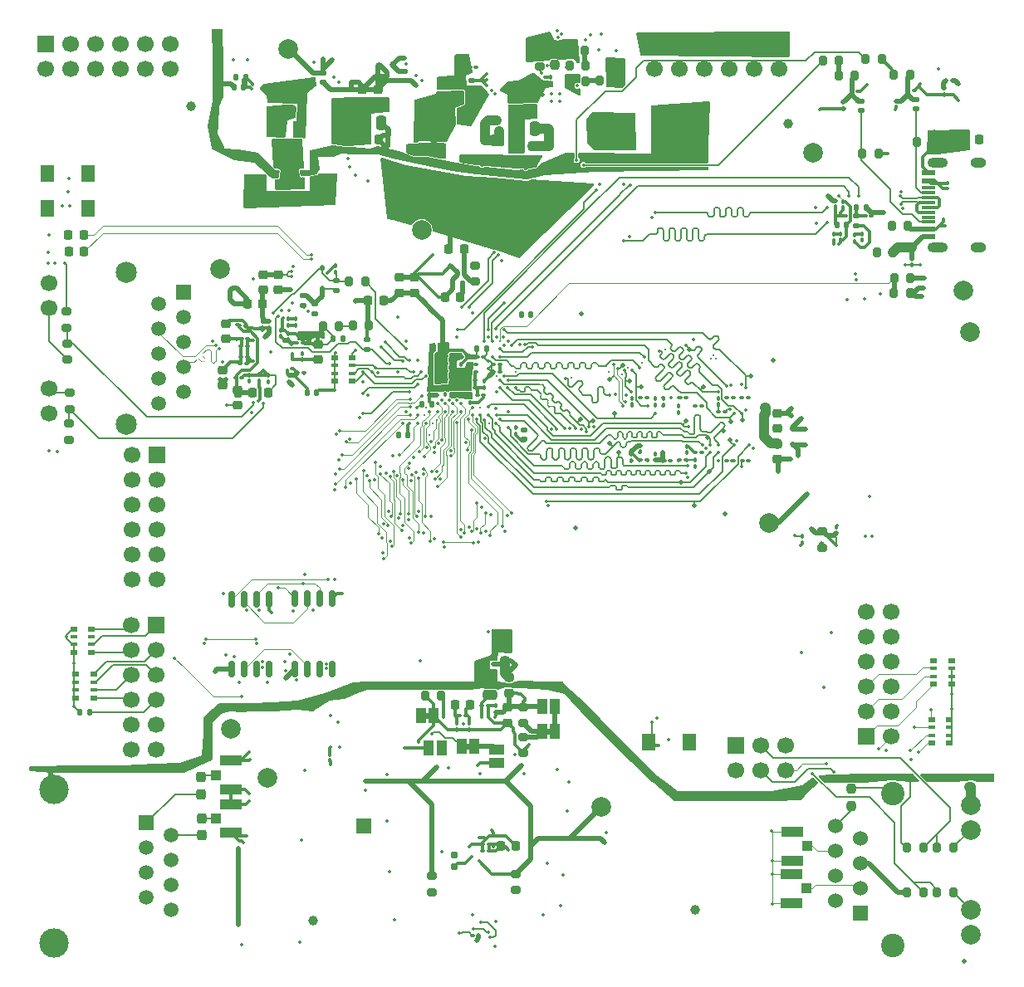
<source format=gbr>
G04 #@! TF.GenerationSoftware,KiCad,Pcbnew,9.0.3-9.0.3-0~ubuntu24.04.1*
G04 #@! TF.CreationDate,2025-07-29T10:54:51+02:00*
G04 #@! TF.ProjectId,acoustic-carrier-board,61636f75-7374-4696-932d-636172726965,rev?*
G04 #@! TF.SameCoordinates,Original*
G04 #@! TF.FileFunction,Copper,L6,Bot*
G04 #@! TF.FilePolarity,Positive*
%FSLAX46Y46*%
G04 Gerber Fmt 4.6, Leading zero omitted, Abs format (unit mm)*
G04 Created by KiCad (PCBNEW 9.0.3-9.0.3-0~ubuntu24.04.1) date 2025-07-29 10:54:51*
%MOMM*%
%LPD*%
G01*
G04 APERTURE LIST*
G04 Aperture macros list*
%AMRoundRect*
0 Rectangle with rounded corners*
0 $1 Rounding radius*
0 $2 $3 $4 $5 $6 $7 $8 $9 X,Y pos of 4 corners*
0 Add a 4 corners polygon primitive as box body*
4,1,4,$2,$3,$4,$5,$6,$7,$8,$9,$2,$3,0*
0 Add four circle primitives for the rounded corners*
1,1,$1+$1,$2,$3*
1,1,$1+$1,$4,$5*
1,1,$1+$1,$6,$7*
1,1,$1+$1,$8,$9*
0 Add four rect primitives between the rounded corners*
20,1,$1+$1,$2,$3,$4,$5,0*
20,1,$1+$1,$4,$5,$6,$7,0*
20,1,$1+$1,$6,$7,$8,$9,0*
20,1,$1+$1,$8,$9,$2,$3,0*%
G04 Aperture macros list end*
G04 #@! TA.AperFunction,EtchedComponent*
%ADD10C,0.000000*%
G04 #@! TD*
G04 #@! TA.AperFunction,ComponentPad*
%ADD11C,2.000000*%
G04 #@! TD*
G04 #@! TA.AperFunction,ComponentPad*
%ADD12R,1.500000X1.500000*%
G04 #@! TD*
G04 #@! TA.AperFunction,ComponentPad*
%ADD13C,1.500000*%
G04 #@! TD*
G04 #@! TA.AperFunction,ComponentPad*
%ADD14C,3.000000*%
G04 #@! TD*
G04 #@! TA.AperFunction,ComponentPad*
%ADD15R,1.700000X1.700000*%
G04 #@! TD*
G04 #@! TA.AperFunction,ComponentPad*
%ADD16C,1.700000*%
G04 #@! TD*
G04 #@! TA.AperFunction,ComponentPad*
%ADD17R,1.524000X1.524000*%
G04 #@! TD*
G04 #@! TA.AperFunction,ComponentPad*
%ADD18C,1.524000*%
G04 #@! TD*
G04 #@! TA.AperFunction,ComponentPad*
%ADD19C,1.999996*%
G04 #@! TD*
G04 #@! TA.AperFunction,ComponentPad*
%ADD20C,2.400046*%
G04 #@! TD*
G04 #@! TA.AperFunction,ComponentPad*
%ADD21R,1.520000X1.520000*%
G04 #@! TD*
G04 #@! TA.AperFunction,ComponentPad*
%ADD22C,1.520000*%
G04 #@! TD*
G04 #@! TA.AperFunction,ComponentPad*
%ADD23C,2.160000*%
G04 #@! TD*
G04 #@! TA.AperFunction,SMDPad,CuDef*
%ADD24R,1.350000X1.800000*%
G04 #@! TD*
G04 #@! TA.AperFunction,SMDPad,CuDef*
%ADD25RoundRect,0.100000X-0.100000X0.130000X-0.100000X-0.130000X0.100000X-0.130000X0.100000X0.130000X0*%
G04 #@! TD*
G04 #@! TA.AperFunction,SMDPad,CuDef*
%ADD26RoundRect,0.250000X-0.250000X-0.475000X0.250000X-0.475000X0.250000X0.475000X-0.250000X0.475000X0*%
G04 #@! TD*
G04 #@! TA.AperFunction,SMDPad,CuDef*
%ADD27RoundRect,0.225000X0.250000X-0.225000X0.250000X0.225000X-0.250000X0.225000X-0.250000X-0.225000X0*%
G04 #@! TD*
G04 #@! TA.AperFunction,SMDPad,CuDef*
%ADD28R,1.000000X1.500000*%
G04 #@! TD*
G04 #@! TA.AperFunction,SMDPad,CuDef*
%ADD29RoundRect,0.100000X0.130000X0.100000X-0.130000X0.100000X-0.130000X-0.100000X0.130000X-0.100000X0*%
G04 #@! TD*
G04 #@! TA.AperFunction,SMDPad,CuDef*
%ADD30C,0.500000*%
G04 #@! TD*
G04 #@! TA.AperFunction,SMDPad,CuDef*
%ADD31RoundRect,0.200000X-0.275000X0.200000X-0.275000X-0.200000X0.275000X-0.200000X0.275000X0.200000X0*%
G04 #@! TD*
G04 #@! TA.AperFunction,SMDPad,CuDef*
%ADD32RoundRect,0.100000X-0.130000X-0.100000X0.130000X-0.100000X0.130000X0.100000X-0.130000X0.100000X0*%
G04 #@! TD*
G04 #@! TA.AperFunction,SMDPad,CuDef*
%ADD33RoundRect,0.225000X-0.225000X-0.250000X0.225000X-0.250000X0.225000X0.250000X-0.225000X0.250000X0*%
G04 #@! TD*
G04 #@! TA.AperFunction,SMDPad,CuDef*
%ADD34RoundRect,0.100000X0.100000X-0.130000X0.100000X0.130000X-0.100000X0.130000X-0.100000X-0.130000X0*%
G04 #@! TD*
G04 #@! TA.AperFunction,SMDPad,CuDef*
%ADD35RoundRect,0.218750X0.256250X-0.218750X0.256250X0.218750X-0.256250X0.218750X-0.256250X-0.218750X0*%
G04 #@! TD*
G04 #@! TA.AperFunction,SMDPad,CuDef*
%ADD36RoundRect,0.218750X-0.218750X-0.256250X0.218750X-0.256250X0.218750X0.256250X-0.218750X0.256250X0*%
G04 #@! TD*
G04 #@! TA.AperFunction,SMDPad,CuDef*
%ADD37RoundRect,0.237500X0.237500X-0.250000X0.237500X0.250000X-0.237500X0.250000X-0.237500X-0.250000X0*%
G04 #@! TD*
G04 #@! TA.AperFunction,SMDPad,CuDef*
%ADD38C,2.000000*%
G04 #@! TD*
G04 #@! TA.AperFunction,SMDPad,CuDef*
%ADD39RoundRect,0.200000X0.200000X0.275000X-0.200000X0.275000X-0.200000X-0.275000X0.200000X-0.275000X0*%
G04 #@! TD*
G04 #@! TA.AperFunction,SMDPad,CuDef*
%ADD40RoundRect,0.218750X-0.256250X0.218750X-0.256250X-0.218750X0.256250X-0.218750X0.256250X0.218750X0*%
G04 #@! TD*
G04 #@! TA.AperFunction,SMDPad,CuDef*
%ADD41R,1.450000X0.600000*%
G04 #@! TD*
G04 #@! TA.AperFunction,SMDPad,CuDef*
%ADD42R,1.450000X0.300000*%
G04 #@! TD*
G04 #@! TA.AperFunction,HeatsinkPad*
%ADD43O,1.600000X1.000000*%
G04 #@! TD*
G04 #@! TA.AperFunction,HeatsinkPad*
%ADD44O,2.100000X1.000000*%
G04 #@! TD*
G04 #@! TA.AperFunction,SMDPad,CuDef*
%ADD45RoundRect,0.140000X0.170000X-0.140000X0.170000X0.140000X-0.170000X0.140000X-0.170000X-0.140000X0*%
G04 #@! TD*
G04 #@! TA.AperFunction,SMDPad,CuDef*
%ADD46RoundRect,0.225000X-0.250000X0.225000X-0.250000X-0.225000X0.250000X-0.225000X0.250000X0.225000X0*%
G04 #@! TD*
G04 #@! TA.AperFunction,SMDPad,CuDef*
%ADD47RoundRect,0.200000X-0.200000X-0.275000X0.200000X-0.275000X0.200000X0.275000X-0.200000X0.275000X0*%
G04 #@! TD*
G04 #@! TA.AperFunction,SMDPad,CuDef*
%ADD48C,1.000000*%
G04 #@! TD*
G04 #@! TA.AperFunction,SMDPad,CuDef*
%ADD49RoundRect,0.135000X0.185000X-0.135000X0.185000X0.135000X-0.185000X0.135000X-0.185000X-0.135000X0*%
G04 #@! TD*
G04 #@! TA.AperFunction,SMDPad,CuDef*
%ADD50RoundRect,0.237500X0.237500X-0.300000X0.237500X0.300000X-0.237500X0.300000X-0.237500X-0.300000X0*%
G04 #@! TD*
G04 #@! TA.AperFunction,SMDPad,CuDef*
%ADD51R,0.800000X0.500000*%
G04 #@! TD*
G04 #@! TA.AperFunction,SMDPad,CuDef*
%ADD52R,0.800000X0.400000*%
G04 #@! TD*
G04 #@! TA.AperFunction,SMDPad,CuDef*
%ADD53RoundRect,0.135000X-0.135000X-0.185000X0.135000X-0.185000X0.135000X0.185000X-0.135000X0.185000X0*%
G04 #@! TD*
G04 #@! TA.AperFunction,SMDPad,CuDef*
%ADD54RoundRect,0.112500X0.112500X-0.187500X0.112500X0.187500X-0.112500X0.187500X-0.112500X-0.187500X0*%
G04 #@! TD*
G04 #@! TA.AperFunction,SMDPad,CuDef*
%ADD55RoundRect,0.160000X0.160000X-0.197500X0.160000X0.197500X-0.160000X0.197500X-0.160000X-0.197500X0*%
G04 #@! TD*
G04 #@! TA.AperFunction,SMDPad,CuDef*
%ADD56RoundRect,0.200000X0.275000X-0.200000X0.275000X0.200000X-0.275000X0.200000X-0.275000X-0.200000X0*%
G04 #@! TD*
G04 #@! TA.AperFunction,SMDPad,CuDef*
%ADD57RoundRect,0.140000X-0.170000X0.140000X-0.170000X-0.140000X0.170000X-0.140000X0.170000X0.140000X0*%
G04 #@! TD*
G04 #@! TA.AperFunction,SMDPad,CuDef*
%ADD58RoundRect,0.225000X0.225000X0.250000X-0.225000X0.250000X-0.225000X-0.250000X0.225000X-0.250000X0*%
G04 #@! TD*
G04 #@! TA.AperFunction,SMDPad,CuDef*
%ADD59RoundRect,0.250000X-1.750000X-1.000000X1.750000X-1.000000X1.750000X1.000000X-1.750000X1.000000X0*%
G04 #@! TD*
G04 #@! TA.AperFunction,SMDPad,CuDef*
%ADD60RoundRect,0.140000X-0.140000X-0.170000X0.140000X-0.170000X0.140000X0.170000X-0.140000X0.170000X0*%
G04 #@! TD*
G04 #@! TA.AperFunction,SMDPad,CuDef*
%ADD61RoundRect,0.140000X0.140000X0.170000X-0.140000X0.170000X-0.140000X-0.170000X0.140000X-0.170000X0*%
G04 #@! TD*
G04 #@! TA.AperFunction,SMDPad,CuDef*
%ADD62RoundRect,0.250000X-0.450000X0.350000X-0.450000X-0.350000X0.450000X-0.350000X0.450000X0.350000X0*%
G04 #@! TD*
G04 #@! TA.AperFunction,SMDPad,CuDef*
%ADD63RoundRect,0.162500X-0.162500X0.650000X-0.162500X-0.650000X0.162500X-0.650000X0.162500X0.650000X0*%
G04 #@! TD*
G04 #@! TA.AperFunction,SMDPad,CuDef*
%ADD64R,1.050000X1.000000*%
G04 #@! TD*
G04 #@! TA.AperFunction,SMDPad,CuDef*
%ADD65R,2.200000X1.050000*%
G04 #@! TD*
G04 #@! TA.AperFunction,SMDPad,CuDef*
%ADD66RoundRect,0.250000X0.475000X-0.250000X0.475000X0.250000X-0.475000X0.250000X-0.475000X-0.250000X0*%
G04 #@! TD*
G04 #@! TA.AperFunction,SMDPad,CuDef*
%ADD67RoundRect,0.135000X0.135000X0.185000X-0.135000X0.185000X-0.135000X-0.185000X0.135000X-0.185000X0*%
G04 #@! TD*
G04 #@! TA.AperFunction,SMDPad,CuDef*
%ADD68R,1.500000X1.000000*%
G04 #@! TD*
G04 #@! TA.AperFunction,SMDPad,CuDef*
%ADD69RoundRect,0.135000X-0.185000X0.135000X-0.185000X-0.135000X0.185000X-0.135000X0.185000X0.135000X0*%
G04 #@! TD*
G04 #@! TA.AperFunction,ViaPad*
%ADD70C,0.350000*%
G04 #@! TD*
G04 #@! TA.AperFunction,ViaPad*
%ADD71C,0.250000*%
G04 #@! TD*
G04 #@! TA.AperFunction,ViaPad*
%ADD72C,0.500000*%
G04 #@! TD*
G04 #@! TA.AperFunction,Conductor*
%ADD73C,1.000000*%
G04 #@! TD*
G04 #@! TA.AperFunction,Conductor*
%ADD74C,0.500000*%
G04 #@! TD*
G04 #@! TA.AperFunction,Conductor*
%ADD75C,0.300000*%
G04 #@! TD*
G04 #@! TA.AperFunction,Conductor*
%ADD76C,0.200000*%
G04 #@! TD*
G04 #@! TA.AperFunction,Conductor*
%ADD77C,0.124000*%
G04 #@! TD*
G04 #@! TA.AperFunction,Conductor*
%ADD78C,0.156500*%
G04 #@! TD*
G04 #@! TA.AperFunction,Conductor*
%ADD79C,0.100000*%
G04 #@! TD*
G04 #@! TA.AperFunction,Conductor*
%ADD80C,0.121700*%
G04 #@! TD*
G04 #@! TA.AperFunction,Conductor*
%ADD81C,0.155400*%
G04 #@! TD*
G04 APERTURE END LIST*
D10*
G04 #@! TA.AperFunction,EtchedComponent*
G36*
X90260000Y-125900000D02*
G01*
X89760000Y-125900000D01*
X89760000Y-125300000D01*
X90260000Y-125300000D01*
X90260000Y-125900000D01*
G37*
G04 #@! TD.AperFunction*
G04 #@! TA.AperFunction,EtchedComponent*
G36*
X98510000Y-124400000D02*
G01*
X98010000Y-124400000D01*
X98010000Y-123800000D01*
X98510000Y-123800000D01*
X98510000Y-124400000D01*
G37*
G04 #@! TD.AperFunction*
G04 #@! TA.AperFunction,EtchedComponent*
G36*
X86110000Y-122800000D02*
G01*
X85610000Y-122800000D01*
X85610000Y-122200000D01*
X86110000Y-122200000D01*
X86110000Y-122800000D01*
G37*
G04 #@! TD.AperFunction*
D11*
X64740000Y-76940000D03*
D12*
X57250000Y-133380000D03*
D13*
X59790000Y-134650000D03*
X57250000Y-135920000D03*
X59790000Y-137190000D03*
X57250000Y-138460000D03*
X59790000Y-139730000D03*
X57250000Y-141000000D03*
X59790000Y-142270000D03*
D14*
X47850000Y-129975000D03*
X47850000Y-145675000D03*
D15*
X58250000Y-113220000D03*
D16*
X58250000Y-115760000D03*
X58250000Y-118300000D03*
X58250000Y-120840000D03*
X58250000Y-123380000D03*
X58250000Y-125920000D03*
X55710000Y-113220000D03*
X55710000Y-115760000D03*
X55710000Y-118300000D03*
X55710000Y-120840000D03*
X55710000Y-123380000D03*
X55710000Y-125920000D03*
D15*
X58295000Y-95895000D03*
D16*
X58295000Y-98435000D03*
X58295000Y-100975000D03*
X58295000Y-103515000D03*
X58295000Y-106055000D03*
X58295000Y-108595000D03*
X55755000Y-95895000D03*
X55755000Y-98435000D03*
X55755000Y-100975000D03*
X55755000Y-103515000D03*
X55755000Y-106055000D03*
X55755000Y-108595000D03*
D11*
X125230000Y-65090000D03*
D12*
X79430000Y-133730000D03*
D15*
X47000000Y-54000000D03*
D16*
X47000000Y-56540000D03*
X49540000Y-54000000D03*
X49540000Y-56540000D03*
X52080000Y-54000000D03*
X52080000Y-56540000D03*
X54620000Y-54000000D03*
X54620000Y-56540000D03*
X57160000Y-54000000D03*
X57160000Y-56540000D03*
X59700000Y-54000000D03*
X59700000Y-56540000D03*
D17*
X130005000Y-142630000D03*
D18*
X127465000Y-141370160D03*
X130005000Y-140090000D03*
X127465000Y-138830160D03*
X130005000Y-137550000D03*
X127465000Y-136290160D03*
X130005000Y-135010000D03*
X127465000Y-133750160D03*
D19*
X141254914Y-144815162D03*
X141254914Y-142275162D03*
X141254914Y-134104998D03*
X141254914Y-131564998D03*
D20*
X133304968Y-145940128D03*
X133304968Y-130440032D03*
D15*
X109000000Y-54000000D03*
D16*
X109000000Y-56540000D03*
X111540000Y-54000000D03*
X111540000Y-56540000D03*
X114080000Y-54000000D03*
X114080000Y-56540000D03*
X116620000Y-54000000D03*
X116620000Y-56540000D03*
X119160000Y-54000000D03*
X119160000Y-56540000D03*
X121700000Y-54000000D03*
X121700000Y-56540000D03*
D11*
X140540000Y-79100000D03*
X71720000Y-54490000D03*
X85290000Y-72900000D03*
D15*
X130605000Y-124575000D03*
D16*
X130605000Y-122035000D03*
X130605000Y-119495000D03*
X130605000Y-116955000D03*
X130605000Y-114415000D03*
X130605000Y-111875000D03*
X133145000Y-124575000D03*
X133145000Y-122035000D03*
X133145000Y-119495000D03*
X133145000Y-116955000D03*
X133145000Y-114415000D03*
X133145000Y-111875000D03*
D11*
X65870000Y-123800000D03*
X69570000Y-128830000D03*
D21*
X61050000Y-79270000D03*
D22*
X58510000Y-80440000D03*
X61050000Y-81810000D03*
X58510000Y-82980000D03*
X61050000Y-84350000D03*
X58510000Y-85520000D03*
X61050000Y-86890000D03*
X58510000Y-88060000D03*
X61050000Y-89430000D03*
X58510000Y-90600000D03*
D16*
X47270000Y-78360000D03*
X47270000Y-80900000D03*
X47270000Y-89080000D03*
X47270000Y-91620000D03*
D23*
X55220000Y-92730000D03*
X55220000Y-77250000D03*
D11*
X103600000Y-131800000D03*
D15*
X117310000Y-125470000D03*
D16*
X117310000Y-128010000D03*
X119850000Y-125470000D03*
X119850000Y-128010000D03*
X122390000Y-125470000D03*
X122390000Y-128010000D03*
D24*
X108445000Y-125180000D03*
X112595000Y-125180000D03*
D25*
X113140000Y-96400000D03*
X113140000Y-97040000D03*
X70960000Y-83150000D03*
X70960000Y-83790000D03*
D26*
X70805000Y-62595000D03*
X72705000Y-62595000D03*
D27*
X79255000Y-60140000D03*
X79255000Y-58590000D03*
D28*
X90660000Y-125600000D03*
X89360000Y-125600000D03*
D29*
X86920000Y-86570000D03*
X86280000Y-86570000D03*
D24*
X51325000Y-70720000D03*
X47175000Y-70720000D03*
D30*
X105000000Y-91650000D03*
D31*
X49370000Y-92675000D03*
X49370000Y-94325000D03*
D32*
X87770000Y-86560000D03*
X88410000Y-86560000D03*
D33*
X93367500Y-135780000D03*
X94917500Y-135780000D03*
D25*
X72460000Y-82010000D03*
X72460000Y-82650000D03*
D27*
X96400000Y-60855000D03*
X96400000Y-59305000D03*
D32*
X87750000Y-88180000D03*
X88390000Y-88180000D03*
D34*
X111500000Y-91560000D03*
X111500000Y-90920000D03*
D35*
X69140000Y-79037500D03*
X69140000Y-77462500D03*
D36*
X140542500Y-63680000D03*
X142117500Y-63680000D03*
D37*
X129060000Y-131712500D03*
X129060000Y-129887500D03*
D30*
X116800000Y-92480000D03*
D32*
X87760000Y-85770000D03*
X88400000Y-85770000D03*
D11*
X141230000Y-83380000D03*
D29*
X73210000Y-84470000D03*
X72570000Y-84470000D03*
D11*
X120722250Y-102810000D03*
D38*
X71830000Y-67370000D03*
D30*
X104460000Y-94660000D03*
D25*
X88860000Y-123260000D03*
X88860000Y-123900000D03*
X128290000Y-70030000D03*
X128290000Y-70670000D03*
D29*
X89610000Y-77520000D03*
X88970000Y-77520000D03*
D34*
X128292500Y-60557500D03*
X128292500Y-59917500D03*
D25*
X71710000Y-83480000D03*
X71710000Y-84120000D03*
D39*
X135085000Y-79370000D03*
X133435000Y-79370000D03*
D34*
X135260000Y-76510000D03*
X135260000Y-75870000D03*
D40*
X94185000Y-118582500D03*
X94185000Y-120157500D03*
D41*
X136985000Y-67120000D03*
X136985000Y-67920000D03*
D42*
X136985000Y-69120000D03*
X136985000Y-70120000D03*
X136985000Y-70620000D03*
X136985000Y-71620000D03*
D41*
X136985000Y-72820000D03*
X136985000Y-73620000D03*
X136985000Y-73620000D03*
X136985000Y-72820000D03*
D42*
X136985000Y-72120000D03*
X136985000Y-71120000D03*
X136985000Y-69620000D03*
X136985000Y-68620000D03*
D41*
X136985000Y-67920000D03*
X136985000Y-67120000D03*
D43*
X142080000Y-66050000D03*
D44*
X137900000Y-66050000D03*
D43*
X142080000Y-74690000D03*
D44*
X137900000Y-74690000D03*
D45*
X135680000Y-60580000D03*
X135680000Y-59620000D03*
D27*
X121570000Y-93165000D03*
X121570000Y-91615000D03*
D29*
X93270000Y-86610000D03*
X92630000Y-86610000D03*
D33*
X88710000Y-121370000D03*
X90260000Y-121370000D03*
D34*
X68742500Y-88305000D03*
X68742500Y-87665000D03*
D30*
X114660000Y-97580000D03*
D34*
X71810000Y-88400000D03*
X71810000Y-87760000D03*
D29*
X108230000Y-96400000D03*
X107590000Y-96400000D03*
D46*
X70660000Y-77465000D03*
X70660000Y-79015000D03*
D47*
X100365002Y-56179999D03*
X102015002Y-56179999D03*
D48*
X74250000Y-143370000D03*
D49*
X79730000Y-85130000D03*
X79730000Y-84110000D03*
D31*
X95660000Y-121575000D03*
X95660000Y-123225000D03*
D39*
X134855000Y-72530000D03*
X133205000Y-72530000D03*
D29*
X112290000Y-90040000D03*
X111650000Y-90040000D03*
D49*
X73240000Y-80630000D03*
X73240000Y-79610000D03*
D34*
X92860000Y-122120000D03*
X92860000Y-121480000D03*
D32*
X87760000Y-87310000D03*
X88400000Y-87310000D03*
D50*
X62810000Y-130472500D03*
X62810000Y-128747500D03*
D45*
X130092500Y-60747500D03*
X130092500Y-59787500D03*
D51*
X137510000Y-119250000D03*
D52*
X137510000Y-118450000D03*
X137510000Y-117650000D03*
D51*
X137510000Y-116850000D03*
X139310000Y-116850000D03*
D52*
X139310000Y-117650000D03*
X139310000Y-118450000D03*
D51*
X139310000Y-119250000D03*
D34*
X67730000Y-88370000D03*
X67730000Y-87730000D03*
D53*
X50470000Y-122140000D03*
X51490000Y-122140000D03*
D32*
X118000000Y-96450000D03*
X118640000Y-96450000D03*
D54*
X75160000Y-78960000D03*
X75160000Y-76860000D03*
D34*
X115520000Y-90750000D03*
X115520000Y-90110000D03*
D30*
X106500000Y-88320000D03*
D51*
X51650000Y-113620000D03*
D52*
X51650000Y-114420000D03*
X51650000Y-115220000D03*
D51*
X51650000Y-116020000D03*
X49850000Y-116020000D03*
D52*
X49850000Y-115220000D03*
X49850000Y-114420000D03*
D51*
X49850000Y-113620000D03*
D55*
X88600000Y-137887500D03*
X88600000Y-136692500D03*
D25*
X109930000Y-90130000D03*
X109930000Y-90770000D03*
D27*
X83010000Y-79335000D03*
X83010000Y-77785000D03*
D56*
X90745000Y-78195000D03*
X90745000Y-76545000D03*
D25*
X94930000Y-93100000D03*
X94930000Y-93740000D03*
D32*
X116360000Y-96430000D03*
X117000000Y-96430000D03*
D34*
X127310000Y-74008000D03*
X127310000Y-73368000D03*
D30*
X101480000Y-92250000D03*
D32*
X66900000Y-84780000D03*
X67540000Y-84780000D03*
D57*
X75255000Y-56905000D03*
X75255000Y-57865000D03*
D32*
X66822500Y-86585000D03*
X67462500Y-86585000D03*
D39*
X79545000Y-78150000D03*
X77895000Y-78150000D03*
X139480000Y-135960000D03*
X137830000Y-135960000D03*
D27*
X65342500Y-84060000D03*
X65342500Y-82510000D03*
D29*
X86880000Y-87410000D03*
X86240000Y-87410000D03*
D39*
X139480000Y-140510000D03*
X137830000Y-140510000D03*
D25*
X109120000Y-90125000D03*
X109120000Y-90765000D03*
D58*
X81400000Y-80130000D03*
X79850000Y-80130000D03*
D59*
X104987500Y-62850000D03*
X111087500Y-62850000D03*
D34*
X86890000Y-89765000D03*
X86890000Y-89125000D03*
D30*
X105420000Y-95660000D03*
D34*
X106690000Y-96430000D03*
X106690000Y-95790000D03*
X91660000Y-88990000D03*
X91660000Y-88350000D03*
D39*
X137445000Y-63920000D03*
X135795000Y-63920000D03*
D57*
X95780000Y-93340000D03*
X95780000Y-94300000D03*
D29*
X90860000Y-87450000D03*
X90220000Y-87450000D03*
D30*
X112590000Y-85100000D03*
D34*
X92630000Y-117220000D03*
X92630000Y-116580000D03*
D25*
X73142500Y-85510000D03*
X73142500Y-86150000D03*
D28*
X97610000Y-124100000D03*
X98910000Y-124100000D03*
D25*
X71730000Y-82010000D03*
X71730000Y-82650000D03*
D29*
X73262500Y-87485000D03*
X72622500Y-87485000D03*
D60*
X90930000Y-85000000D03*
X91890000Y-85000000D03*
D61*
X86310000Y-90700000D03*
X85350000Y-90700000D03*
D47*
X133485000Y-77810000D03*
X135135000Y-77810000D03*
D51*
X78230000Y-85950000D03*
D52*
X78230000Y-86750000D03*
X78230000Y-87550000D03*
D51*
X78230000Y-88350000D03*
X76430000Y-88350000D03*
D52*
X76430000Y-87550000D03*
X76430000Y-86750000D03*
D51*
X76430000Y-85950000D03*
D29*
X90845000Y-56350000D03*
X90205000Y-56350000D03*
D32*
X91440000Y-121470000D03*
X92080000Y-121470000D03*
D28*
X97610000Y-121500000D03*
X98910000Y-121500000D03*
D39*
X136430000Y-135960000D03*
X134780000Y-135960000D03*
D61*
X87430000Y-84870000D03*
X86470000Y-84870000D03*
D30*
X102780000Y-92390000D03*
D62*
X93040000Y-63820000D03*
X93040000Y-65820000D03*
D27*
X87505000Y-59440000D03*
X87505000Y-57890000D03*
D29*
X86860000Y-85750000D03*
X86220000Y-85750000D03*
X92187500Y-135580000D03*
X91547500Y-135580000D03*
D61*
X128610000Y-72420000D03*
X127650000Y-72420000D03*
D25*
X89320000Y-86640000D03*
X89320000Y-87280000D03*
D56*
X49150000Y-86155000D03*
X49150000Y-84505000D03*
D25*
X90160000Y-123235000D03*
X90160000Y-123875000D03*
D63*
X65940000Y-110582500D03*
X67210000Y-110582500D03*
X68480000Y-110582500D03*
X69750000Y-110582500D03*
X69750000Y-117757500D03*
X68480000Y-117757500D03*
X67210000Y-117757500D03*
X65940000Y-117757500D03*
D64*
X124580000Y-135780160D03*
D65*
X123055000Y-137255160D03*
X123055000Y-134305160D03*
D64*
X64317500Y-128520000D03*
D65*
X65842500Y-127045000D03*
X65842500Y-129995000D03*
D61*
X67150000Y-58360000D03*
X66190000Y-58360000D03*
D30*
X116030000Y-93390000D03*
X105790000Y-86710000D03*
D39*
X133335000Y-75188000D03*
X131685000Y-75188000D03*
D36*
X49252500Y-73410000D03*
X50827500Y-73410000D03*
D46*
X74700000Y-84575000D03*
X74700000Y-86125000D03*
D29*
X113840000Y-90850000D03*
X113200000Y-90850000D03*
D46*
X94060000Y-121650000D03*
X94060000Y-123200000D03*
D29*
X112250000Y-96410000D03*
X111610000Y-96410000D03*
X131150000Y-71460000D03*
X130510000Y-71460000D03*
D25*
X90200000Y-89860000D03*
X90200000Y-90500000D03*
D29*
X90870000Y-86650000D03*
X90230000Y-86650000D03*
D30*
X104500000Y-88210000D03*
D26*
X94955000Y-62615000D03*
X96855000Y-62615000D03*
D32*
X90980000Y-89800000D03*
X91620000Y-89800000D03*
D34*
X88510000Y-89730000D03*
X88510000Y-89090000D03*
D66*
X92285000Y-120320000D03*
X92285000Y-118420000D03*
D30*
X118860000Y-87830000D03*
D28*
X86510000Y-122500000D03*
X85210000Y-122500000D03*
D25*
X69742500Y-82265000D03*
X69742500Y-82905000D03*
D47*
X130545000Y-55490000D03*
X132195000Y-55490000D03*
D34*
X69642500Y-88385000D03*
X69642500Y-87745000D03*
D30*
X113130000Y-101070000D03*
D51*
X51850000Y-118260000D03*
D52*
X51850000Y-119060000D03*
X51850000Y-119860000D03*
D51*
X51850000Y-120660000D03*
X50050000Y-120660000D03*
D52*
X50050000Y-119860000D03*
X50050000Y-119060000D03*
D51*
X50050000Y-118260000D03*
D29*
X90020000Y-85850000D03*
X89380000Y-85850000D03*
D30*
X107650000Y-88910000D03*
D31*
X95660000Y-124635000D03*
X95660000Y-126285000D03*
D67*
X67380000Y-57360000D03*
X66360000Y-57360000D03*
D40*
X64990000Y-87230000D03*
X64990000Y-88805000D03*
D31*
X126172250Y-103680000D03*
X126172250Y-105330000D03*
D50*
X62860000Y-134672500D03*
X62860000Y-132947500D03*
D47*
X134805000Y-140510000D03*
X136455000Y-140510000D03*
D30*
X118030000Y-92330000D03*
D27*
X84590000Y-79335000D03*
X84590000Y-77785000D03*
D67*
X77310000Y-84020000D03*
X76290000Y-84020000D03*
D31*
X86330000Y-138825000D03*
X86330000Y-140475000D03*
D29*
X113860000Y-95650000D03*
X113220000Y-95650000D03*
D34*
X138567500Y-59132500D03*
X138567500Y-58492500D03*
D32*
X89165000Y-122470000D03*
X89805000Y-122470000D03*
D37*
X98840000Y-56100000D03*
X98840000Y-54275000D03*
D25*
X69042500Y-82265000D03*
X69042500Y-82905000D03*
D24*
X51330000Y-67180000D03*
X47180000Y-67180000D03*
D62*
X85580000Y-62600000D03*
X85580000Y-64600000D03*
D29*
X92167500Y-136280000D03*
X91527500Y-136280000D03*
D47*
X78265000Y-82700000D03*
X79915000Y-82700000D03*
D30*
X112250000Y-92420000D03*
D27*
X94820000Y-60885000D03*
X94820000Y-59335000D03*
D30*
X114480000Y-94120000D03*
D29*
X129812500Y-58767500D03*
X129172500Y-58767500D03*
D30*
X111740000Y-98650000D03*
D34*
X128010000Y-73988000D03*
X128010000Y-73348000D03*
X124072250Y-104825000D03*
X124072250Y-104185000D03*
D29*
X86895000Y-88160000D03*
X86255000Y-88160000D03*
D48*
X122660000Y-62130000D03*
D35*
X66550000Y-90827500D03*
X66550000Y-89252500D03*
D30*
X116770000Y-94380000D03*
D25*
X109090000Y-95750000D03*
X109090000Y-96390000D03*
D31*
X49410000Y-89565000D03*
X49410000Y-91215000D03*
D47*
X100365002Y-57779999D03*
X102015002Y-57779999D03*
D32*
X66867500Y-85885000D03*
X67507500Y-85885000D03*
X117940000Y-90070000D03*
X118580000Y-90070000D03*
D29*
X135500000Y-58700000D03*
X134860000Y-58700000D03*
D68*
X92960000Y-125950000D03*
X92960000Y-127250000D03*
D61*
X89440000Y-78470000D03*
X88480000Y-78470000D03*
D36*
X49302500Y-75160000D03*
X50877500Y-75160000D03*
D56*
X49110000Y-82915000D03*
X49110000Y-81265000D03*
D29*
X90760000Y-89050000D03*
X90120000Y-89050000D03*
D58*
X69107500Y-80485000D03*
X67557500Y-80485000D03*
D32*
X90980000Y-85870000D03*
X91620000Y-85870000D03*
D27*
X70355000Y-60870000D03*
X70355000Y-59320000D03*
X89005000Y-59440000D03*
X89005000Y-57890000D03*
D32*
X116420000Y-90040000D03*
X117060000Y-90040000D03*
D61*
X130590000Y-70608000D03*
X129630000Y-70608000D03*
D57*
X83567500Y-56735000D03*
X83567500Y-57695000D03*
D69*
X76630000Y-78100000D03*
X76630000Y-79120000D03*
D27*
X80855000Y-60140000D03*
X80855000Y-58590000D03*
D34*
X86100000Y-89730000D03*
X86100000Y-89090000D03*
D39*
X131855000Y-65120000D03*
X130205000Y-65120000D03*
D45*
X129610000Y-72468000D03*
X129610000Y-71508000D03*
D29*
X139387500Y-57687500D03*
X138747500Y-57687500D03*
D32*
X115580000Y-91510000D03*
X116220000Y-91510000D03*
X66722500Y-82685000D03*
X67362500Y-82685000D03*
D47*
X103445000Y-57660000D03*
X105095000Y-57660000D03*
D26*
X87655000Y-61265000D03*
X89555000Y-61265000D03*
D47*
X127805000Y-57210000D03*
X129455000Y-57210000D03*
D63*
X72380000Y-110512500D03*
X73650000Y-110512500D03*
X74920000Y-110512500D03*
X76190000Y-110512500D03*
X76190000Y-117687500D03*
X74920000Y-117687500D03*
X73650000Y-117687500D03*
X72380000Y-117687500D03*
D61*
X96420000Y-81570000D03*
X95460000Y-81570000D03*
D25*
X75935000Y-126435000D03*
X75935000Y-127075000D03*
D47*
X75235000Y-82730000D03*
X76885000Y-82730000D03*
D33*
X95045000Y-64370000D03*
X96595000Y-64370000D03*
D34*
X133655000Y-60420000D03*
X133655000Y-59780000D03*
D27*
X93785000Y-116845000D03*
X93785000Y-115295000D03*
D34*
X106750000Y-90720000D03*
X106750000Y-90080000D03*
D29*
X90770000Y-88260000D03*
X90130000Y-88260000D03*
D32*
X66322500Y-87985000D03*
X66962500Y-87985000D03*
D47*
X133430000Y-57100000D03*
X135080000Y-57100000D03*
D34*
X87700000Y-89720000D03*
X87700000Y-89080000D03*
D47*
X126205000Y-55660000D03*
X127855000Y-55660000D03*
D61*
X74580000Y-89500000D03*
X73620000Y-89500000D03*
D34*
X89250000Y-89725000D03*
X89250000Y-89085000D03*
D32*
X66920000Y-84030000D03*
X67560000Y-84030000D03*
D39*
X101930000Y-54620000D03*
X100280000Y-54620000D03*
D34*
X112350000Y-95660000D03*
X112350000Y-95020000D03*
D27*
X71855000Y-60870000D03*
X71855000Y-59320000D03*
D25*
X98490002Y-57339999D03*
X98490002Y-57979999D03*
D34*
X129410000Y-74108000D03*
X129410000Y-73468000D03*
D36*
X88075000Y-74910000D03*
X89650000Y-74910000D03*
D30*
X114050000Y-88910000D03*
D61*
X83920000Y-93860000D03*
X82960000Y-93860000D03*
D64*
X124530000Y-140080160D03*
D65*
X123005000Y-141555160D03*
X123005000Y-138605160D03*
D47*
X85665000Y-120430000D03*
X87315000Y-120430000D03*
D64*
X64305000Y-132960000D03*
D65*
X65830000Y-131485000D03*
X65830000Y-134435000D03*
D29*
X91090000Y-144860000D03*
X90450000Y-144860000D03*
D51*
X137330000Y-125260000D03*
D52*
X137330000Y-124460000D03*
X137330000Y-123660000D03*
D51*
X137330000Y-122860000D03*
X139130000Y-122860000D03*
D52*
X139130000Y-123660000D03*
X139130000Y-124460000D03*
D51*
X139130000Y-125260000D03*
D25*
X127602250Y-103225000D03*
X127602250Y-103865000D03*
X127530000Y-69960000D03*
X127530000Y-70600000D03*
D33*
X68095000Y-89500000D03*
X69645000Y-89500000D03*
D46*
X121600000Y-94755000D03*
X121600000Y-96305000D03*
D34*
X107560000Y-95570000D03*
X107560000Y-94930000D03*
X130210000Y-73988000D03*
X130210000Y-73348000D03*
X76530000Y-77230000D03*
X76530000Y-76590000D03*
D58*
X89205000Y-79800000D03*
X87655000Y-79800000D03*
D31*
X94910000Y-138605000D03*
X94910000Y-140255000D03*
D29*
X110670000Y-96430000D03*
X110030000Y-96430000D03*
D33*
X79355000Y-63720000D03*
X80905000Y-63720000D03*
D48*
X113160000Y-142260000D03*
D31*
X97310000Y-54625000D03*
X97310000Y-56275000D03*
D49*
X74380000Y-81470000D03*
X74380000Y-80450000D03*
D48*
X61770000Y-60280000D03*
D29*
X108260000Y-90030000D03*
X107620000Y-90030000D03*
D57*
X90430000Y-57685000D03*
X90430000Y-58645000D03*
D26*
X79270000Y-61970000D03*
X81170000Y-61970000D03*
D29*
X93270000Y-87380000D03*
X92630000Y-87380000D03*
D28*
X86040000Y-125760000D03*
X87340000Y-125760000D03*
D70*
X71260000Y-84260000D03*
X75550000Y-117170000D03*
X87360000Y-136310000D03*
X92320000Y-102010000D03*
D71*
X94900000Y-87450000D03*
D70*
X121080000Y-138630000D03*
X49420000Y-70480000D03*
X137445000Y-64990000D03*
X90140000Y-56380000D03*
X81780000Y-133230000D03*
X136570000Y-77810000D03*
D72*
X105100000Y-125000000D03*
X90200000Y-119400000D03*
D70*
X104090000Y-134390000D03*
X119930000Y-53490000D03*
X99710000Y-138750000D03*
X69600000Y-119080000D03*
D71*
X92940000Y-87850000D03*
D70*
X67750000Y-126170000D03*
X117440000Y-94440000D03*
X90500000Y-142800000D03*
X47250000Y-75180000D03*
X68770000Y-111710000D03*
D71*
X105730000Y-87700000D03*
D72*
X66500000Y-65200000D03*
D70*
X48960000Y-76330000D03*
X89260000Y-55350000D03*
D72*
X54900000Y-128000000D03*
X74265000Y-121575000D03*
D70*
X82810000Y-97960000D03*
X87320000Y-90300000D03*
X73710000Y-81200000D03*
X91820000Y-103700000D03*
X73730000Y-57730000D03*
X81740000Y-128450000D03*
D72*
X100400000Y-120300000D03*
X113320000Y-64960000D03*
D70*
X81130000Y-97090000D03*
X93480000Y-76040000D03*
X94900000Y-93850000D03*
D72*
X75850000Y-120550000D03*
D70*
X92070000Y-87050000D03*
D71*
X100560000Y-87970000D03*
D70*
X90960000Y-118400000D03*
X68100000Y-86280000D03*
X71430000Y-117860000D03*
D72*
X64600000Y-56500000D03*
D71*
X115330000Y-86070000D03*
D70*
X107520000Y-90050000D03*
D72*
X109100000Y-128900000D03*
D70*
X98250000Y-64350000D03*
X81900000Y-101660000D03*
X67730000Y-130440000D03*
X94100000Y-91450000D03*
X72200000Y-76620000D03*
X90510000Y-81420000D03*
X85490000Y-103860000D03*
D72*
X121600000Y-96305000D03*
D70*
X109120000Y-90850000D03*
D72*
X76100000Y-64900000D03*
D70*
X82900000Y-93850000D03*
X81300000Y-104340000D03*
X65310000Y-116282500D03*
X128290000Y-70670000D03*
X76925000Y-125712500D03*
D72*
X122960000Y-91160000D03*
X64000000Y-62100000D03*
D70*
X114850000Y-53400000D03*
X91740000Y-94210000D03*
X92790000Y-114010000D03*
X69042500Y-82905000D03*
X91390000Y-101240000D03*
X128485000Y-59725000D03*
X86380000Y-77400000D03*
X68370000Y-83040000D03*
X98200000Y-101070000D03*
X91130000Y-134930000D03*
X91320000Y-90260000D03*
X86570649Y-104400873D03*
X121080000Y-141640000D03*
D72*
X135100000Y-128800000D03*
D70*
X85665000Y-120430000D03*
X66130000Y-55600000D03*
D72*
X95400000Y-119370000D03*
D70*
X88500000Y-86650000D03*
X132850000Y-65120000D03*
X84950000Y-101650000D03*
X67770000Y-126960000D03*
X129652501Y-59657499D03*
X111520000Y-90050000D03*
X129590000Y-78030000D03*
X107520000Y-94850000D03*
X82400000Y-95980000D03*
X90150000Y-135830000D03*
X87655000Y-79800000D03*
X92780000Y-146010000D03*
X135140001Y-59389999D03*
X126270000Y-119610000D03*
X94630000Y-124090000D03*
X72140000Y-85550000D03*
X127562250Y-105070000D03*
X115520000Y-90050000D03*
X100340000Y-129240000D03*
X70020000Y-111970000D03*
X87000000Y-94730000D03*
X130430000Y-79990000D03*
X134204613Y-68999358D03*
X76470000Y-108580000D03*
X69190000Y-87200000D03*
X70980000Y-81150000D03*
D71*
X106310000Y-87010000D03*
D72*
X64600000Y-53300000D03*
D70*
X83700000Y-91450000D03*
X85160000Y-116880000D03*
D72*
X87800000Y-119400000D03*
D70*
X117910000Y-88640000D03*
X90913599Y-103371551D03*
X67550000Y-85310000D03*
X70550000Y-58080000D03*
D72*
X121000000Y-130700000D03*
D70*
X89130000Y-144610000D03*
X93710000Y-84690000D03*
X75675000Y-77315000D03*
X106470000Y-73650000D03*
X101540000Y-93240000D03*
X80800000Y-87470000D03*
X67740000Y-131160000D03*
X67570000Y-55560000D03*
X80480000Y-98430000D03*
X66680000Y-119090000D03*
X76643268Y-93790914D03*
X92910000Y-83840000D03*
X105230000Y-56182500D03*
X79804275Y-89750384D03*
X125022250Y-103410000D03*
X128010000Y-73348000D03*
D72*
X64700000Y-57900000D03*
D70*
X81900000Y-63320000D03*
D72*
X139400000Y-128800000D03*
D70*
X89300000Y-89050000D03*
X127685000Y-72385000D03*
X65800000Y-79300000D03*
X125470000Y-70630000D03*
D71*
X92160000Y-92660000D03*
X115040000Y-85700000D03*
D70*
X93790000Y-58600000D03*
X104390000Y-56800000D03*
X116850000Y-88760000D03*
X109920000Y-90850000D03*
X110720000Y-90050000D03*
X86910000Y-122900000D03*
X68477311Y-115104928D03*
D72*
X90800000Y-66800000D03*
D70*
X134245000Y-59725000D03*
X119120000Y-95220000D03*
D72*
X77400000Y-120400000D03*
D70*
X90100000Y-89050000D03*
D72*
X124400000Y-129900000D03*
D70*
X132690000Y-126030000D03*
X77170000Y-110010000D03*
X82900000Y-81850000D03*
X121010000Y-134260000D03*
X137950000Y-56540000D03*
X76520000Y-97800000D03*
D72*
X111300000Y-130700000D03*
D70*
X69905000Y-85335000D03*
X118340000Y-91270000D03*
X86900000Y-89050000D03*
X130952250Y-100120000D03*
D72*
X109530000Y-60990000D03*
D70*
X98530000Y-93210000D03*
X89310000Y-88250000D03*
X86860000Y-97560000D03*
X80970000Y-56070000D03*
X114290000Y-95240000D03*
X97650000Y-142820000D03*
X84490000Y-96140000D03*
X71910000Y-79030000D03*
X117120000Y-96450000D03*
X66580000Y-79090000D03*
X48680000Y-70480000D03*
X105190000Y-57660000D03*
X85500000Y-97850000D03*
X134357435Y-70698915D03*
D72*
X96200000Y-55500000D03*
X83200000Y-65400000D03*
D70*
X81730000Y-57260000D03*
D72*
X107000000Y-126900000D03*
D70*
X81320000Y-105900000D03*
X87200000Y-98330000D03*
X91220000Y-128350000D03*
X82570000Y-143250000D03*
X113120000Y-95650000D03*
X93790000Y-103630000D03*
D72*
X127920000Y-128900000D03*
D71*
X107770000Y-86460000D03*
D70*
X76820000Y-96410000D03*
X69110000Y-117590000D03*
X95290000Y-84620000D03*
X92950000Y-89430000D03*
X88500000Y-88250000D03*
X117460000Y-53480000D03*
X69090000Y-116940000D03*
X129610000Y-71500000D03*
D72*
X96500000Y-53600000D03*
D70*
X73090000Y-135180000D03*
D72*
X137500000Y-128800000D03*
D70*
X123990000Y-116000000D03*
X113140000Y-97040000D03*
X113030000Y-84110000D03*
D72*
X98000000Y-119400000D03*
D70*
X75975000Y-127417500D03*
X102860000Y-92980000D03*
X105930000Y-68240000D03*
X130510000Y-71460000D03*
X83700000Y-84250000D03*
D72*
X109020000Y-65510000D03*
X105520000Y-65680000D03*
X97900000Y-66400000D03*
D70*
X92900000Y-91120000D03*
X67730000Y-87730000D03*
D72*
X78200000Y-64800000D03*
D70*
X89800000Y-94620000D03*
X92735000Y-115410000D03*
X109920000Y-96450000D03*
X84080000Y-104300000D03*
D72*
X72600000Y-121500000D03*
D70*
X78970000Y-92030000D03*
X87600000Y-105280000D03*
X68120000Y-84170000D03*
D72*
X113990000Y-63490000D03*
D70*
X82900000Y-87450000D03*
X94060000Y-123200000D03*
X81650000Y-97740000D03*
D72*
X47500000Y-128000000D03*
D70*
X82670000Y-57730000D03*
X86445000Y-75475000D03*
D71*
X110140000Y-85150000D03*
D70*
X121030000Y-137240000D03*
X113120000Y-90850000D03*
X84760000Y-58240000D03*
X129410000Y-73468000D03*
D72*
X122970000Y-91920000D03*
D71*
X86410000Y-92670000D03*
D70*
X72040000Y-87080000D03*
D72*
X68400000Y-65500000D03*
X95000000Y-67200000D03*
D70*
X137600000Y-62890000D03*
X94060857Y-102067512D03*
X88120000Y-90310000D03*
X72460000Y-82650000D03*
D72*
X103300000Y-123100000D03*
X111890000Y-60890000D03*
D70*
X66500000Y-80485000D03*
D72*
X143300000Y-128800000D03*
D70*
X132090000Y-79410000D03*
D72*
X85800000Y-65900000D03*
D70*
X110440000Y-124880000D03*
X99490000Y-141850000D03*
D72*
X79600000Y-119430503D03*
D71*
X85722164Y-91060000D03*
D70*
X88010000Y-127790000D03*
X97850000Y-58040000D03*
X127060000Y-114000000D03*
X82070000Y-104660000D03*
X79340000Y-88390000D03*
X135230000Y-126910000D03*
D72*
X63500000Y-126800000D03*
X93000000Y-119420117D03*
D70*
X81880000Y-63840000D03*
D72*
X64600000Y-59500000D03*
D70*
X72190000Y-111820000D03*
X47280000Y-73410000D03*
X81400000Y-102910000D03*
D72*
X70200000Y-121600000D03*
D70*
X106720000Y-90050000D03*
D72*
X85300000Y-119400000D03*
D70*
X116740000Y-91220000D03*
X130210000Y-73348000D03*
X63183460Y-115081833D03*
D71*
X91250000Y-91030000D03*
D72*
X60920000Y-127940000D03*
D70*
X129560000Y-77460000D03*
X72910000Y-145540000D03*
X98110000Y-137490000D03*
X66280000Y-58345000D03*
X134420000Y-74700000D03*
X71365000Y-116977500D03*
X96285000Y-125425000D03*
X88500000Y-89050000D03*
X84210000Y-98500000D03*
D72*
X141900000Y-128800000D03*
D70*
X49370000Y-94325000D03*
D72*
X64600000Y-55200000D03*
D70*
X110090000Y-53450000D03*
X139265000Y-63680000D03*
X109920000Y-95650000D03*
X67450000Y-134770000D03*
X67420000Y-111710000D03*
X88500000Y-85850000D03*
X72040000Y-84590000D03*
X138517500Y-58012500D03*
X106174950Y-89800000D03*
X68110000Y-77920000D03*
X115520000Y-96450000D03*
X49330000Y-67720000D03*
X72130000Y-86160000D03*
X84700000Y-97620000D03*
D72*
X74300000Y-65100000D03*
D70*
X65040000Y-86360000D03*
D72*
X63600000Y-124100000D03*
D70*
X88240000Y-76560000D03*
X101170000Y-58220000D03*
X100470000Y-53640000D03*
X67150000Y-135450000D03*
X95730000Y-128350000D03*
X98210000Y-62630000D03*
X71740000Y-81150000D03*
X84860000Y-86250000D03*
X135320000Y-74700000D03*
X71600000Y-87230000D03*
X83970000Y-97260000D03*
X128562000Y-71508000D03*
X109090000Y-96390000D03*
D72*
X58200000Y-128000000D03*
X101800000Y-121600000D03*
D70*
X83940000Y-102460000D03*
D72*
X98000000Y-53200000D03*
D70*
X111520000Y-90850000D03*
X92450000Y-123875000D03*
X85010000Y-125140000D03*
D72*
X131750000Y-128770000D03*
D70*
X99090000Y-127950000D03*
D71*
X86100000Y-93850000D03*
D70*
X86250000Y-102170000D03*
D72*
X117500000Y-130700000D03*
D70*
X112379099Y-98143884D03*
X92100000Y-86330000D03*
X86570000Y-95620000D03*
X111520000Y-96450000D03*
X81870000Y-64360000D03*
X63980000Y-84310000D03*
D72*
X80800000Y-64800000D03*
D70*
X93640000Y-83840000D03*
X74250000Y-111730000D03*
X88500000Y-87450000D03*
X125510000Y-72250000D03*
X88280000Y-95490000D03*
X77980000Y-94290000D03*
X78090000Y-57890000D03*
X79740000Y-97960000D03*
X85840000Y-95150000D03*
X65050000Y-109990000D03*
X73400000Y-108100000D03*
X88910000Y-90320000D03*
D71*
X114770000Y-86060000D03*
D72*
X50700000Y-128000000D03*
D70*
X84850000Y-91080000D03*
X69140000Y-58470000D03*
X72110000Y-80400000D03*
X66990000Y-145850000D03*
D72*
X97600000Y-59100000D03*
D70*
X76410000Y-99430000D03*
D72*
X67200000Y-121700000D03*
D70*
X82920000Y-102320000D03*
X90100000Y-87450000D03*
X92860000Y-143500000D03*
X88890000Y-83830000D03*
D71*
X85620000Y-91820000D03*
D70*
X100175000Y-132195000D03*
X94100000Y-84250000D03*
D72*
X64600000Y-122000000D03*
D70*
X100430000Y-93180000D03*
X78050000Y-98760000D03*
X95490000Y-81510000D03*
X91640000Y-117310000D03*
D72*
X122930000Y-96290000D03*
X88400000Y-66400000D03*
D70*
X103430000Y-68310000D03*
X75560000Y-117670000D03*
X78540000Y-80180000D03*
X92160000Y-87850000D03*
D72*
X82500000Y-119400000D03*
D70*
X79600000Y-130080000D03*
X90120000Y-103280000D03*
X89270000Y-103460000D03*
D72*
X121670000Y-97570000D03*
D70*
X73880000Y-58340000D03*
D72*
X99580000Y-65890000D03*
D70*
X105020000Y-89680000D03*
X108790000Y-71640000D03*
X127530000Y-71480000D03*
X109300000Y-122700000D03*
X118720000Y-96450000D03*
X118720000Y-90050000D03*
X91810000Y-59050000D03*
X92070000Y-83820000D03*
X107520000Y-96450000D03*
X94852500Y-125477500D03*
X128650000Y-80040000D03*
D72*
X74300000Y-66900000D03*
D70*
X136350000Y-65950000D03*
X83354327Y-103105621D03*
D72*
X114300000Y-130700000D03*
D70*
X123332250Y-104080000D03*
D71*
X104410000Y-87440000D03*
D72*
X96600000Y-57200000D03*
D70*
X94800000Y-126400000D03*
D72*
X111320000Y-65290000D03*
X64600000Y-64400000D03*
D70*
X69320000Y-83840000D03*
X117120000Y-90050000D03*
X68010000Y-91520000D03*
X82000000Y-138340000D03*
X66195000Y-116425000D03*
X101220000Y-55670000D03*
X92400000Y-134170000D03*
X93820000Y-114000000D03*
D72*
X69900000Y-67000000D03*
X113820000Y-61270000D03*
D70*
X91090000Y-104800000D03*
X97870000Y-57390000D03*
X66810000Y-89900000D03*
X66550000Y-89252500D03*
X66467500Y-82585000D03*
X66330000Y-89890000D03*
X74880000Y-83600000D03*
X88520000Y-89850000D03*
X74430000Y-80400000D03*
X72520000Y-118790000D03*
X86367500Y-81112500D03*
X98480000Y-71220000D03*
X100150000Y-69180000D03*
X76520000Y-85440000D03*
X90100000Y-89850000D03*
X86890000Y-89765000D03*
X85482500Y-80227500D03*
X90860000Y-85850000D03*
X68600000Y-68570000D03*
X71450000Y-118630000D03*
X82232500Y-80112500D03*
X77820000Y-65680000D03*
X71870000Y-116180000D03*
X47250000Y-76300000D03*
X89260000Y-89850000D03*
X94850000Y-74630000D03*
X81780000Y-68680000D03*
X49070000Y-114420000D03*
X86900000Y-87450000D03*
X74910000Y-67610000D03*
X81630000Y-66800000D03*
X77940000Y-66480000D03*
X84070000Y-92670000D03*
X82040000Y-70970000D03*
X97150000Y-72410000D03*
X48150000Y-95500000D03*
X47310000Y-95450000D03*
X86900000Y-86640000D03*
X86870000Y-88250000D03*
X75960000Y-68410000D03*
X127320900Y-74359100D03*
X132380000Y-71180000D03*
X81860000Y-69750000D03*
X94890000Y-117310000D03*
X76410000Y-89260000D03*
X65010000Y-117757500D03*
X74310000Y-83610000D03*
X49850000Y-117120000D03*
X100960000Y-68260000D03*
X130210000Y-73988000D03*
X78550000Y-67330000D03*
X75900000Y-67590000D03*
X49875000Y-121545000D03*
X126710000Y-69456900D03*
X95838534Y-73572844D03*
X49240000Y-69070000D03*
X64260000Y-117940000D03*
X90020000Y-85810000D03*
X99300000Y-70180000D03*
X79820000Y-67910000D03*
X47930000Y-76320000D03*
X92110000Y-113920000D03*
X67540000Y-67910000D03*
X81600000Y-65890000D03*
X65390000Y-90827500D03*
X76630000Y-79120000D03*
X71155000Y-81897500D03*
X74910000Y-68480000D03*
X75160000Y-78990000D03*
X139310000Y-121780000D03*
X89320000Y-86640000D03*
X123934750Y-105067500D03*
X87700000Y-85850000D03*
X68610000Y-67930000D03*
X68655000Y-90360000D03*
X139310000Y-120300000D03*
X81680000Y-67770000D03*
X67560000Y-68560000D03*
X130108750Y-60763750D03*
X103090000Y-64490000D03*
X102450000Y-63680000D03*
X67985000Y-58515000D03*
X76855323Y-57874677D03*
X105370000Y-64530000D03*
X102410000Y-62730000D03*
X82695000Y-56475000D03*
X99180000Y-53300000D03*
X99160000Y-52630000D03*
X83730000Y-56000000D03*
X105170000Y-61160000D03*
X99350000Y-59050000D03*
X74320000Y-55870000D03*
X76320323Y-57339677D03*
X85333750Y-57706250D03*
X102920000Y-61170000D03*
X91911249Y-57020000D03*
X75220000Y-55500000D03*
X104380000Y-64540000D03*
X106240000Y-61180000D03*
X84768750Y-57141250D03*
X82300000Y-56080000D03*
X98520000Y-59020000D03*
X91911249Y-57590000D03*
X92791249Y-59038751D03*
X91911249Y-58158751D03*
X99400000Y-59790000D03*
X106350000Y-64530000D03*
X68040000Y-58080000D03*
X76180000Y-55570000D03*
X98540000Y-59790000D03*
X104130000Y-61130000D03*
X99560000Y-52920000D03*
X102450000Y-61890000D03*
X83550000Y-55380000D03*
X92441249Y-58688751D03*
X134570000Y-76500000D03*
X136130000Y-58040000D03*
X100075001Y-57695000D03*
X136150000Y-76510000D03*
X140055000Y-59700000D03*
X138930000Y-68130000D03*
X136330000Y-79730000D03*
X101290000Y-58900000D03*
X138500000Y-71840000D03*
X130690000Y-58080000D03*
X138680000Y-72480000D03*
X138900000Y-68690000D03*
X100810000Y-58580000D03*
X136450000Y-78850000D03*
X64720000Y-88130000D03*
X70650000Y-65870000D03*
X72690000Y-63840000D03*
X71655000Y-81897500D03*
X72550000Y-65490000D03*
X72010000Y-77700000D03*
X72155000Y-88772500D03*
X72710000Y-64960000D03*
X73142500Y-85510000D03*
X67730000Y-88370000D03*
X72010000Y-77200000D03*
X69642500Y-88385000D03*
X73270000Y-87550000D03*
X65310000Y-88130000D03*
X72700000Y-64440000D03*
X87400000Y-62660000D03*
X87330000Y-63400000D03*
X85020000Y-61230000D03*
X87655000Y-61265000D03*
X85040000Y-60490000D03*
X135680000Y-60630000D03*
X77360000Y-64180000D03*
X76710000Y-60200000D03*
X76600000Y-62640000D03*
X76620000Y-61840000D03*
X76610000Y-60960000D03*
X76590000Y-63510000D03*
X91790000Y-63820000D03*
X96430000Y-60840000D03*
X92980000Y-61760000D03*
X94630000Y-60815000D03*
X91770000Y-62070000D03*
X91770000Y-62690000D03*
X93205000Y-62815000D03*
X69155000Y-81897500D03*
X88835000Y-122610000D03*
X90135000Y-122610000D03*
X92735000Y-122610000D03*
X83540000Y-125760000D03*
X92640000Y-135835000D03*
X94147054Y-136152115D03*
X95120000Y-120250000D03*
X95800000Y-120670000D03*
D72*
X141151000Y-129700000D03*
X140600000Y-147500000D03*
D70*
X73420000Y-128060000D03*
X90400000Y-136850000D03*
X90900000Y-145370000D03*
X75975000Y-122450000D03*
X76740000Y-123180000D03*
X91435000Y-122610000D03*
X91491050Y-125600000D03*
X65580000Y-86660000D03*
X65342500Y-84060000D03*
X66467500Y-84085000D03*
X125892500Y-60650000D03*
X70130000Y-81410000D03*
X133600000Y-60612500D03*
X129410000Y-74108000D03*
X127828900Y-69456900D03*
X127828900Y-74359100D03*
X95525000Y-127535000D03*
X79610000Y-129160000D03*
X103970000Y-135430000D03*
X66590000Y-136020000D03*
X66590000Y-143780000D03*
X91150000Y-137290000D03*
X86860000Y-127710000D03*
X70505000Y-61095000D03*
X71190000Y-62530000D03*
X71955000Y-60890000D03*
X102530000Y-53010000D03*
X103380000Y-54520000D03*
X103610000Y-52940000D03*
X105140000Y-54670000D03*
X102040000Y-53540000D03*
X127855000Y-55660000D03*
X131955000Y-55625000D03*
X108000000Y-85900000D03*
X93300000Y-85850000D03*
X78640000Y-98340000D03*
X80890000Y-103910000D03*
X88890000Y-92600000D03*
X89300000Y-104270000D03*
X97990000Y-100640000D03*
X118720000Y-94850000D03*
X117120000Y-94850000D03*
X90900000Y-92250000D03*
X90430000Y-103700000D03*
X90910000Y-100810000D03*
X106620000Y-89410000D03*
X105950000Y-87280000D03*
X70680000Y-109450000D03*
X72380000Y-110512500D03*
X86650000Y-98320000D03*
X88500000Y-91450000D03*
X102110000Y-93530000D03*
X93300000Y-88250000D03*
X73280000Y-80810000D03*
X89670000Y-103810000D03*
X125125000Y-128375000D03*
X89320000Y-90650000D03*
X104859847Y-86680176D03*
X105799078Y-90908290D03*
X94081628Y-89030000D03*
X99850000Y-93150000D03*
X92265000Y-104105000D03*
X90430000Y-93330000D03*
X114720000Y-95650000D03*
X91690000Y-92320000D03*
X93500000Y-103130000D03*
X90100000Y-92250000D03*
X137250000Y-121850000D03*
X126600000Y-127400000D03*
X135130000Y-126040000D03*
X92110000Y-90990000D03*
X112500000Y-92959768D03*
X117120000Y-91650000D03*
X95820000Y-84630000D03*
X99070000Y-93220000D03*
X93300000Y-89050000D03*
X94900000Y-89050000D03*
X100950000Y-93140000D03*
X92940000Y-91810000D03*
X115520000Y-94850000D03*
X94100000Y-88250000D03*
X102380000Y-92960000D03*
X118310000Y-88990000D03*
X93730000Y-83090000D03*
X76190000Y-117687500D03*
X66953750Y-120553750D03*
X69750000Y-117757500D03*
X60110000Y-116600000D03*
X96600000Y-84830000D03*
X116375000Y-88825000D03*
X93300000Y-85050000D03*
X112250000Y-84680000D03*
X90480000Y-91780000D03*
X94460000Y-101810000D03*
X73650000Y-110512500D03*
X67210000Y-111050000D03*
X93720000Y-87820000D03*
X109120000Y-91650000D03*
X112210000Y-97700000D03*
X92070000Y-91790000D03*
X70640000Y-81700000D03*
X81990000Y-86580000D03*
X90000000Y-95340000D03*
X90470000Y-91020000D03*
X89300000Y-91450000D03*
X74920000Y-117687500D03*
X68480000Y-117757500D03*
X88280000Y-96000000D03*
X93290000Y-86650000D03*
D72*
X116230000Y-101920000D03*
D70*
X124572250Y-99880000D03*
X112320000Y-96450000D03*
X115520000Y-90850000D03*
X94940000Y-93060000D03*
D72*
X121130000Y-86190000D03*
X100970000Y-103310000D03*
X101540000Y-81450000D03*
D70*
X115520000Y-95650000D03*
X91260000Y-91800000D03*
X91860000Y-101760000D03*
X91310000Y-103810000D03*
X83330000Y-103580000D03*
X84900000Y-92690000D03*
X82090000Y-98050000D03*
X83010000Y-95880000D03*
X94460000Y-84710000D03*
X117920000Y-91650000D03*
X106720000Y-87280000D03*
X108320000Y-90850000D03*
X113920000Y-94850000D03*
X94100000Y-93050000D03*
X90140000Y-80770000D03*
X93110000Y-75490000D03*
X101800000Y-66300000D03*
D71*
X93300000Y-84250000D03*
D70*
X93300000Y-92250000D03*
X114720000Y-94850000D03*
X112390000Y-97010000D03*
X92900000Y-92640000D03*
X105326005Y-87044044D03*
X106094582Y-90419813D03*
X87380000Y-94350600D03*
X67210000Y-117757500D03*
X87700000Y-91450000D03*
X87700000Y-90650000D03*
X73210000Y-108980000D03*
X86310000Y-97610000D03*
X68480000Y-111050000D03*
X100010000Y-88090000D03*
X104470000Y-89740000D03*
X92500000Y-85850000D03*
X107540000Y-87020000D03*
X89350000Y-80790000D03*
X92707199Y-75238249D03*
X101090000Y-65800000D03*
X65907500Y-110582500D03*
X88500000Y-90650000D03*
X75790000Y-108570000D03*
X86930000Y-99120000D03*
X109500000Y-85250000D03*
X115540000Y-89450000D03*
X68380000Y-114640000D03*
X63330000Y-114630000D03*
X94785000Y-140180000D03*
X64370000Y-84672550D03*
X64630000Y-85080000D03*
X86505000Y-140370000D03*
X85210000Y-122500000D03*
X87340000Y-125760000D03*
X90980000Y-127540000D03*
X98910000Y-124100000D03*
X89550000Y-123270000D03*
X86310000Y-124320000D03*
X90250000Y-65850000D03*
X95950000Y-65700000D03*
X94800000Y-65710000D03*
D72*
X124010000Y-92110000D03*
D70*
X94810000Y-66420000D03*
X90890000Y-89050000D03*
D72*
X124420000Y-93260000D03*
D70*
X90770000Y-88260000D03*
D72*
X123127500Y-94770000D03*
D70*
X90980000Y-89800000D03*
X96420000Y-81570000D03*
X95780000Y-93340000D03*
D72*
X123057500Y-93220000D03*
D70*
X131252250Y-104180000D03*
D72*
X123650000Y-95970000D03*
D70*
X90860000Y-87450000D03*
D72*
X124440000Y-94890000D03*
D70*
X95900000Y-66620000D03*
X91540000Y-65580000D03*
X130562250Y-104180000D03*
X91500000Y-66300000D03*
X100075001Y-56345000D03*
X102015002Y-56179999D03*
X68125000Y-90555000D03*
X102015002Y-57779999D03*
X98115000Y-56125000D03*
X97550000Y-56890000D03*
X127652250Y-103050000D03*
X126047250Y-104905000D03*
X133205000Y-72530000D03*
X131570000Y-74900000D03*
X69155000Y-90620000D03*
X88572500Y-136485000D03*
X87535000Y-122610000D03*
X75975000Y-125712500D03*
X92261856Y-145053711D03*
X91310000Y-143520000D03*
X92110000Y-144520000D03*
X90610000Y-144200000D03*
X134150000Y-70271600D03*
X140000000Y-58012500D03*
X82460000Y-97530000D03*
X83086645Y-101860000D03*
X77390000Y-84085000D03*
X79290000Y-91610000D03*
X84080000Y-89430000D03*
X81570000Y-84400000D03*
X84060000Y-86250000D03*
X74400000Y-81600000D03*
X86210000Y-104710000D03*
X84960000Y-98210000D03*
X86290000Y-94500000D03*
D71*
X86820000Y-92340000D03*
D70*
X81430000Y-106480000D03*
X79430000Y-97510000D03*
X84990000Y-103710000D03*
X84030000Y-96700000D03*
X76885000Y-82730000D03*
X79960000Y-98460000D03*
X81890000Y-103040000D03*
X85300000Y-89850000D03*
X77580000Y-94560000D03*
X85615000Y-96085000D03*
X84796994Y-102115497D03*
X86900000Y-91450000D03*
X84310000Y-97910000D03*
X76940000Y-93420000D03*
X84100000Y-90240000D03*
X93690000Y-80370000D03*
X92070000Y-83060000D03*
X91700000Y-84250000D03*
X129860900Y-69456900D03*
X78570000Y-85170000D03*
X82310000Y-105170000D03*
X80570000Y-96660000D03*
X86100000Y-91450000D03*
X84210000Y-104830000D03*
X77560000Y-99200000D03*
X83350000Y-92650000D03*
X128844900Y-69456900D03*
X92860000Y-83010000D03*
X81120000Y-97810000D03*
X82160000Y-102130000D03*
X86900000Y-90650000D03*
X85510000Y-97290000D03*
X85649974Y-102179746D03*
X86600258Y-95145962D03*
X109110000Y-71120000D03*
X126647800Y-70638000D03*
X85060000Y-95560000D03*
X85710000Y-92660000D03*
X83380000Y-98440000D03*
X83960000Y-101870000D03*
X92500000Y-84250000D03*
X106580000Y-68320000D03*
X51325000Y-70720000D03*
X51330000Y-67180000D03*
X74090000Y-75910000D03*
X49160000Y-73370000D03*
X90745000Y-76545000D03*
X87170000Y-65330000D03*
X87100000Y-64680000D03*
X89260000Y-79570000D03*
X84300000Y-64560000D03*
X87700000Y-89720000D03*
X84370000Y-65050000D03*
X90900000Y-86650000D03*
X134130998Y-69468622D03*
X135930000Y-126210000D03*
X127300000Y-128200000D03*
X81190000Y-84910000D03*
X83380000Y-86280000D03*
X84500000Y-87450000D03*
X80570000Y-87010000D03*
X85710000Y-87830000D03*
X79350000Y-87450000D03*
X77210000Y-95890000D03*
X84100000Y-90980000D03*
X88960000Y-83070000D03*
X103110000Y-68880000D03*
X84890000Y-88660000D03*
X79340000Y-89650000D03*
X84120000Y-91830000D03*
X76930000Y-97280000D03*
X83700000Y-85050000D03*
X105930000Y-74060000D03*
X126647800Y-72162000D03*
X80204008Y-87435992D03*
X85270000Y-87450000D03*
X84940000Y-91840000D03*
X76510000Y-98820000D03*
X90569246Y-104820754D03*
X108790000Y-123130000D03*
X135570000Y-123660000D03*
X131850000Y-125870000D03*
X108960000Y-124910000D03*
X87520000Y-104780000D03*
X109460000Y-125500000D03*
X74100000Y-75430000D03*
X49200000Y-75180000D03*
X47180000Y-67180000D03*
X47175000Y-70720000D03*
X112290000Y-125390000D03*
X113920000Y-90850000D03*
D72*
X120494000Y-91670000D03*
X121600000Y-94755000D03*
D70*
X111520000Y-91650000D03*
X107520000Y-95650000D03*
X109120000Y-90050000D03*
X113920000Y-95650000D03*
X116360000Y-96430000D03*
X117910000Y-90070000D03*
D72*
X120320000Y-91050000D03*
D70*
X116340000Y-90030000D03*
X117890000Y-97020000D03*
X110720000Y-96450000D03*
X112320000Y-90050000D03*
X109090000Y-95750000D03*
D72*
X121570000Y-93165000D03*
D71*
X112320000Y-95650000D03*
D70*
X106720000Y-90850000D03*
X109920000Y-90050000D03*
X108320000Y-96450000D03*
X106720000Y-96450000D03*
X108320000Y-90050000D03*
X90845000Y-56350000D03*
X66360000Y-57360000D03*
X90745000Y-78195000D03*
X142175000Y-63640000D03*
D73*
X134420000Y-74700000D02*
X133823000Y-74700000D01*
D74*
X82670000Y-57730000D02*
X81715000Y-57730000D01*
D75*
X69750000Y-110582500D02*
X69750000Y-111700000D01*
D76*
X134210000Y-135390000D02*
X134780000Y-135960000D01*
D75*
X65842500Y-129995000D02*
X65842500Y-131472500D01*
X67150000Y-135450000D02*
X66970000Y-135270000D01*
D76*
X92570000Y-87280000D02*
X92630000Y-87340000D01*
D75*
X65342500Y-82510000D02*
X65718500Y-82134000D01*
D76*
X127465000Y-133750160D02*
X129060000Y-132155160D01*
X89130000Y-144610000D02*
X89380000Y-144610000D01*
D74*
X109860000Y-96390000D02*
X109920000Y-96450000D01*
D75*
X67362500Y-82485001D02*
X67362500Y-82685000D01*
X68120000Y-84170000D02*
X67700000Y-84170000D01*
D77*
X121030000Y-137330000D02*
X121080000Y-137380000D01*
D73*
X134420000Y-74700000D02*
X135320000Y-74700000D01*
D75*
X87040000Y-79800000D02*
X87655000Y-79800000D01*
D74*
X96400000Y-59305000D02*
X94850000Y-59305000D01*
D75*
X67767500Y-86280000D02*
X67462500Y-86585000D01*
D74*
X78100000Y-57900000D02*
X78090000Y-57890000D01*
D73*
X98250000Y-64350000D02*
X98250000Y-62670000D01*
D75*
X96285000Y-125425000D02*
X95660000Y-126050000D01*
X74675000Y-86150000D02*
X74700000Y-86125000D01*
D77*
X121104840Y-138605160D02*
X121080000Y-138630000D01*
D75*
X65718500Y-82134000D02*
X67011499Y-82134000D01*
D76*
X129060000Y-132155160D02*
X129060000Y-131712500D01*
D74*
X130092500Y-59787500D02*
X129782501Y-59787500D01*
D78*
X127562250Y-105070000D02*
X127562250Y-104335000D01*
D75*
X75975000Y-127417500D02*
X75975000Y-127115000D01*
X88860000Y-123900000D02*
X87910000Y-123900000D01*
D77*
X121080000Y-141640000D02*
X121164840Y-141555160D01*
D74*
X65800000Y-79140000D02*
X66060000Y-78880000D01*
D75*
X91547500Y-135580000D02*
X90400000Y-135580000D01*
X127685000Y-72385000D02*
X127650000Y-72420000D01*
X86510000Y-121275000D02*
X85665000Y-120430000D01*
X71260000Y-84260000D02*
X71570000Y-84260000D01*
D74*
X109920000Y-96450000D02*
X109920000Y-95650000D01*
D75*
X86910000Y-122900000D02*
X86510000Y-122500000D01*
D74*
X125482250Y-103870000D02*
X126362250Y-103870000D01*
D75*
X75675000Y-77315000D02*
X76400000Y-76590000D01*
X128290000Y-70670000D02*
X128290000Y-70860000D01*
X95542500Y-126167500D02*
X96285000Y-125425000D01*
D73*
X133823000Y-74700000D02*
X133335000Y-75188000D01*
D75*
X75975000Y-127115000D02*
X75935000Y-127075000D01*
D74*
X69140000Y-58470000D02*
X70175023Y-58470000D01*
D75*
X72040000Y-84590000D02*
X71570000Y-84120000D01*
D74*
X135370001Y-59620000D02*
X135140001Y-59389999D01*
D77*
X123055000Y-134305160D02*
X121055160Y-134305160D01*
D75*
X67285000Y-129995000D02*
X67730000Y-130440000D01*
D74*
X122970000Y-91920000D02*
X122665000Y-91615000D01*
D75*
X87400000Y-77400000D02*
X88240000Y-76560000D01*
D74*
X121615000Y-96290000D02*
X121600000Y-96305000D01*
D75*
X94917500Y-135780000D02*
X93857500Y-134720000D01*
X68194911Y-83040000D02*
X68707501Y-83040000D01*
D74*
X134860000Y-57320000D02*
X135080000Y-57100000D01*
X135140001Y-59389999D02*
X134860000Y-59109999D01*
D76*
X92100000Y-86330000D02*
X91978444Y-86208444D01*
D74*
X134860000Y-58700000D02*
X134860000Y-57320000D01*
D75*
X84975000Y-77400000D02*
X86380000Y-77400000D01*
X71600000Y-87230000D02*
X71600000Y-87550000D01*
D77*
X123005000Y-138605160D02*
X121104840Y-138605160D01*
D74*
X65800000Y-80060000D02*
X66225000Y-80485000D01*
X121670000Y-96375000D02*
X121600000Y-96305000D01*
X70355000Y-58445000D02*
X70355000Y-59320000D01*
X70355000Y-58649977D02*
X70355000Y-59320000D01*
X138517500Y-58442500D02*
X138567500Y-58492500D01*
D75*
X69750000Y-111700000D02*
X70020000Y-111970000D01*
D74*
X66060000Y-78880000D02*
X66410000Y-78880000D01*
D77*
X121030000Y-137240000D02*
X121030000Y-137330000D01*
D75*
X67570000Y-82892500D02*
X68047411Y-82892500D01*
D74*
X70675000Y-79030000D02*
X70660000Y-79015000D01*
D75*
X92090000Y-121480000D02*
X92080000Y-121470000D01*
D74*
X125022250Y-103410000D02*
X125482250Y-103870000D01*
X138517500Y-58012500D02*
X138517500Y-57917500D01*
X70175023Y-58470000D02*
X70535023Y-58830000D01*
X78100000Y-58590000D02*
X75980000Y-58590000D01*
D75*
X112490000Y-95020000D02*
X113120000Y-95650000D01*
D74*
X129455000Y-57210000D02*
X129172500Y-57492500D01*
D75*
X94060000Y-123200000D02*
X93385000Y-123875000D01*
D78*
X116740000Y-91220000D02*
X116510000Y-91220000D01*
D74*
X78590000Y-80130000D02*
X78540000Y-80180000D01*
D75*
X91547500Y-135580000D02*
X91547500Y-136260000D01*
D74*
X129172500Y-58767500D02*
X129172500Y-59037500D01*
D76*
X70460000Y-88685000D02*
X69645000Y-89500000D01*
X90390000Y-144860000D02*
X90450000Y-144860000D01*
X92300000Y-87280000D02*
X92570000Y-87280000D01*
D74*
X70355000Y-59320000D02*
X70210000Y-59320000D01*
D76*
X92400000Y-86440000D02*
X92400000Y-87280000D01*
D78*
X91890000Y-85000000D02*
X91890000Y-85600000D01*
D75*
X66165000Y-134770000D02*
X67450000Y-134770000D01*
D74*
X60860000Y-128000000D02*
X60920000Y-127940000D01*
D75*
X90160000Y-123875000D02*
X88885000Y-123875000D01*
X94630000Y-124090000D02*
X94840000Y-124300000D01*
X136350000Y-66485000D02*
X136985000Y-67120000D01*
X128010000Y-71140000D02*
X128010000Y-71400000D01*
D74*
X106690000Y-95790000D02*
X106690000Y-95560001D01*
X71910000Y-79030000D02*
X70675000Y-79030000D01*
X126612250Y-104120000D02*
X127347250Y-104120000D01*
X130880000Y-137550000D02*
X130005000Y-137550000D01*
D75*
X67560000Y-84030000D02*
X67560000Y-86487500D01*
X67011499Y-82134000D02*
X67362500Y-82485001D01*
X72217500Y-87080000D02*
X72622500Y-87485000D01*
D74*
X81900000Y-62700000D02*
X81170000Y-61970000D01*
D75*
X85010000Y-124970000D02*
X85010000Y-125140000D01*
D74*
X88480000Y-78470000D02*
X88480000Y-78975000D01*
D75*
X127990000Y-73368000D02*
X128010000Y-73348000D01*
D74*
X81870000Y-64360000D02*
X81545000Y-64360000D01*
D75*
X91620000Y-89999999D02*
X91620000Y-89800000D01*
X92600000Y-134720000D02*
X92207501Y-134720000D01*
X91320000Y-90260000D02*
X91359999Y-90260000D01*
X92160000Y-87850000D02*
X91660000Y-88350000D01*
D76*
X91928444Y-86208444D02*
X91620000Y-85900000D01*
D73*
X98230000Y-64370000D02*
X98250000Y-64350000D01*
D74*
X79255000Y-58275000D02*
X78880000Y-57900000D01*
D73*
X98250000Y-62670000D02*
X98210000Y-62630000D01*
D75*
X92080000Y-122592811D02*
X92687189Y-123200000D01*
D74*
X135260000Y-74760000D02*
X135320000Y-74700000D01*
D75*
X76692500Y-110010000D02*
X76190000Y-110512500D01*
X68047411Y-82892500D02*
X68194911Y-83040000D01*
D74*
X129172500Y-59037500D02*
X128485000Y-59725000D01*
D75*
X95660000Y-126050000D02*
X95660000Y-126285000D01*
X67700000Y-84170000D02*
X67560000Y-84030000D01*
X94630000Y-123750000D02*
X94080000Y-123200000D01*
X130510000Y-71460000D02*
X130470000Y-71500000D01*
X68842501Y-82905000D02*
X69042500Y-82905000D01*
X67685000Y-127045000D02*
X67770000Y-126960000D01*
X94840000Y-125465000D02*
X94852500Y-125477500D01*
X84590000Y-77785000D02*
X84590000Y-77330000D01*
D74*
X80855000Y-58590000D02*
X80855000Y-56185000D01*
D75*
X65842500Y-127045000D02*
X66875000Y-127045000D01*
X127562250Y-105070000D02*
X126172250Y-103680000D01*
D76*
X135140000Y-130750000D02*
X134210000Y-131680000D01*
D78*
X127562250Y-104335000D02*
X127347250Y-104120000D01*
D74*
X133655000Y-59780000D02*
X134189999Y-59780000D01*
D75*
X86510000Y-122500000D02*
X86510000Y-123470000D01*
D74*
X65800000Y-79300000D02*
X65800000Y-80060000D01*
D75*
X79730000Y-82885000D02*
X79915000Y-82700000D01*
D74*
X69042500Y-83077500D02*
X69042500Y-82905000D01*
D75*
X65842500Y-129995000D02*
X67285000Y-129995000D01*
D76*
X92070000Y-87050000D02*
X92300000Y-87280000D01*
D75*
X95810000Y-94400000D02*
X95450000Y-94400000D01*
D77*
X121080000Y-141640000D02*
X121080000Y-138630000D01*
D75*
X91320000Y-90260000D02*
X91320000Y-90299999D01*
D74*
X72347500Y-87760000D02*
X72622500Y-87485000D01*
X66410000Y-78880000D02*
X67557500Y-80027500D01*
X71365000Y-58830000D02*
X71855000Y-59320000D01*
X81730000Y-57260000D02*
X81730000Y-56830000D01*
D75*
X127530000Y-70600000D02*
X127530000Y-71480000D01*
X72347500Y-87867500D02*
X73620000Y-89140000D01*
X92687189Y-123200000D02*
X94060000Y-123200000D01*
X86380000Y-77400000D02*
X87400000Y-77400000D01*
D74*
X94820000Y-59335000D02*
X94525000Y-59335000D01*
D75*
X67415000Y-131485000D02*
X67740000Y-131160000D01*
X92860000Y-121480000D02*
X92090000Y-121480000D01*
D73*
X96595000Y-64370000D02*
X98230000Y-64370000D01*
D74*
X138517500Y-58012500D02*
X138517500Y-58442500D01*
D78*
X70405000Y-59270000D02*
X70355000Y-59320000D01*
D74*
X128485000Y-59725000D02*
X128292500Y-59917500D01*
X80855000Y-56185000D02*
X80970000Y-56070000D01*
X78100000Y-58590000D02*
X78100000Y-57900000D01*
D78*
X116510000Y-91220000D02*
X116220000Y-91510000D01*
D75*
X137445000Y-63920000D02*
X137445000Y-63045000D01*
D74*
X81870000Y-64360000D02*
X81870000Y-63350000D01*
D75*
X91359999Y-90260000D02*
X91620000Y-89999999D01*
X73132500Y-86160000D02*
X73142500Y-86150000D01*
X66875000Y-127045000D02*
X67750000Y-126170000D01*
X67560000Y-86487500D02*
X67462500Y-86585000D01*
X91848751Y-135078751D02*
X91547500Y-135380001D01*
D76*
X89390000Y-144600000D02*
X90130000Y-144600000D01*
D78*
X85230000Y-90700000D02*
X84850000Y-91080000D01*
D76*
X70460000Y-87780000D02*
X70460000Y-88685000D01*
D75*
X92080000Y-121470000D02*
X92080000Y-122592811D01*
X85025000Y-77785000D02*
X87040000Y-79800000D01*
D74*
X69360000Y-58470000D02*
X69140000Y-58470000D01*
D75*
X79730000Y-84110000D02*
X79730000Y-82885000D01*
D74*
X126362250Y-103870000D02*
X126612250Y-104120000D01*
X134805000Y-140510000D02*
X133840000Y-140510000D01*
X122505000Y-91615000D02*
X122960000Y-91160000D01*
D75*
X69190000Y-87200000D02*
X69190000Y-87217500D01*
D74*
X70175023Y-58470000D02*
X70355000Y-58649977D01*
X121570000Y-91615000D02*
X122505000Y-91615000D01*
D76*
X123437250Y-104185000D02*
X123332250Y-104080000D01*
X89380000Y-144610000D02*
X89390000Y-144600000D01*
X92100000Y-86330000D02*
X92290000Y-86330000D01*
D74*
X83592500Y-57720000D02*
X84240000Y-57720000D01*
X94850000Y-59305000D02*
X94820000Y-59335000D01*
D77*
X121030000Y-137090000D02*
X121020000Y-137080000D01*
D74*
X122665000Y-91615000D02*
X121570000Y-91615000D01*
D75*
X71940000Y-84350000D02*
X72060000Y-84470000D01*
D74*
X70210000Y-59320000D02*
X69360000Y-58470000D01*
X85279883Y-119420117D02*
X85269497Y-119430503D01*
D77*
X121055160Y-134305160D02*
X121010000Y-134260000D01*
D75*
X77170000Y-110010000D02*
X76692500Y-110010000D01*
X130210000Y-73348000D02*
X129530000Y-73348000D01*
D74*
X129652501Y-59657499D02*
X129172500Y-59177499D01*
X65800000Y-79300000D02*
X65800000Y-79140000D01*
D75*
X90400000Y-135580000D02*
X90150000Y-135830000D01*
D74*
X74190000Y-121500000D02*
X74265000Y-121575000D01*
D75*
X65830000Y-134435000D02*
X66165000Y-134770000D01*
D74*
X129782501Y-59787500D02*
X129652501Y-59657499D01*
D75*
X92490000Y-87520000D02*
X92630000Y-87380000D01*
X67902500Y-86280000D02*
X67507500Y-85885000D01*
D76*
X91620000Y-85900000D02*
X91620000Y-85870000D01*
D75*
X95450000Y-94400000D02*
X94900000Y-93850000D01*
D74*
X88970000Y-77520000D02*
X88970000Y-77290000D01*
D73*
X98195000Y-62615000D02*
X98210000Y-62630000D01*
D74*
X79850000Y-80130000D02*
X79850000Y-82635000D01*
X72500000Y-121600000D02*
X72600000Y-121500000D01*
X81900000Y-63320000D02*
X81900000Y-62700000D01*
X136400000Y-73620000D02*
X135320000Y-74700000D01*
D75*
X107430000Y-96400000D02*
X106820000Y-95790000D01*
X68100000Y-86280000D02*
X67767500Y-86280000D01*
X65830000Y-131485000D02*
X67415000Y-131485000D01*
X69042500Y-82905000D02*
X69742500Y-82905000D01*
D74*
X133840000Y-140510000D02*
X130880000Y-137550000D01*
D75*
X84590000Y-77785000D02*
X85025000Y-77785000D01*
D74*
X71855000Y-59320000D02*
X70355000Y-59320000D01*
D76*
X135140000Y-128840000D02*
X135140000Y-130750000D01*
D75*
X71570000Y-84120000D02*
X71400000Y-84120000D01*
X94080000Y-123200000D02*
X94060000Y-123200000D01*
X70960000Y-83790000D02*
X71290000Y-84120000D01*
D74*
X67362500Y-82685000D02*
X67362500Y-82792500D01*
X81305000Y-63320000D02*
X80905000Y-63720000D01*
X81715000Y-57730000D02*
X80855000Y-58590000D01*
X78880000Y-57900000D02*
X78100000Y-57900000D01*
D75*
X66970000Y-135270000D02*
X66665000Y-135270000D01*
D74*
X69742500Y-83417500D02*
X69320000Y-83840000D01*
D75*
X69190000Y-87200000D02*
X69190000Y-87292500D01*
D74*
X88480000Y-78010000D02*
X88970000Y-77520000D01*
X105065000Y-57690000D02*
X105095000Y-57660000D01*
D77*
X121164840Y-141555160D02*
X123005000Y-141555160D01*
D75*
X129568000Y-70670000D02*
X129630000Y-70608000D01*
D74*
X81545000Y-64360000D02*
X80905000Y-63720000D01*
D75*
X91848751Y-135078751D02*
X91700000Y-134930000D01*
D74*
X71810000Y-87760000D02*
X72347500Y-87760000D01*
D75*
X87910000Y-123900000D02*
X86910000Y-122900000D01*
X76400000Y-76590000D02*
X76530000Y-76590000D01*
X127530000Y-72300000D02*
X127650000Y-72420000D01*
X72140000Y-85550000D02*
X72140000Y-86150000D01*
X128090000Y-71480000D02*
X128534000Y-71480000D01*
X68100000Y-86280000D02*
X67902500Y-86280000D01*
X93385000Y-123875000D02*
X92450000Y-123875000D01*
X127530000Y-71480000D02*
X127530000Y-72300000D01*
X71400000Y-84120000D02*
X71260000Y-84260000D01*
D74*
X66225000Y-80485000D02*
X67557500Y-80485000D01*
D76*
X135100000Y-128800000D02*
X135140000Y-128840000D01*
D74*
X92265000Y-118400000D02*
X92285000Y-118420000D01*
D77*
X121020000Y-134270000D02*
X121010000Y-134260000D01*
D76*
X90130000Y-144600000D02*
X90390000Y-144860000D01*
D75*
X71600000Y-87550000D02*
X71810000Y-87760000D01*
D76*
X92510000Y-86610000D02*
X92630000Y-86610000D01*
D74*
X70100000Y-121700000D02*
X70200000Y-121600000D01*
D75*
X128010000Y-71400000D02*
X128090000Y-71480000D01*
X112350000Y-95020000D02*
X112490000Y-95020000D01*
X129610000Y-71500000D02*
X129610000Y-70628000D01*
X91547500Y-136260000D02*
X91527500Y-136280000D01*
X92207501Y-134720000D02*
X91848751Y-135078751D01*
D74*
X70535023Y-58830000D02*
X71365000Y-58830000D01*
X81900000Y-63320000D02*
X81305000Y-63320000D01*
D75*
X71290000Y-84120000D02*
X71710000Y-84120000D01*
X73142500Y-86150000D02*
X74675000Y-86150000D01*
D74*
X83567500Y-57695000D02*
X82705000Y-57695000D01*
D75*
X92600000Y-134370000D02*
X92400000Y-134170000D01*
D74*
X70550000Y-58080000D02*
X70550000Y-58250000D01*
X80585000Y-57260000D02*
X79255000Y-58590000D01*
D75*
X65842500Y-127045000D02*
X67685000Y-127045000D01*
X66962500Y-87985000D02*
X67202500Y-87745000D01*
X129610000Y-70628000D02*
X129630000Y-70608000D01*
D77*
X121030000Y-137240000D02*
X121030000Y-137090000D01*
D74*
X79255000Y-58590000D02*
X78100000Y-58590000D01*
D75*
X71570000Y-84260000D02*
X71710000Y-84120000D01*
X86510000Y-122500000D02*
X86510000Y-121275000D01*
D74*
X136985000Y-73620000D02*
X136400000Y-73620000D01*
D75*
X95349883Y-119420117D02*
X95400000Y-119370000D01*
D74*
X107320001Y-94930000D02*
X107560000Y-94930000D01*
X138517500Y-57917500D02*
X138747500Y-57687500D01*
X79255000Y-58590000D02*
X80855000Y-58590000D01*
D77*
X121189680Y-137240000D02*
X121204840Y-137255160D01*
D74*
X69742500Y-82905000D02*
X69742500Y-83417500D01*
X129172500Y-57492500D02*
X129172500Y-58767500D01*
D75*
X72130000Y-86160000D02*
X73132500Y-86160000D01*
D76*
X92290000Y-86330000D02*
X92400000Y-86440000D01*
D74*
X82705000Y-57695000D02*
X82670000Y-57730000D01*
D75*
X72040000Y-87080000D02*
X72217500Y-87080000D01*
D77*
X121080000Y-137380000D02*
X121080000Y-138630000D01*
D76*
X70425000Y-87745000D02*
X70460000Y-87780000D01*
D75*
X65842500Y-131472500D02*
X65830000Y-131485000D01*
D76*
X92630000Y-87340000D02*
X92630000Y-87380000D01*
D74*
X80855000Y-58135000D02*
X81730000Y-57260000D01*
X81880000Y-63840000D02*
X81880000Y-62680000D01*
X64700000Y-57900000D02*
X64800000Y-58000000D01*
D75*
X67362500Y-82685000D02*
X67570000Y-82892500D01*
D74*
X81880000Y-62680000D02*
X81170000Y-61970000D01*
D75*
X72040000Y-84590000D02*
X72040000Y-84450000D01*
D76*
X124072250Y-104185000D02*
X123437250Y-104185000D01*
D75*
X139265000Y-63680000D02*
X140542500Y-63680000D01*
X88885000Y-123875000D02*
X88860000Y-123900000D01*
D74*
X79850000Y-82635000D02*
X79915000Y-82700000D01*
D75*
X129530000Y-73348000D02*
X129410000Y-73468000D01*
X67202500Y-87745000D02*
X69642500Y-87745000D01*
X127530000Y-71480000D02*
X128090000Y-71480000D01*
X137120000Y-64730000D02*
X136350000Y-65500000D01*
D77*
X121030000Y-137240000D02*
X121189680Y-137240000D01*
D74*
X81730000Y-57260000D02*
X80585000Y-57260000D01*
X47500000Y-129625000D02*
X47500000Y-128000000D01*
X79255000Y-58590000D02*
X79255000Y-58275000D01*
X88970000Y-77290000D02*
X88240000Y-76560000D01*
D75*
X92600000Y-134720000D02*
X92600000Y-134370000D01*
D76*
X69642500Y-87745000D02*
X70425000Y-87745000D01*
D75*
X93857500Y-134720000D02*
X92600000Y-134720000D01*
X127310000Y-73368000D02*
X127990000Y-73368000D01*
D74*
X75980000Y-58590000D02*
X75255000Y-57865000D01*
D75*
X71710000Y-84120000D02*
X71940000Y-84350000D01*
D78*
X91890000Y-85600000D02*
X91620000Y-85870000D01*
D75*
X97850000Y-58040000D02*
X98430001Y-58040000D01*
D74*
X81730000Y-56830000D02*
X80970000Y-56070000D01*
D75*
X69190000Y-87217500D02*
X68742500Y-87665000D01*
D73*
X96855000Y-62615000D02*
X98195000Y-62615000D01*
D74*
X64800000Y-58000000D02*
X65830000Y-58000000D01*
D75*
X84590000Y-77785000D02*
X84975000Y-77400000D01*
X72040000Y-84450000D02*
X71940000Y-84350000D01*
X72460000Y-82650000D02*
X71730000Y-82650000D01*
X94840000Y-124300000D02*
X94840000Y-125465000D01*
X128290000Y-70860000D02*
X128010000Y-71140000D01*
X72060000Y-84470000D02*
X72570000Y-84470000D01*
D74*
X84240000Y-57720000D02*
X84760000Y-58240000D01*
X106690000Y-95560001D02*
X107320001Y-94930000D01*
D75*
X130470000Y-71500000D02*
X129610000Y-71500000D01*
D74*
X80855000Y-58590000D02*
X80855000Y-58135000D01*
D77*
X121020000Y-137080000D02*
X121020000Y-134270000D01*
D76*
X134210000Y-131680000D02*
X134210000Y-135390000D01*
D75*
X137440000Y-64730000D02*
X137120000Y-64730000D01*
X106820000Y-95790000D02*
X106690000Y-95790000D01*
D76*
X91978444Y-86208444D02*
X91928444Y-86208444D01*
D74*
X83567500Y-57695000D02*
X83592500Y-57720000D01*
X135680000Y-59620000D02*
X135370001Y-59620000D01*
D75*
X84590000Y-77330000D02*
X86445000Y-75475000D01*
D74*
X94525000Y-59335000D02*
X93790000Y-58600000D01*
X92160000Y-87850000D02*
X92630000Y-87380000D01*
D75*
X66665000Y-135270000D02*
X65830000Y-134435000D01*
D74*
X136570000Y-77810000D02*
X135135000Y-77810000D01*
D75*
X107590000Y-96400000D02*
X107430000Y-96400000D01*
X86510000Y-123470000D02*
X85010000Y-124970000D01*
D74*
X134860000Y-59109999D02*
X134860000Y-58700000D01*
D77*
X121204840Y-137255160D02*
X123055000Y-137255160D01*
D74*
X129172500Y-59177499D02*
X129172500Y-58767500D01*
D75*
X94852500Y-125477500D02*
X95542500Y-126167500D01*
D77*
X72347500Y-87760000D02*
X72347500Y-87867500D01*
D75*
X92450000Y-123875000D02*
X90160000Y-123875000D01*
X136350000Y-65500000D02*
X136350000Y-65950000D01*
D74*
X47850000Y-129975000D02*
X47500000Y-129625000D01*
D75*
X91700000Y-134930000D02*
X91130000Y-134930000D01*
D74*
X134245000Y-59725000D02*
X134860000Y-59109999D01*
X83010000Y-77785000D02*
X84590000Y-77785000D01*
D75*
X72140000Y-86150000D02*
X72130000Y-86160000D01*
X68707501Y-83040000D02*
X68842501Y-82905000D01*
D78*
X49110000Y-76480000D02*
X48960000Y-76330000D01*
D75*
X128534000Y-71480000D02*
X128562000Y-71508000D01*
D74*
X81870000Y-63350000D02*
X81900000Y-63320000D01*
D75*
X91119999Y-90500000D02*
X90200000Y-90500000D01*
D74*
X134189999Y-59780000D02*
X134245000Y-59725000D01*
X121670000Y-97570000D02*
X121670000Y-96375000D01*
X67557500Y-80027500D02*
X67557500Y-80485000D01*
X127347250Y-104120000D02*
X127602250Y-103865000D01*
X88480000Y-78470000D02*
X88480000Y-78010000D01*
D75*
X69190000Y-87292500D02*
X69642500Y-87745000D01*
D74*
X109090000Y-96390000D02*
X109860000Y-96390000D01*
D75*
X94630000Y-124090000D02*
X94630000Y-123750000D01*
D78*
X85350000Y-90700000D02*
X85230000Y-90700000D01*
D74*
X65830000Y-58000000D02*
X66190000Y-58360000D01*
D73*
X137445000Y-64725000D02*
X137440000Y-64730000D01*
D75*
X91320000Y-90299999D02*
X91119999Y-90500000D01*
X132850000Y-65120000D02*
X131855000Y-65120000D01*
X136350000Y-65950000D02*
X136350000Y-66485000D01*
D74*
X70550000Y-58250000D02*
X70355000Y-58445000D01*
D75*
X91547500Y-135380001D02*
X91547500Y-135580000D01*
D76*
X92070000Y-87050000D02*
X92510000Y-86610000D01*
D74*
X135260000Y-75870000D02*
X135260000Y-74760000D01*
X79850000Y-80130000D02*
X78590000Y-80130000D01*
D75*
X73620000Y-89140000D02*
X73620000Y-89500000D01*
D74*
X70355000Y-58445000D02*
X70355000Y-58428000D01*
D75*
X98430001Y-58040000D02*
X98490002Y-57979999D01*
D78*
X49110000Y-81265000D02*
X49110000Y-76480000D01*
D73*
X137445000Y-63920000D02*
X137445000Y-64725000D01*
D75*
X137445000Y-63045000D02*
X137600000Y-62890000D01*
D74*
X122930000Y-96290000D02*
X121615000Y-96290000D01*
X88480000Y-78975000D02*
X87655000Y-79800000D01*
D75*
X97880000Y-57380000D02*
X98430001Y-57380000D01*
X98430001Y-57380000D02*
X98440001Y-57390000D01*
X97870000Y-57390000D02*
X97880000Y-57380000D01*
D79*
X98440001Y-57390000D02*
X98490002Y-57339999D01*
D75*
X66622500Y-82585000D02*
X66722500Y-82685000D01*
X66481500Y-89184000D02*
X66481500Y-87736840D01*
X66550000Y-89252500D02*
X66481500Y-89184000D01*
X66467500Y-82585000D02*
X66622500Y-82585000D01*
X66810000Y-89900000D02*
X66340000Y-89900000D01*
X67881311Y-83293500D02*
X67154979Y-83293500D01*
X66340000Y-89900000D02*
X66330000Y-89890000D01*
D74*
X66797500Y-89500000D02*
X68095000Y-89500000D01*
D75*
X66481500Y-87736840D02*
X66969340Y-87249000D01*
X66969340Y-87249000D02*
X67780000Y-87249000D01*
X66481500Y-89184000D02*
X66481500Y-88144000D01*
X66330000Y-89472500D02*
X66330000Y-89890000D01*
X66810000Y-89512500D02*
X66810000Y-89900000D01*
X66481500Y-88144000D02*
X66322500Y-87985000D01*
X68571000Y-86458000D02*
X68571000Y-83983189D01*
X66722500Y-82861021D02*
X66722500Y-82685000D01*
X67780000Y-87249000D02*
X68571000Y-86458000D01*
X67154979Y-83293500D02*
X66722500Y-82861021D01*
D77*
X66797500Y-89500000D02*
X66550000Y-89252500D01*
D75*
X66550000Y-89252500D02*
X66810000Y-89512500D01*
X66550000Y-89252500D02*
X66330000Y-89472500D01*
X68571000Y-83983189D02*
X67881311Y-83293500D01*
D74*
X73240000Y-79610000D02*
X73280000Y-79610000D01*
X87430000Y-82175000D02*
X87430000Y-84870000D01*
D78*
X76430000Y-85950000D02*
X76430000Y-88350000D01*
D74*
X86115000Y-89765000D02*
X86090000Y-89790000D01*
D75*
X127310000Y-74348200D02*
X127320900Y-74359100D01*
D78*
X76290000Y-83785000D02*
X75235000Y-82730000D01*
X76430000Y-85530000D02*
X76430000Y-87550000D01*
D74*
X88075000Y-74910000D02*
X88230000Y-74755000D01*
D78*
X49875000Y-121545000D02*
X50470000Y-122140000D01*
D75*
X74820000Y-89260000D02*
X74580000Y-89500000D01*
D78*
X49850000Y-121520000D02*
X49875000Y-121545000D01*
D74*
X84590000Y-79335000D02*
X85482500Y-80227500D01*
D75*
X68655000Y-90384189D02*
X68655000Y-90360000D01*
D74*
X65010000Y-117757500D02*
X64442500Y-117757500D01*
D78*
X90930000Y-85000000D02*
X90930000Y-85820000D01*
X76270000Y-84020000D02*
X75715000Y-84575000D01*
D75*
X83920000Y-93860000D02*
X83920000Y-92820000D01*
D74*
X93410000Y-117220000D02*
X93785000Y-116845000D01*
X71450000Y-118617500D02*
X71450000Y-118630000D01*
D75*
X83920000Y-92820000D02*
X84070000Y-92670000D01*
D78*
X139310000Y-117650000D02*
X139310000Y-120300000D01*
D75*
X68796000Y-89046600D02*
X68742500Y-88993100D01*
D74*
X72380000Y-117687500D02*
X71450000Y-118617500D01*
D75*
X90020000Y-85850000D02*
X90020000Y-85760000D01*
X71380000Y-83150000D02*
X71710000Y-83480000D01*
D78*
X49070000Y-114598500D02*
X49691500Y-115220000D01*
D75*
X86100000Y-90490000D02*
X86310000Y-90700000D01*
X90020000Y-85940000D02*
X89320000Y-86640000D01*
D78*
X49691500Y-113620000D02*
X49070000Y-114241500D01*
X74880000Y-83085000D02*
X75235000Y-82730000D01*
D75*
X86100000Y-89730000D02*
X86100000Y-90490000D01*
D76*
X90020000Y-85850000D02*
X90020000Y-85810000D01*
D74*
X94425000Y-116845000D02*
X94890000Y-117310000D01*
D78*
X49070000Y-114241500D02*
X49070000Y-114420000D01*
D77*
X139310000Y-125080000D02*
X139130000Y-125260000D01*
D74*
X74430000Y-80400000D02*
X74380000Y-80450000D01*
D75*
X72419999Y-83480000D02*
X73210000Y-84270001D01*
D78*
X139310000Y-121780000D02*
X139310000Y-125080000D01*
D74*
X90860000Y-85850000D02*
X90020000Y-85850000D01*
X86890000Y-89765000D02*
X86115000Y-89765000D01*
D75*
X127310000Y-74008000D02*
X127310000Y-74348200D01*
D73*
X93785000Y-118182500D02*
X94185000Y-118582500D01*
D78*
X90930000Y-85820000D02*
X90980000Y-85870000D01*
D75*
X71710000Y-83480000D02*
X72419999Y-83480000D01*
X70960000Y-83150000D02*
X71080000Y-83030000D01*
D78*
X49850000Y-117120000D02*
X49850000Y-121520000D01*
X76290000Y-84020000D02*
X76270000Y-84020000D01*
X139310000Y-120300000D02*
X139310000Y-121780000D01*
D75*
X90020000Y-85810000D02*
X90120000Y-85710000D01*
D74*
X93785000Y-116845000D02*
X94425000Y-116845000D01*
X86367500Y-81112500D02*
X87430000Y-82175000D01*
D75*
X68742500Y-88993100D02*
X68742500Y-88305000D01*
D74*
X75160000Y-78990000D02*
X75160000Y-79670000D01*
X75160000Y-78960000D02*
X75160000Y-78990000D01*
D75*
X70960000Y-83150000D02*
X71380000Y-83150000D01*
D78*
X86310000Y-89940000D02*
X86100000Y-89730000D01*
X49691500Y-115220000D02*
X49850000Y-115220000D01*
D76*
X65390000Y-90827500D02*
X66550000Y-90827500D01*
D78*
X76410000Y-88370000D02*
X76430000Y-88350000D01*
D74*
X92630000Y-117220000D02*
X93410000Y-117220000D01*
D77*
X127400000Y-69960000D02*
X127530000Y-69960000D01*
D78*
X76520000Y-85440000D02*
X76430000Y-85530000D01*
D74*
X127213100Y-69960000D02*
X126710000Y-69456900D01*
X94185000Y-118582500D02*
X94185000Y-118015000D01*
D78*
X74880000Y-83600000D02*
X74880000Y-83085000D01*
X76290000Y-84020000D02*
X76290000Y-83785000D01*
X49850000Y-113620000D02*
X49691500Y-113620000D01*
X75160000Y-78960000D02*
X76470000Y-78960000D01*
X76470000Y-78960000D02*
X76630000Y-79120000D01*
X49850000Y-115220000D02*
X49850000Y-117120000D01*
D74*
X85482500Y-80232500D02*
X86362500Y-81112500D01*
X86362500Y-81112500D02*
X86367500Y-81112500D01*
X73280000Y-79610000D02*
X73540000Y-79610000D01*
D75*
X76410000Y-89260000D02*
X74820000Y-89260000D01*
X68796000Y-90219000D02*
X68796000Y-89046600D01*
X90020000Y-85850000D02*
X90020000Y-85940000D01*
X90020000Y-85760000D02*
X89720000Y-85460000D01*
X89450000Y-85190000D02*
X87980000Y-85190000D01*
D74*
X73540000Y-79610000D02*
X74380000Y-80450000D01*
X82232500Y-80112500D02*
X82215000Y-80130000D01*
D78*
X75715000Y-84575000D02*
X74700000Y-84575000D01*
D75*
X89720000Y-85460000D02*
X89450000Y-85190000D01*
D78*
X76410000Y-89260000D02*
X76410000Y-88370000D01*
D74*
X131162000Y-71180000D02*
X130590000Y-70608000D01*
D75*
X68655000Y-90360000D02*
X68796000Y-90219000D01*
D74*
X127530000Y-69960000D02*
X127213100Y-69960000D01*
X88230000Y-74755000D02*
X88230000Y-73270000D01*
X82215000Y-80130000D02*
X81400000Y-80130000D01*
X85482500Y-80227500D02*
X85482500Y-80232500D01*
D75*
X71080000Y-81972500D02*
X71155000Y-81897500D01*
D78*
X49070000Y-114420000D02*
X49070000Y-114598500D01*
D74*
X94185000Y-118015000D02*
X94890000Y-117310000D01*
X75160000Y-79670000D02*
X74430000Y-80400000D01*
D75*
X71080000Y-83030000D02*
X71080000Y-81972500D01*
D74*
X132380000Y-71180000D02*
X131162000Y-71180000D01*
X64442500Y-117757500D02*
X64260000Y-117940000D01*
X84590000Y-79335000D02*
X83010000Y-79335000D01*
D75*
X73210000Y-84270001D02*
X73210000Y-84470000D01*
D74*
X65940000Y-117757500D02*
X65010000Y-117757500D01*
X82232500Y-80112500D02*
X83010000Y-79335000D01*
D73*
X93785000Y-116845000D02*
X93785000Y-118182500D01*
D76*
X130108750Y-60763750D02*
X130092500Y-60747500D01*
X130100000Y-65800000D02*
X130100000Y-60772500D01*
X133100000Y-70076068D02*
X133100000Y-68800000D01*
X135240000Y-71310000D02*
X135240000Y-71300000D01*
X136965000Y-72120000D02*
X136050000Y-72120000D01*
X130100000Y-60772500D02*
X130108750Y-60763750D01*
X135240000Y-71300000D02*
X134323932Y-71300000D01*
X136050000Y-72120000D02*
X135240000Y-71310000D01*
X134323932Y-71300000D02*
X133100000Y-70076068D01*
X133100000Y-68800000D02*
X130100000Y-65800000D01*
D75*
X68030000Y-58010000D02*
X67380000Y-57360000D01*
X90430000Y-57685000D02*
X91246249Y-57685000D01*
X90430000Y-57685000D02*
X91816249Y-57685000D01*
D74*
X83000000Y-55380000D02*
X83550000Y-55380000D01*
D75*
X67150000Y-57590000D02*
X67380000Y-57360000D01*
D74*
X82955000Y-56735000D02*
X83567500Y-56735000D01*
D75*
X91246249Y-57685000D02*
X91911249Y-57020000D01*
D74*
X75255000Y-56495000D02*
X76180000Y-55570000D01*
D75*
X91437498Y-57685000D02*
X91911249Y-58158751D01*
D74*
X75255000Y-56905000D02*
X75255000Y-56495000D01*
D75*
X67380000Y-58130000D02*
X67150000Y-58360000D01*
D74*
X82695000Y-56475000D02*
X82955000Y-56735000D01*
D75*
X67150000Y-58360000D02*
X67150000Y-57590000D01*
D74*
X75255000Y-55535000D02*
X75220000Y-55500000D01*
X75255000Y-56905000D02*
X75255000Y-55535000D01*
D75*
X67380000Y-57360000D02*
X67380000Y-58130000D01*
D74*
X75255000Y-56905000D02*
X74205000Y-56905000D01*
D75*
X68040000Y-58080000D02*
X68030000Y-58070000D01*
D74*
X74205000Y-56905000D02*
X71750000Y-54450000D01*
D75*
X91816249Y-57685000D02*
X91911249Y-57590000D01*
X90430000Y-57685000D02*
X91437498Y-57685000D01*
X67150000Y-58360000D02*
X67830000Y-58360000D01*
D74*
X82300000Y-56080000D02*
X82695000Y-56475000D01*
D75*
X68030000Y-58070000D02*
X68030000Y-58010000D01*
D74*
X82300000Y-56080000D02*
X83000000Y-55380000D01*
D75*
X67830000Y-58360000D02*
X67985000Y-58515000D01*
D74*
X136965000Y-72820000D02*
X135145000Y-72820000D01*
D75*
X137900000Y-72650000D02*
X137730000Y-72820000D01*
D74*
X136330000Y-79730000D02*
X136320000Y-79740000D01*
D75*
X137201000Y-68156000D02*
X136965000Y-67920000D01*
X130002500Y-58767500D02*
X130690000Y-58080000D01*
D74*
X135940000Y-78840000D02*
X135410000Y-79370000D01*
D75*
X138680000Y-72480000D02*
X138070000Y-72480000D01*
X136812500Y-59132500D02*
X135940000Y-58260000D01*
D78*
X135260000Y-76510000D02*
X134580000Y-76510000D01*
D74*
X135620000Y-79740000D02*
X135250000Y-79370000D01*
D75*
X138567500Y-59132500D02*
X139487500Y-59132500D01*
D74*
X136450000Y-78850000D02*
X136440000Y-78840000D01*
D75*
X137730000Y-72820000D02*
X136965000Y-72820000D01*
D74*
X135145000Y-72820000D02*
X134855000Y-72530000D01*
D75*
X137622000Y-67920000D02*
X136965000Y-67920000D01*
X138070000Y-72480000D02*
X137900000Y-72650000D01*
X129812500Y-58767500D02*
X130002500Y-58767500D01*
X136130000Y-58070000D02*
X135940000Y-58260000D01*
X139487500Y-59132500D02*
X140055000Y-59700000D01*
X138930000Y-68130000D02*
X138904000Y-68156000D01*
X138500000Y-72050000D02*
X137900000Y-72650000D01*
X138567500Y-59132500D02*
X136812500Y-59132500D01*
X138500000Y-71840000D02*
X138500000Y-72050000D01*
D78*
X134580000Y-76510000D02*
X134570000Y-76500000D01*
D75*
X138496000Y-68690000D02*
X138488000Y-68698000D01*
D74*
X135410000Y-79370000D02*
X135085000Y-79370000D01*
D75*
X135940000Y-58260000D02*
X135500000Y-58700000D01*
D74*
X135250000Y-79370000D02*
X135085000Y-79370000D01*
D75*
X138488000Y-68698000D02*
X138400000Y-68698000D01*
X138400000Y-68698000D02*
X137622000Y-67920000D01*
X138900000Y-68690000D02*
X138496000Y-68690000D01*
X138904000Y-68156000D02*
X137201000Y-68156000D01*
D74*
X136440000Y-78840000D02*
X135940000Y-78840000D01*
D75*
X136130000Y-58040000D02*
X136130000Y-58070000D01*
D78*
X136150000Y-76510000D02*
X135260000Y-76510000D01*
D74*
X136320000Y-79740000D02*
X135620000Y-79740000D01*
X64990000Y-88805000D02*
X64990000Y-88400000D01*
D78*
X71485000Y-77465000D02*
X70660000Y-77465000D01*
D74*
X69140000Y-77462500D02*
X70657500Y-77462500D01*
X64990000Y-88805000D02*
X64990000Y-88450000D01*
D78*
X71990000Y-77680000D02*
X71700000Y-77680000D01*
X72010000Y-77200000D02*
X71750000Y-77200000D01*
D74*
X71810000Y-88400000D02*
X71810000Y-88427500D01*
D78*
X72010000Y-77700000D02*
X71990000Y-77680000D01*
D74*
X64990000Y-88450000D02*
X65310000Y-88130000D01*
X64990000Y-88400000D02*
X64720000Y-88130000D01*
D78*
X71750000Y-77200000D02*
X71485000Y-77465000D01*
D75*
X71730000Y-82010000D02*
X72460000Y-82010000D01*
D74*
X71810000Y-88427500D02*
X72155000Y-88772500D01*
D78*
X71700000Y-77680000D02*
X71485000Y-77465000D01*
D74*
X70657500Y-77462500D02*
X70660000Y-77465000D01*
D76*
X136965000Y-69120000D02*
X136208000Y-69120000D01*
X135680000Y-60630000D02*
X135680000Y-60580000D01*
X136208000Y-69120000D02*
X135680000Y-68592000D01*
X135680000Y-68592000D02*
X135680000Y-60580000D01*
D73*
X91770000Y-62070000D02*
X92080000Y-61760000D01*
X91770000Y-62070000D02*
X91770000Y-62690000D01*
X93205000Y-62815000D02*
X93205000Y-63655000D01*
X91790000Y-63820000D02*
X91790000Y-62710000D01*
X92080000Y-61760000D02*
X92980000Y-61760000D01*
X91790000Y-63820000D02*
X93040000Y-63820000D01*
X93205000Y-63655000D02*
X93040000Y-63820000D01*
X91790000Y-62710000D02*
X91770000Y-62690000D01*
D74*
X69107500Y-80485000D02*
X69107500Y-79070000D01*
X69249000Y-82265000D02*
X69742500Y-82265000D01*
X69155000Y-82171000D02*
X69249000Y-82265000D01*
X69155000Y-81897500D02*
X69155000Y-82171000D01*
X69155000Y-81897500D02*
X69107500Y-81850000D01*
X69107500Y-81850000D02*
X69107500Y-80485000D01*
X69107500Y-79070000D02*
X69140000Y-79037500D01*
D75*
X88975000Y-122470000D02*
X89165000Y-122470000D01*
X88835000Y-122610000D02*
X88860000Y-122635000D01*
X88835000Y-122610000D02*
X88975000Y-122470000D01*
X88835000Y-122610000D02*
X88710000Y-122485000D01*
X88710000Y-122485000D02*
X88710000Y-121370000D01*
X88860000Y-122635000D02*
X88860000Y-123260000D01*
X89805000Y-122470000D02*
X89805000Y-121825000D01*
X89995000Y-122470000D02*
X90135000Y-122610000D01*
X89805000Y-121825000D02*
X90260000Y-121370000D01*
X90160000Y-122635000D02*
X90135000Y-122610000D01*
X90160000Y-123235000D02*
X90160000Y-122635000D01*
X89805000Y-122470000D02*
X89995000Y-122470000D01*
X86040000Y-125760000D02*
X83540000Y-125760000D01*
X90400000Y-136850000D02*
X89740000Y-137510000D01*
D74*
X91090000Y-145180000D02*
X90900000Y-145370000D01*
X94185000Y-121525000D02*
X94060000Y-121650000D01*
D73*
X141249000Y-129700000D02*
X141254914Y-129705914D01*
D75*
X94147054Y-136152115D02*
X93856007Y-135861068D01*
X92167500Y-136280000D02*
X92167500Y-135600000D01*
D74*
X94210000Y-121500000D02*
X94060000Y-121650000D01*
D75*
X95380000Y-120250000D02*
X95800000Y-120670000D01*
D74*
X97610000Y-121500000D02*
X94210000Y-121500000D01*
D75*
X93286432Y-135861068D02*
X92867500Y-136280000D01*
X93448568Y-135861068D02*
X93367500Y-135780000D01*
D74*
X94185000Y-120157500D02*
X94185000Y-121525000D01*
D75*
X95800000Y-120670000D02*
X95800000Y-120920000D01*
D73*
X141254914Y-129705914D02*
X141254914Y-131564998D01*
D75*
X89740000Y-137510000D02*
X88977500Y-137510000D01*
X88977500Y-137510000D02*
X88600000Y-137887500D01*
X92860000Y-122120000D02*
X92860000Y-122485000D01*
D74*
X92860000Y-122120000D02*
X93590000Y-122120000D01*
X93590000Y-122120000D02*
X94060000Y-121650000D01*
D75*
X92860000Y-122485000D02*
X92735000Y-122610000D01*
X95660000Y-121060000D02*
X95660000Y-121575000D01*
X92187500Y-135580000D02*
X93167500Y-135580000D01*
X92867500Y-136280000D02*
X92167500Y-136280000D01*
X95800000Y-120920000D02*
X95660000Y-121060000D01*
X95027500Y-120157500D02*
X94185000Y-120157500D01*
X95120000Y-120250000D02*
X95380000Y-120250000D01*
X92167500Y-135600000D02*
X92187500Y-135580000D01*
D74*
X91090000Y-144860000D02*
X91090000Y-145180000D01*
D75*
X93856007Y-135861068D02*
X93286432Y-135861068D01*
D73*
X141151000Y-129700000D02*
X141249000Y-129700000D01*
D75*
X95120000Y-120250000D02*
X95027500Y-120157500D01*
X93856007Y-135861068D02*
X93448568Y-135861068D01*
X93167500Y-135580000D02*
X93367500Y-135780000D01*
D74*
X92610000Y-125600000D02*
X92960000Y-125950000D01*
D75*
X91440000Y-121470000D02*
X91440000Y-121165000D01*
X91435000Y-121475000D02*
X91440000Y-121470000D01*
X91440000Y-121165000D02*
X92285000Y-120320000D01*
X91435000Y-122610000D02*
X91435000Y-121475000D01*
D74*
X90660000Y-125600000D02*
X92610000Y-125600000D01*
D75*
X66637500Y-86400000D02*
X65790000Y-86400000D01*
X66900000Y-85852500D02*
X66867500Y-85885000D01*
X66867500Y-86540000D02*
X66822500Y-86585000D01*
X66900000Y-84780000D02*
X66900000Y-85852500D01*
X66920000Y-84030000D02*
X66920000Y-84760000D01*
X65342500Y-84060000D02*
X65372500Y-84030000D01*
X66867500Y-85885000D02*
X66867500Y-86540000D01*
X66822500Y-86585000D02*
X66637500Y-86400000D01*
X64990000Y-87230000D02*
X65635000Y-86585000D01*
X65372500Y-84030000D02*
X66920000Y-84030000D01*
X66920000Y-84760000D02*
X66900000Y-84780000D01*
X65790000Y-86400000D02*
X65580000Y-86610000D01*
X128292500Y-60557500D02*
X125985000Y-60557500D01*
X125985000Y-60557500D02*
X125892500Y-60650000D01*
D74*
X128292500Y-60557500D02*
X128347500Y-60557500D01*
D78*
X72280750Y-79459250D02*
X72080750Y-79459250D01*
X76630000Y-78100000D02*
X76630000Y-77330000D01*
X75160000Y-77336341D02*
X75160000Y-76860000D01*
X75160000Y-76860000D02*
X74880000Y-76860000D01*
X72080750Y-79459250D02*
X70130000Y-81410000D01*
X77895000Y-78150000D02*
X76680000Y-78150000D01*
X76630000Y-78100000D02*
X75923659Y-78100000D01*
X76630000Y-77330000D02*
X76530000Y-77230000D01*
X75923659Y-78100000D02*
X75160000Y-77336341D01*
X76680000Y-78150000D02*
X76630000Y-78100000D01*
X74880000Y-76860000D02*
X72280750Y-79459250D01*
D75*
X129610000Y-72468000D02*
X130328000Y-72468000D01*
X129992000Y-74690000D02*
X129410000Y-74108000D01*
X130490000Y-74690000D02*
X129992000Y-74690000D01*
X130328000Y-72468000D02*
X130960000Y-73100000D01*
X130960000Y-73100000D02*
X130960000Y-74220000D01*
X130960000Y-74220000D02*
X130490000Y-74690000D01*
X128610000Y-73587999D02*
X128209999Y-73988000D01*
D77*
X127828900Y-69456900D02*
X128290000Y-69918000D01*
D75*
X128010000Y-74178000D02*
X127828900Y-74359100D01*
X129013000Y-72017000D02*
X128610000Y-72420000D01*
X128010000Y-73988000D02*
X128010000Y-74178000D01*
X128610000Y-72420000D02*
X128610000Y-73587999D01*
X128489999Y-70030000D02*
X129013000Y-70553001D01*
X128290000Y-70030000D02*
X128489999Y-70030000D01*
X129013000Y-70553001D02*
X129013000Y-72017000D01*
D77*
X128290000Y-69918000D02*
X128290000Y-70030000D01*
D75*
X128209999Y-73988000D02*
X128010000Y-73988000D01*
D74*
X103550000Y-135010000D02*
X101660000Y-135010000D01*
X85410000Y-129160000D02*
X93900000Y-129160000D01*
X86330000Y-131510000D02*
X86330000Y-138825000D01*
X96430000Y-135760000D02*
X96430000Y-137085000D01*
X96430000Y-135760000D02*
X97180000Y-135010000D01*
X103970000Y-135430000D02*
X103550000Y-135010000D01*
X83920000Y-129160000D02*
X83980000Y-129160000D01*
D75*
X91150000Y-137290000D02*
X92465000Y-138605000D01*
X92465000Y-138605000D02*
X94910000Y-138605000D01*
D74*
X83920000Y-129160000D02*
X85410000Y-129160000D01*
X93900000Y-129160000D02*
X95525000Y-127535000D01*
X85410000Y-129160000D02*
X86860000Y-127710000D01*
X96430000Y-131690000D02*
X96430000Y-135760000D01*
X100400000Y-135010000D02*
X100400000Y-135000000D01*
X93900000Y-129160000D02*
X96430000Y-131690000D01*
X79610000Y-129160000D02*
X83920000Y-129160000D01*
X96430000Y-137085000D02*
X94910000Y-138605000D01*
X100400000Y-135000000D02*
X103600000Y-131800000D01*
X97180000Y-135010000D02*
X101660000Y-135010000D01*
X83980000Y-129160000D02*
X86330000Y-131510000D01*
X66590000Y-136020000D02*
X66590000Y-143780000D01*
X127805000Y-55710000D02*
X127855000Y-55660000D01*
X127805000Y-57210000D02*
X127805000Y-55710000D01*
D75*
X133430000Y-56725000D02*
X132195000Y-55490000D01*
X133430000Y-57100000D02*
X133430000Y-56725000D01*
D78*
X96500000Y-85450000D02*
X107550000Y-85450000D01*
X107550000Y-85450000D02*
X108000000Y-85900000D01*
X96100000Y-85850000D02*
X96500000Y-85450000D01*
X93300000Y-85850000D02*
X96100000Y-85850000D01*
D77*
X79850000Y-100940000D02*
X79850000Y-102220000D01*
X78640000Y-99730000D02*
X79850000Y-100940000D01*
X79850000Y-102220000D02*
X80890000Y-103260000D01*
X80890000Y-103260000D02*
X80890000Y-103910000D01*
X78640000Y-98340000D02*
X78640000Y-99730000D01*
D76*
X137830000Y-134560000D02*
X136430000Y-135960000D01*
D79*
X120408140Y-125470000D02*
X119850000Y-125470000D01*
D76*
X139190000Y-131900000D02*
X134060000Y-126770000D01*
X137830000Y-135960000D02*
X137830000Y-134560000D01*
X139190000Y-133200000D02*
X139190000Y-131900000D01*
D79*
X89300000Y-104270000D02*
X89290000Y-104260000D01*
D76*
X137830000Y-134560000D02*
X139190000Y-133200000D01*
X134060000Y-126770000D02*
X121150000Y-126770000D01*
X121150000Y-126770000D02*
X119850000Y-125470000D01*
D77*
X88890000Y-103860000D02*
X88890000Y-92600000D01*
X89290000Y-104260000D02*
X88890000Y-103860000D01*
D78*
X97990000Y-100640000D02*
X98020000Y-100610000D01*
X113210000Y-100610000D02*
X113710000Y-100610000D01*
X117550000Y-96030000D02*
X118720000Y-94860000D01*
X113710000Y-100610000D02*
X117550000Y-96770000D01*
X98020000Y-100610000D02*
X113210000Y-100610000D01*
X117550000Y-96770000D02*
X117550000Y-96030000D01*
X118720000Y-94860000D02*
X118720000Y-94850000D01*
X113130000Y-100690000D02*
X113210000Y-100610000D01*
X113130000Y-101070000D02*
X113130000Y-100690000D01*
X90900000Y-92250000D02*
X90900000Y-92539913D01*
X91272500Y-92912413D02*
X91272500Y-94522500D01*
X115950000Y-97554951D02*
X115950000Y-96020000D01*
X115950000Y-96020000D02*
X117120000Y-94850000D01*
X96640000Y-99890000D02*
X113614951Y-99890000D01*
X113614951Y-99890000D02*
X115950000Y-97554951D01*
X117120000Y-94850000D02*
X116850000Y-94580000D01*
X91272500Y-94522500D02*
X96640000Y-99890000D01*
X90900000Y-92539913D02*
X91272500Y-92912413D01*
D77*
X90540000Y-103590000D02*
X90430000Y-103700000D01*
X131720000Y-123460000D02*
X130605000Y-124575000D01*
X135730000Y-121600000D02*
X133870000Y-123460000D01*
X90910000Y-100810000D02*
X90900000Y-100820000D01*
X90540000Y-102570000D02*
X90540000Y-103590000D01*
X90900000Y-100820000D02*
X90900000Y-102210000D01*
X133870000Y-123460000D02*
X131720000Y-123460000D01*
X135730000Y-121000000D02*
X135730000Y-121600000D01*
X137560000Y-119170000D02*
X135730000Y-121000000D01*
X90900000Y-102210000D02*
X90540000Y-102570000D01*
D78*
X106070000Y-88860000D02*
X106070000Y-88300000D01*
X106070000Y-87976341D02*
X106159250Y-87887091D01*
X106159250Y-87887091D02*
X106159250Y-87572909D01*
X106620000Y-89410000D02*
X106070000Y-88860000D01*
X105950000Y-87363659D02*
X105950000Y-87280000D01*
X106090000Y-88320000D02*
X106070000Y-88300000D01*
X106500000Y-88320000D02*
X106090000Y-88320000D01*
X106159250Y-87572909D02*
X105950000Y-87363659D01*
X106070000Y-88300000D02*
X106070000Y-87976341D01*
D79*
X87390000Y-97580000D02*
X87390000Y-97000000D01*
X88010000Y-91940000D02*
X88500000Y-91450000D01*
X71317500Y-109450000D02*
X70680000Y-109450000D01*
D78*
X51650000Y-115220000D02*
X51850000Y-115220000D01*
D79*
X88010000Y-94897402D02*
X88010000Y-91940000D01*
X87530000Y-96860000D02*
X87530000Y-95715744D01*
X72380000Y-110512500D02*
X72380000Y-110230000D01*
X87530000Y-95715744D02*
X87540000Y-95705743D01*
X87540000Y-95705743D02*
X87540000Y-95367402D01*
D78*
X52730000Y-114340000D02*
X57130000Y-114340000D01*
D79*
X86650000Y-98320000D02*
X87390000Y-97580000D01*
D78*
X51850000Y-115220000D02*
X52730000Y-114340000D01*
D79*
X72380000Y-110512500D02*
X71317500Y-109450000D01*
X87390000Y-97000000D02*
X87530000Y-96860000D01*
D78*
X57130000Y-114340000D02*
X58250000Y-113220000D01*
D79*
X87540000Y-95367402D02*
X88010000Y-94897402D01*
D78*
X99077764Y-90487764D02*
X99148473Y-90417052D01*
X101744409Y-92860750D02*
X101450750Y-92860750D01*
X98441371Y-89568528D02*
X98724213Y-89851370D01*
X100704107Y-92114107D02*
X100805000Y-92215000D01*
X97804975Y-89214975D02*
X97734264Y-89285685D01*
X99572739Y-90841318D02*
X99502027Y-90912027D01*
X101125000Y-92535000D02*
X100805000Y-92215000D01*
X98229238Y-89639238D02*
X98299947Y-89568526D01*
X93300000Y-88250000D02*
X93700000Y-88650000D01*
X102110000Y-93530000D02*
X102110000Y-93226341D01*
X101450750Y-92860750D02*
X101125000Y-92535000D01*
X97734264Y-89427107D02*
X98017106Y-89709949D01*
X97875684Y-89144264D02*
X97804974Y-89214975D01*
X99007054Y-90558475D02*
X99077764Y-90487764D01*
X99502027Y-90912027D02*
X99431316Y-90982737D01*
X99431316Y-91124159D02*
X99714158Y-91407001D01*
X102110000Y-93226341D02*
X101744409Y-92860750D01*
X100138423Y-91265580D02*
X100421265Y-91548422D01*
X98653501Y-90063501D02*
X98582790Y-90134211D01*
X99289897Y-90417054D02*
X99572739Y-90699896D01*
X97592842Y-88720000D02*
X97875684Y-89002842D01*
X98158528Y-89709949D02*
X98229238Y-89639238D01*
X98724213Y-89992792D02*
X98653501Y-90063501D01*
X99926290Y-91336290D02*
X99996999Y-91265578D01*
X101480000Y-92250000D02*
X101195000Y-92535000D01*
X98582790Y-90275633D02*
X98865632Y-90558475D01*
X97804974Y-89214975D02*
X97804975Y-89214975D01*
X93700000Y-88650000D02*
X97240000Y-88650000D01*
X101195000Y-92535000D02*
X101125000Y-92535000D01*
X100421264Y-91831264D02*
X100704107Y-92114107D01*
X97240000Y-88650000D02*
X97310000Y-88720000D01*
X99855580Y-91407001D02*
X99926290Y-91336290D01*
X98865632Y-90558475D02*
G75*
G03*
X99007054Y-90558475I70711J70713D01*
G01*
X98299947Y-89568526D02*
G75*
G02*
X98441413Y-89568486I70753J-70674D01*
G01*
X97734264Y-89285685D02*
G75*
G03*
X97734260Y-89427111I70736J-70715D01*
G01*
X99148473Y-90417052D02*
G75*
G02*
X99289913Y-90417038I70727J-70748D01*
G01*
X100421265Y-91689844D02*
G75*
G03*
X100421218Y-91831309I70735J-70756D01*
G01*
X99431316Y-90982737D02*
G75*
G03*
X99431364Y-91124111I70684J-70663D01*
G01*
X97451422Y-88720001D02*
G75*
G02*
X97592809Y-88720032I70678J-70699D01*
G01*
X97310000Y-88720000D02*
G75*
G03*
X97451410Y-88719990I70700J70700D01*
G01*
X97875684Y-89002842D02*
G75*
G02*
X97875731Y-89144311I-70684J-70758D01*
G01*
X99996999Y-91265578D02*
G75*
G02*
X100138413Y-91265590I70701J-70722D01*
G01*
X99714158Y-91407001D02*
G75*
G03*
X99855580Y-91407001I70711J70713D01*
G01*
X98724213Y-89851370D02*
G75*
G02*
X98724232Y-89992811I-70713J-70730D01*
G01*
X100421265Y-91548422D02*
G75*
G02*
X100421232Y-91689811I-70665J-70678D01*
G01*
X99572739Y-90699896D02*
G75*
G02*
X99572732Y-90841311I-70739J-70704D01*
G01*
X98582790Y-90134211D02*
G75*
G03*
X98582812Y-90275611I70710J-70689D01*
G01*
X98017106Y-89709949D02*
G75*
G03*
X98158528Y-89709949I70711J70713D01*
G01*
D76*
X130930000Y-130800000D02*
X133490000Y-133360000D01*
D77*
X89250000Y-92753360D02*
X89250000Y-102560000D01*
D76*
X137130000Y-139500000D02*
X135445000Y-139500000D01*
D77*
X89253000Y-92750360D02*
X89250000Y-92753360D01*
X89670000Y-103810000D02*
X89670000Y-102988000D01*
X89253000Y-92449640D02*
X89253000Y-92750360D01*
X89320000Y-90650000D02*
X89320000Y-90742000D01*
D76*
X135445000Y-139500000D02*
X134179000Y-138234000D01*
D77*
X89250000Y-102560000D02*
X89674000Y-102984000D01*
D79*
X89670000Y-102988000D02*
X89674000Y-102984000D01*
D77*
X89250000Y-92120000D02*
X89250000Y-92446640D01*
X89747033Y-91622967D02*
X89250000Y-92120000D01*
X89250000Y-92446640D02*
X89253000Y-92449640D01*
D76*
X133490000Y-137545000D02*
X134179000Y-138234000D01*
X134179000Y-138234000D02*
X136455000Y-140510000D01*
X137830000Y-140510000D02*
X137830000Y-140200000D01*
X133490000Y-133360000D02*
X133490000Y-137545000D01*
X125125000Y-128375000D02*
X127550000Y-130800000D01*
X127550000Y-130800000D02*
X130930000Y-130800000D01*
X137830000Y-140200000D02*
X137130000Y-139500000D01*
D77*
X89747033Y-91169033D02*
X89747033Y-91622967D01*
X89320000Y-90742000D02*
X89747033Y-91169033D01*
D80*
X104859847Y-86680176D02*
X104859847Y-87789847D01*
D78*
X104500000Y-88210000D02*
X104859847Y-87850153D01*
X104859847Y-87850153D02*
X104859847Y-87789847D01*
D80*
X105410000Y-88340000D02*
X105410000Y-90359193D01*
X105799078Y-90748271D02*
X105799078Y-90908290D01*
X105410000Y-90359193D02*
X105799078Y-90748271D01*
X104859847Y-87789847D02*
X105410000Y-88340000D01*
D78*
X96420000Y-89720000D02*
X94771628Y-89720000D01*
X94771628Y-89720000D02*
X94081628Y-89030000D01*
X99850000Y-93150000D02*
X96420000Y-89720000D01*
D79*
X90060000Y-95776388D02*
X90360000Y-95476388D01*
X92990000Y-101690000D02*
X90060000Y-98760000D01*
X90360000Y-93400000D02*
X90430000Y-93330000D01*
X92265000Y-103595000D02*
X92990000Y-102870000D01*
X90360000Y-95476388D02*
X90360000Y-93400000D01*
X92265000Y-104105000D02*
X92265000Y-103595000D01*
X92990000Y-102870000D02*
X92990000Y-101690000D01*
X90060000Y-98760000D02*
X90060000Y-95776388D01*
D78*
X101543227Y-98290000D02*
X101543227Y-98390000D01*
X114300000Y-97056341D02*
X112696341Y-98660000D01*
X91800000Y-92430000D02*
X91690000Y-92320000D01*
X100343227Y-98290000D02*
X100343227Y-98390000D01*
X99143227Y-98390000D02*
X99143227Y-98490000D01*
X104313227Y-98660000D02*
X104043227Y-98390000D01*
X112696341Y-98660000D02*
X104313227Y-98660000D01*
X100343227Y-98390000D02*
X100343227Y-98490000D01*
X103843227Y-98590000D02*
X103443227Y-98590000D01*
X96843227Y-98390000D02*
X96720000Y-98390000D01*
X96720000Y-98390000D02*
X96293188Y-97963188D01*
X103243227Y-98190000D02*
X102843227Y-98190000D01*
X99743227Y-98490000D02*
X99743227Y-98390000D01*
X97843227Y-98590000D02*
X97443227Y-98590000D01*
X102643227Y-98590000D02*
X102243227Y-98590000D01*
X100943227Y-98390000D02*
X100943227Y-98290000D01*
X102143227Y-98390000D02*
X102143227Y-98290000D01*
X98443227Y-98190000D02*
X98043227Y-98190000D01*
X98543227Y-98490000D02*
X98543227Y-98390000D01*
X99643227Y-98190000D02*
X99243227Y-98190000D01*
X102743227Y-98390000D02*
X102743227Y-98490000D01*
X96293188Y-97963188D02*
X92440000Y-94110000D01*
X99743227Y-98390000D02*
X99743227Y-98290000D01*
X99143227Y-98290000D02*
X99143227Y-98390000D01*
X103343227Y-98490000D02*
X103343227Y-98390000D01*
X97243227Y-98390000D02*
X96843227Y-98390000D01*
X97943227Y-98390000D02*
X97943227Y-98490000D01*
X101543227Y-98390000D02*
X101543227Y-98490000D01*
X99043227Y-98590000D02*
X98643227Y-98590000D01*
X102743227Y-98290000D02*
X102743227Y-98390000D01*
X114720000Y-95650000D02*
X114300000Y-96070000D01*
X101443227Y-98590000D02*
X101043227Y-98590000D01*
X100843227Y-98190000D02*
X100443227Y-98190000D01*
X102043227Y-98190000D02*
X101643227Y-98190000D01*
X92440000Y-93680000D02*
X91800000Y-93040000D01*
X103343227Y-98390000D02*
X103343227Y-98290000D01*
X91800000Y-93040000D02*
X91800000Y-92430000D01*
X100243227Y-98590000D02*
X99843227Y-98590000D01*
X97943227Y-98290000D02*
X97943227Y-98390000D01*
X102143227Y-98490000D02*
X102143227Y-98390000D01*
X92440000Y-94110000D02*
X92440000Y-93680000D01*
X114300000Y-96070000D02*
X114300000Y-97056341D01*
X100943227Y-98490000D02*
X100943227Y-98390000D01*
X98543227Y-98390000D02*
X98543227Y-98290000D01*
X100443227Y-98190000D02*
G75*
G03*
X100343200Y-98290000I-27J-100000D01*
G01*
X102143227Y-98290000D02*
G75*
G03*
X102043227Y-98189973I-100027J0D01*
G01*
X103343227Y-98290000D02*
G75*
G03*
X103243227Y-98189973I-100027J0D01*
G01*
X103943227Y-98490000D02*
G75*
G02*
X103843227Y-98590027I-100027J0D01*
G01*
X98643227Y-98590000D02*
G75*
G02*
X98543200Y-98490000I-27J100000D01*
G01*
X99243227Y-98190000D02*
G75*
G03*
X99143200Y-98290000I-27J-100000D01*
G01*
X102843227Y-98190000D02*
G75*
G03*
X102743200Y-98290000I-27J-100000D01*
G01*
X101543227Y-98490000D02*
G75*
G02*
X101443227Y-98590027I-100027J0D01*
G01*
X99743227Y-98290000D02*
G75*
G03*
X99643227Y-98189973I-100027J0D01*
G01*
X100343227Y-98490000D02*
G75*
G02*
X100243227Y-98590027I-100027J0D01*
G01*
X99143227Y-98490000D02*
G75*
G02*
X99043227Y-98590027I-100027J0D01*
G01*
X102243227Y-98590000D02*
G75*
G02*
X102143200Y-98490000I-27J100000D01*
G01*
X97943227Y-98490000D02*
G75*
G02*
X97843227Y-98590027I-100027J0D01*
G01*
X98043227Y-98190000D02*
G75*
G03*
X97943200Y-98290000I-27J-100000D01*
G01*
X98543227Y-98290000D02*
G75*
G03*
X98443227Y-98189973I-100027J0D01*
G01*
X104043227Y-98390000D02*
G75*
G03*
X103943200Y-98490000I-27J-100000D01*
G01*
X101043227Y-98590000D02*
G75*
G02*
X100943200Y-98490000I-27J100000D01*
G01*
X99843227Y-98590000D02*
G75*
G02*
X99743200Y-98490000I-27J100000D01*
G01*
X103443227Y-98590000D02*
G75*
G02*
X103343200Y-98490000I-27J100000D01*
G01*
X102743227Y-98490000D02*
G75*
G02*
X102643227Y-98590027I-100027J0D01*
G01*
X101643227Y-98190000D02*
G75*
G03*
X101543200Y-98290000I-27J-100000D01*
G01*
X100943227Y-98290000D02*
G75*
G03*
X100843227Y-98189973I-100027J0D01*
G01*
X97343227Y-98490000D02*
G75*
G03*
X97243227Y-98389973I-100027J0D01*
G01*
X97443227Y-98590000D02*
G75*
G02*
X97343200Y-98490000I-27J100000D01*
G01*
D79*
X90781000Y-93475389D02*
X90561000Y-93695389D01*
D77*
X137250000Y-121850000D02*
X137250000Y-122780000D01*
D79*
X90561000Y-95559644D02*
X90290000Y-95830644D01*
X90781000Y-93184611D02*
X90781000Y-93475389D01*
X93500000Y-101450000D02*
X93500000Y-103130000D01*
X90100000Y-92250000D02*
X90090000Y-92260000D01*
X90090000Y-92490000D02*
X90180000Y-92580000D01*
D77*
X137250000Y-122780000D02*
X137330000Y-122860000D01*
D79*
X90180000Y-92583611D02*
X90781000Y-93184611D01*
X90290000Y-95830644D02*
X90290000Y-98240000D01*
X90090000Y-92260000D02*
X90090000Y-92490000D01*
X90290000Y-98240000D02*
X93500000Y-101450000D01*
X90561000Y-93695389D02*
X90561000Y-95559644D01*
X90180000Y-92580000D02*
X90180000Y-92583611D01*
D77*
X126600000Y-127400000D02*
X124110000Y-127400000D01*
X136710000Y-124460000D02*
X135130000Y-126040000D01*
X137330000Y-124460000D02*
X136750000Y-124460000D01*
X124110000Y-127400000D02*
X123500000Y-128010000D01*
X123500000Y-128010000D02*
X122390000Y-128010000D01*
D78*
X92370000Y-90730000D02*
X92110000Y-90990000D01*
X112039768Y-92959768D02*
X111880000Y-92800000D01*
X111880000Y-92800000D02*
X111730000Y-92650000D01*
X112500000Y-92959768D02*
X112039768Y-92959768D01*
X103810000Y-92650000D02*
X102520000Y-93940000D01*
X98150750Y-93367091D02*
X98150750Y-93110750D01*
X98150750Y-93110750D02*
X95770000Y-90730000D01*
X111730000Y-92650000D02*
X103810000Y-92650000D01*
X102520000Y-93940000D02*
X98723659Y-93940000D01*
X111880000Y-92790000D02*
X112250000Y-92420000D01*
X98723659Y-93940000D02*
X98150750Y-93367091D01*
X111880000Y-92800000D02*
X111880000Y-92790000D01*
X95770000Y-90730000D02*
X92370000Y-90730000D01*
X108042604Y-84710000D02*
X108430000Y-85097396D01*
X108430000Y-86250000D02*
X109047499Y-86867499D01*
X110074341Y-89065061D02*
X110159193Y-89149913D01*
X109650057Y-88301407D02*
X110065732Y-87885731D01*
X110498605Y-89149913D02*
X110744553Y-88903964D01*
X115310000Y-92030000D02*
X116740000Y-92030000D01*
X114370000Y-91090000D02*
X115310000Y-92030000D01*
X113390000Y-89550000D02*
X114370000Y-90530000D01*
X109901578Y-86692243D02*
X109986430Y-86777095D01*
X109641469Y-87461469D02*
X109225793Y-87877144D01*
X111083964Y-88903964D02*
X111168817Y-88988817D01*
X108430000Y-85097396D02*
X108430000Y-86250000D01*
X110489996Y-88309996D02*
X110320290Y-88479701D01*
X96170000Y-84440000D02*
X96890000Y-84440000D01*
X96890000Y-84440000D02*
X97160000Y-84710000D01*
X110320290Y-88479701D02*
X110074341Y-88725650D01*
X109386911Y-86867500D02*
X109562166Y-86692242D01*
X95820000Y-84630000D02*
X95980000Y-84630000D01*
X116770000Y-92060000D02*
X116740000Y-92030000D01*
X116740000Y-92030000D02*
X117120000Y-91650000D01*
X109811172Y-87291762D02*
X109641466Y-87461468D01*
X110834951Y-87965042D02*
X110489995Y-88309995D01*
X97160000Y-84710000D02*
X108042604Y-84710000D01*
X111730000Y-89550000D02*
X113390000Y-89550000D01*
X109986430Y-87116507D02*
X109811172Y-87291762D01*
X111440000Y-89260000D02*
X111730000Y-89550000D01*
X116770000Y-92550000D02*
X116770000Y-92060000D01*
X109225793Y-88216555D02*
X109310645Y-88301407D01*
X114370000Y-90530000D02*
X114370000Y-91090000D01*
X110065732Y-87885732D02*
X110410685Y-87540776D01*
X95980000Y-84630000D02*
X96170000Y-84440000D01*
X110750099Y-87540778D02*
X110834951Y-87625630D01*
X110065732Y-87885731D02*
X110065732Y-87885732D01*
X110489995Y-88309995D02*
X110489996Y-88309996D01*
X111168817Y-88988817D02*
X111440000Y-89260000D01*
X109641466Y-87461468D02*
X109641469Y-87461469D01*
X110159193Y-89149913D02*
G75*
G03*
X110498605Y-89149913I169706J169704D01*
G01*
X109225793Y-87877144D02*
G75*
G03*
X109225842Y-88216505I169707J-169656D01*
G01*
X110744553Y-88903964D02*
G75*
G02*
X111083964Y-88903963I169706J-169707D01*
G01*
X109562166Y-86692242D02*
G75*
G02*
X109901606Y-86692214I169734J-169758D01*
G01*
X109310645Y-88301407D02*
G75*
G03*
X109650057Y-88301407I169706J169704D01*
G01*
X109986430Y-86777095D02*
G75*
G02*
X109986429Y-87116506I-169730J-169705D01*
G01*
X110410685Y-87540776D02*
G75*
G02*
X110750108Y-87540769I169715J-169724D01*
G01*
X110074341Y-88725650D02*
G75*
G03*
X110074296Y-89065106I169659J-169750D01*
G01*
X109047499Y-86867499D02*
G75*
G03*
X109386905Y-86867495I169701J169699D01*
G01*
X110834951Y-87625630D02*
G75*
G02*
X110834915Y-87965006I-169751J-169670D01*
G01*
X99070000Y-93150000D02*
X96240000Y-90320000D01*
X94570000Y-90320000D02*
X93300000Y-89050000D01*
X96240000Y-90320000D02*
X94570000Y-90320000D01*
X99070000Y-93220000D02*
X99070000Y-93150000D01*
X98059948Y-90219948D02*
X98166014Y-90326014D01*
X95080000Y-89230000D02*
X95240000Y-89230000D01*
X100260000Y-92420000D02*
X100950000Y-93110000D01*
X98767054Y-90927054D02*
X98873120Y-91033120D01*
X98166014Y-90820988D02*
X98272080Y-90927054D01*
X99474160Y-91634160D02*
X99580226Y-91740226D01*
X99580226Y-91740226D02*
X100260000Y-92420000D01*
X97458908Y-90113882D02*
X97564974Y-90219948D01*
X95990000Y-88930000D02*
X96190000Y-88930000D01*
X95840000Y-89330000D02*
X95840000Y-89230000D01*
X95440000Y-89430000D02*
X95740000Y-89430000D01*
X97070000Y-89230000D02*
X97458908Y-89618908D01*
X94900000Y-89050000D02*
X95080000Y-89230000D01*
X98873120Y-91528094D02*
X98979186Y-91634160D01*
X95840000Y-89230000D02*
X95840000Y-89080000D01*
X96690000Y-89230000D02*
X97070000Y-89230000D01*
X100950000Y-93110000D02*
X100950000Y-93140000D01*
X96490000Y-89230000D02*
X96690000Y-89230000D01*
X99226673Y-91634160D02*
G75*
G02*
X99474160Y-91634159I123744J-123744D01*
G01*
X95740000Y-89430000D02*
G75*
G03*
X95840000Y-89330000I0J100000D01*
G01*
X98519567Y-90927054D02*
G75*
G02*
X98767054Y-90927053I123744J-123744D01*
G01*
X97458908Y-89866395D02*
G75*
G03*
X97458946Y-90113844I123792J-123705D01*
G01*
X98873120Y-91280607D02*
G75*
G03*
X98873070Y-91528143I123780J-123793D01*
G01*
X97458908Y-89618908D02*
G75*
G02*
X97458957Y-89866444I-123708J-123792D01*
G01*
X98166014Y-90326014D02*
G75*
G02*
X98166057Y-90573544I-123714J-123786D01*
G01*
X95340000Y-89330000D02*
G75*
G03*
X95440000Y-89430000I100000J0D01*
G01*
X98272080Y-90927054D02*
G75*
G03*
X98519567Y-90927055I123744J123744D01*
G01*
X98979186Y-91634160D02*
G75*
G03*
X99226673Y-91634161I123744J123744D01*
G01*
X96190000Y-88930000D02*
G75*
G02*
X96340000Y-89080000I0J-150000D01*
G01*
X98166014Y-90573501D02*
G75*
G03*
X98166058Y-90820944I123786J-123699D01*
G01*
X95840000Y-89080000D02*
G75*
G02*
X95990000Y-88930000I150000J0D01*
G01*
X97564974Y-90219948D02*
G75*
G03*
X97812461Y-90219949I123744J123744D01*
G01*
X96340000Y-89080000D02*
G75*
G03*
X96490000Y-89230000I150000J0D01*
G01*
X95240000Y-89230000D02*
G75*
G02*
X95340000Y-89330000I0J-100000D01*
G01*
X98873120Y-91033120D02*
G75*
G02*
X98873157Y-91280644I-123720J-123780D01*
G01*
X97812461Y-90219948D02*
G75*
G02*
X98059948Y-90219947I123744J-123744D01*
G01*
X111693659Y-93150000D02*
X112043659Y-93500000D01*
X113125000Y-93260000D02*
X113125000Y-92033497D01*
X98520000Y-94310000D02*
X102920000Y-94310000D01*
X112043659Y-93500000D02*
X112350000Y-93500000D01*
X115520000Y-94650000D02*
X115520000Y-94850000D01*
X116131408Y-93051894D02*
X115196357Y-93986946D01*
X113725000Y-92033497D02*
X113725000Y-93260000D01*
X113125000Y-93500000D02*
X113125000Y-93260000D01*
X114170000Y-93500000D02*
X114370000Y-93500000D01*
X92940000Y-91810000D02*
X92959250Y-91829250D01*
X102920000Y-94310000D02*
X104080000Y-93150000D01*
X114772094Y-93562683D02*
X115707144Y-92627630D01*
X113365000Y-91793497D02*
X113485000Y-91793497D01*
X113965000Y-93500000D02*
X114085000Y-93500000D01*
X104080000Y-93150000D02*
X111693659Y-93150000D01*
X113125000Y-93642919D02*
X113125000Y-93500000D01*
X92959250Y-91829250D02*
X96039250Y-91829250D01*
X115196357Y-94326358D02*
X115281210Y-94411210D01*
X96039250Y-91829250D02*
X98520000Y-94310000D01*
X116046556Y-92627630D02*
X116131408Y-92712482D01*
X115281210Y-94411210D02*
X115520000Y-94650000D01*
X114370000Y-93500000D02*
X114432682Y-93562682D01*
X114085000Y-93500000D02*
X114170000Y-93500000D01*
X112635838Y-93785838D02*
X112982081Y-93785838D01*
X112982081Y-93785838D02*
G75*
G03*
X113125038Y-93642919I19J142938D01*
G01*
X113725000Y-93260000D02*
G75*
G03*
X113965000Y-93500000I240000J0D01*
G01*
X113485000Y-91793497D02*
G75*
G02*
X113725003Y-92033497I0J-240003D01*
G01*
X112492919Y-93642919D02*
G75*
G03*
X112635838Y-93785781I142881J19D01*
G01*
X115707144Y-92627630D02*
G75*
G02*
X116046556Y-92627630I169706J-169708D01*
G01*
X115196357Y-93986946D02*
G75*
G03*
X115196309Y-94326406I169743J-169754D01*
G01*
X114432682Y-93562682D02*
G75*
G03*
X114772106Y-93562695I169718J169682D01*
G01*
X113125000Y-92033497D02*
G75*
G02*
X113365000Y-91793500I240000J-3D01*
G01*
X116131408Y-92712482D02*
G75*
G02*
X116131420Y-93051906I-169708J-169718D01*
G01*
X112350000Y-93500000D02*
G75*
G02*
X112492900Y-93642919I0J-142900D01*
G01*
X94120000Y-88230000D02*
X94100000Y-88250000D01*
X102380000Y-92960000D02*
X102380000Y-92520000D01*
X102630000Y-92390000D02*
X102380000Y-92640000D01*
X102780000Y-92390000D02*
X102630000Y-92390000D01*
X102380000Y-92640000D02*
X102380000Y-92520000D01*
X102380000Y-92520000D02*
X98090000Y-88230000D01*
X98090000Y-88230000D02*
X94120000Y-88230000D01*
X115038717Y-84912460D02*
X115261109Y-85134852D01*
X115664852Y-85134852D02*
X115818474Y-85288474D01*
X113960000Y-83430000D02*
X114545685Y-84015685D01*
X115449391Y-83790802D02*
X115534243Y-83875654D01*
X118310000Y-87780000D02*
X118310000Y-88990000D01*
X94070000Y-83430000D02*
X113960000Y-83430000D01*
X115309358Y-84439948D02*
X115139653Y-84609653D01*
X118360000Y-87830000D02*
X118310000Y-87780000D01*
X115818474Y-85288474D02*
X118310000Y-87780000D01*
X93730000Y-83090000D02*
X94070000Y-83430000D01*
X114885097Y-84015686D02*
X115109979Y-83790801D01*
X115534243Y-84215066D02*
X115309358Y-84439948D01*
X115139653Y-84609653D02*
X115038717Y-84710588D01*
X118860000Y-87830000D02*
X118360000Y-87830000D01*
X115534243Y-83875654D02*
G75*
G02*
X115534283Y-84215106I-169743J-169746D01*
G01*
X115261109Y-85134852D02*
G75*
G03*
X115462981Y-85134852I100936J100936D01*
G01*
X114545685Y-84015685D02*
G75*
G03*
X114885106Y-84015695I169715J169685D01*
G01*
X115038717Y-84710588D02*
G75*
G03*
X115038741Y-84912436I100983J-100912D01*
G01*
X115109979Y-83790801D02*
G75*
G02*
X115449407Y-83790786I169721J-169699D01*
G01*
X115462981Y-85134852D02*
G75*
G02*
X115664853Y-85134851I100936J-100935D01*
G01*
D79*
X61100000Y-117590000D02*
X60110000Y-116600000D01*
D78*
X57070000Y-116940000D02*
X58250000Y-115760000D01*
X53170000Y-116940000D02*
X57070000Y-116940000D01*
D79*
X76190000Y-117687500D02*
X76190000Y-118155000D01*
X66953750Y-120553750D02*
X64073750Y-120553750D01*
D78*
X51850000Y-118260000D02*
X53170000Y-116940000D01*
D79*
X61110000Y-117590000D02*
X61100000Y-117590000D01*
X64073750Y-120553750D02*
X61110000Y-117590000D01*
X69750000Y-118365000D02*
X69750000Y-117757500D01*
D78*
X113719751Y-84878332D02*
X113804603Y-84963184D01*
X112270000Y-84700000D02*
X112270000Y-84720000D01*
X93640000Y-85390000D02*
X93300000Y-85050000D01*
X96170000Y-84830000D02*
X95610000Y-85390000D01*
X114805000Y-87255000D02*
X116375000Y-88825000D01*
X113583158Y-86033158D02*
X114805000Y-87255000D01*
X112250000Y-84680000D02*
X112270000Y-84700000D01*
X113804603Y-85302596D02*
X113498303Y-85608893D01*
X113074042Y-85184631D02*
X113380339Y-84878331D01*
X112270000Y-84720000D02*
X112734630Y-85184630D01*
X95610000Y-85390000D02*
X93640000Y-85390000D01*
X113498304Y-85948305D02*
X113583158Y-86033158D01*
X96600000Y-84830000D02*
X96170000Y-84830000D01*
X112734630Y-85184630D02*
G75*
G03*
X113074006Y-85184595I169670J169730D01*
G01*
X113804603Y-84963184D02*
G75*
G02*
X113804613Y-85302606I-169703J-169716D01*
G01*
X113498303Y-85608893D02*
G75*
G03*
X113498303Y-85948307I169697J-169707D01*
G01*
X113380339Y-84878331D02*
G75*
G02*
X113719706Y-84878376I169661J-169669D01*
G01*
D79*
X90762000Y-95642900D02*
X90762000Y-93778646D01*
X90480000Y-92520000D02*
X90480000Y-91780000D01*
X90982000Y-93022000D02*
X90480000Y-92520000D01*
X90570000Y-97907338D02*
X90570000Y-95834900D01*
X94460000Y-101810000D02*
X94460000Y-101797338D01*
X90982000Y-93558645D02*
X90982000Y-93022000D01*
X94460000Y-101797338D02*
X90570000Y-97907338D01*
X90762000Y-93778646D02*
X90982000Y-93558645D01*
X90570000Y-95834900D02*
X90762000Y-95642900D01*
X67345000Y-111050000D02*
X69275000Y-112980000D01*
X73650000Y-111570000D02*
X73650000Y-110512500D01*
D78*
X52050000Y-119060000D02*
X53839250Y-117270750D01*
D79*
X67210000Y-110582500D02*
X67210000Y-111290000D01*
X69275000Y-112980000D02*
X72240000Y-112980000D01*
D78*
X53839250Y-117270750D02*
X57220750Y-117270750D01*
D79*
X67210000Y-110582500D02*
X67210000Y-111050000D01*
D78*
X51850000Y-119060000D02*
X52050000Y-119060000D01*
D79*
X67210000Y-111050000D02*
X67345000Y-111050000D01*
X72240000Y-112980000D02*
X73650000Y-111570000D01*
D78*
X57220750Y-117270750D02*
X58250000Y-118300000D01*
X95254250Y-87596736D02*
X95254250Y-87590000D01*
X95010986Y-87840000D02*
X95254250Y-87596736D01*
X104980000Y-92110000D02*
X105740000Y-92110000D01*
X93720000Y-87820000D02*
X93740000Y-87840000D01*
X103160000Y-92110000D02*
X103705000Y-92110000D01*
X108660000Y-92110000D02*
X109120000Y-91650000D01*
X93740000Y-87840000D02*
X95010986Y-87840000D01*
X105000000Y-92090000D02*
X104980000Y-92110000D01*
X105740000Y-92110000D02*
X108660000Y-92110000D01*
X95254250Y-87590000D02*
X98640000Y-87590000D01*
X103705000Y-92110000D02*
X104980000Y-92110000D01*
X98640000Y-87590000D02*
X103160000Y-92110000D01*
X105000000Y-91650000D02*
X105000000Y-92090000D01*
X109230000Y-97500000D02*
X109530000Y-97500000D01*
X109630000Y-97600000D02*
X109630000Y-97700000D01*
X104130000Y-97700000D02*
X104130000Y-97600000D01*
X104730000Y-97900000D02*
X105030000Y-97900000D01*
X96740000Y-97700000D02*
X103530000Y-97700000D01*
X109130000Y-97700000D02*
X109130000Y-97600000D01*
X105630000Y-97600000D02*
X105630000Y-97700000D01*
X105730000Y-97900000D02*
X106030000Y-97900000D01*
X106730000Y-97900000D02*
X107030000Y-97900000D01*
X108630000Y-97700000D02*
X108630000Y-97800000D01*
X105130000Y-97700000D02*
X105130000Y-97600000D01*
X104630000Y-97700000D02*
X104630000Y-97800000D01*
X106630000Y-97700000D02*
X106630000Y-97800000D01*
X107730000Y-97900000D02*
X108030000Y-97900000D01*
X108130000Y-97800000D02*
X108130000Y-97700000D01*
X109730000Y-97900000D02*
X110030000Y-97900000D01*
X111230000Y-97500000D02*
X111530000Y-97500000D01*
X112030000Y-97700000D02*
X112180000Y-97700000D01*
X104130000Y-97800000D02*
X104130000Y-97700000D01*
X107230000Y-97500000D02*
X107530000Y-97500000D01*
X92737500Y-93697500D02*
X96740000Y-97700000D01*
X107130000Y-97700000D02*
X107130000Y-97600000D01*
X92520000Y-92240000D02*
X92520000Y-93190000D01*
X108730000Y-97900000D02*
X109030000Y-97900000D01*
X105130000Y-97800000D02*
X105130000Y-97700000D01*
X108130000Y-97700000D02*
X108130000Y-97600000D01*
X92737500Y-93407500D02*
X92737500Y-93697500D01*
X106230000Y-97500000D02*
X106530000Y-97500000D01*
X104630000Y-97600000D02*
X104630000Y-97700000D01*
X92520000Y-93190000D02*
X92737500Y-93407500D01*
X110230000Y-97500000D02*
X110530000Y-97500000D01*
X105230000Y-97500000D02*
X105530000Y-97500000D01*
X107630000Y-97700000D02*
X107630000Y-97800000D01*
X106630000Y-97600000D02*
X106630000Y-97700000D01*
X109630000Y-97700000D02*
X109630000Y-97800000D01*
X105630000Y-97700000D02*
X105630000Y-97800000D01*
X110130000Y-97800000D02*
X110130000Y-97700000D01*
X111130000Y-97800000D02*
X111130000Y-97700000D01*
X92070000Y-91790000D02*
X92520000Y-92240000D01*
X104230000Y-97500000D02*
X104530000Y-97500000D01*
X112180000Y-97700000D02*
X112210000Y-97700000D01*
X110630000Y-97600000D02*
X110630000Y-97700000D01*
X108230000Y-97500000D02*
X108530000Y-97500000D01*
X110730000Y-97900000D02*
X111030000Y-97900000D01*
X108630000Y-97600000D02*
X108630000Y-97700000D01*
X103730000Y-97900000D02*
X104030000Y-97900000D01*
X107130000Y-97800000D02*
X107130000Y-97700000D01*
X109130000Y-97800000D02*
X109130000Y-97700000D01*
X106130000Y-97800000D02*
X106130000Y-97700000D01*
X106130000Y-97700000D02*
X106130000Y-97600000D01*
X110130000Y-97700000D02*
X110130000Y-97600000D01*
X111730000Y-97700000D02*
X112030000Y-97700000D01*
X110630000Y-97700000D02*
X110630000Y-97800000D01*
X107630000Y-97600000D02*
X107630000Y-97700000D01*
X111130000Y-97700000D02*
X111130000Y-97600000D01*
X105030000Y-97900000D02*
G75*
G03*
X105130000Y-97800000I0J100000D01*
G01*
X103530000Y-97700000D02*
G75*
G02*
X103630000Y-97800000I0J-100000D01*
G01*
X107130000Y-97600000D02*
G75*
G02*
X107230000Y-97500000I100000J0D01*
G01*
X109630000Y-97800000D02*
G75*
G03*
X109730000Y-97900000I100000J0D01*
G01*
X111030000Y-97900000D02*
G75*
G03*
X111130000Y-97800000I0J100000D01*
G01*
X108030000Y-97900000D02*
G75*
G03*
X108130000Y-97800000I0J100000D01*
G01*
X110630000Y-97800000D02*
G75*
G03*
X110730000Y-97900000I100000J0D01*
G01*
X110030000Y-97900000D02*
G75*
G03*
X110130000Y-97800000I0J100000D01*
G01*
X107030000Y-97900000D02*
G75*
G03*
X107130000Y-97800000I0J100000D01*
G01*
X106030000Y-97900000D02*
G75*
G03*
X106130000Y-97800000I0J100000D01*
G01*
X106530000Y-97500000D02*
G75*
G02*
X106630000Y-97600000I0J-100000D01*
G01*
X108630000Y-97800000D02*
G75*
G03*
X108730000Y-97900000I100000J0D01*
G01*
X111130000Y-97600000D02*
G75*
G02*
X111230000Y-97500000I100000J0D01*
G01*
X105530000Y-97500000D02*
G75*
G02*
X105630000Y-97600000I0J-100000D01*
G01*
X109030000Y-97900000D02*
G75*
G03*
X109130000Y-97800000I0J100000D01*
G01*
X108530000Y-97500000D02*
G75*
G02*
X108630000Y-97600000I0J-100000D01*
G01*
X103630000Y-97800000D02*
G75*
G03*
X103730000Y-97900000I100000J0D01*
G01*
X111630000Y-97600000D02*
G75*
G03*
X111730000Y-97700000I100000J0D01*
G01*
X106130000Y-97600000D02*
G75*
G02*
X106230000Y-97500000I100000J0D01*
G01*
X109530000Y-97500000D02*
G75*
G02*
X109630000Y-97600000I0J-100000D01*
G01*
X104130000Y-97600000D02*
G75*
G02*
X104230000Y-97500000I100000J0D01*
G01*
X106630000Y-97800000D02*
G75*
G03*
X106730000Y-97900000I100000J0D01*
G01*
X107530000Y-97500000D02*
G75*
G02*
X107630000Y-97600000I0J-100000D01*
G01*
X108130000Y-97600000D02*
G75*
G02*
X108230000Y-97500000I100000J0D01*
G01*
X110130000Y-97600000D02*
G75*
G02*
X110230000Y-97500000I100000J0D01*
G01*
X104630000Y-97800000D02*
G75*
G03*
X104730000Y-97900000I100000J0D01*
G01*
X107630000Y-97800000D02*
G75*
G03*
X107730000Y-97900000I100000J0D01*
G01*
X109130000Y-97600000D02*
G75*
G02*
X109230000Y-97500000I100000J0D01*
G01*
X105130000Y-97600000D02*
G75*
G02*
X105230000Y-97500000I100000J0D01*
G01*
X104030000Y-97900000D02*
G75*
G03*
X104130000Y-97800000I0J100000D01*
G01*
X110530000Y-97500000D02*
G75*
G02*
X110630000Y-97600000I0J-100000D01*
G01*
X111530000Y-97500000D02*
G75*
G02*
X111630000Y-97600000I0J-100000D01*
G01*
X105630000Y-97800000D02*
G75*
G03*
X105730000Y-97900000I100000J0D01*
G01*
X104530000Y-97500000D02*
G75*
G02*
X104630000Y-97600000I0J-100000D01*
G01*
X74130740Y-85370000D02*
X75894439Y-85370000D01*
X77780750Y-84519250D02*
X77920000Y-84380000D01*
X73730278Y-84969538D02*
X74130740Y-85370000D01*
X71109538Y-84969538D02*
X73730278Y-84969538D01*
X70460000Y-81880000D02*
X70460000Y-84320000D01*
X80230000Y-85130000D02*
X81680000Y-86580000D01*
X79730000Y-85130000D02*
X80230000Y-85130000D01*
X76745189Y-84519250D02*
X77780750Y-84519250D01*
X81680000Y-86580000D02*
X81990000Y-86580000D01*
X75894439Y-85370000D02*
X76745189Y-84519250D01*
X78580000Y-84380000D02*
X79330000Y-85130000D01*
X77920000Y-84380000D02*
X78580000Y-84380000D01*
X79330000Y-85130000D02*
X79730000Y-85130000D01*
X70460000Y-84320000D02*
X71109538Y-84969538D01*
X70640000Y-81700000D02*
X70460000Y-81880000D01*
D79*
X90159000Y-94489000D02*
X90159000Y-94861000D01*
X90151000Y-94481000D02*
X90159000Y-94489000D01*
D77*
X131890000Y-118210000D02*
X130605000Y-119495000D01*
X135700000Y-118210000D02*
X131890000Y-118210000D01*
D79*
X90129000Y-91321000D02*
X90129000Y-91671000D01*
X89670000Y-93993611D02*
X90151000Y-94474611D01*
X90000000Y-95020000D02*
X90000000Y-95340000D01*
D77*
X136340000Y-117570000D02*
X135700000Y-118210000D01*
X130410000Y-119300000D02*
X130605000Y-119495000D01*
D79*
X90151000Y-94474611D02*
X90151000Y-94481000D01*
X90470000Y-91020000D02*
X90430000Y-91020000D01*
D77*
X137560000Y-117570000D02*
X136340000Y-117570000D01*
D79*
X89670000Y-92130000D02*
X89670000Y-93993611D01*
X90430000Y-91020000D02*
X90129000Y-91321000D01*
X90129000Y-91671000D02*
X89670000Y-92130000D01*
X90159000Y-94861000D02*
X90000000Y-95020000D01*
X88502114Y-95122114D02*
X88502114Y-92417886D01*
D78*
X58250000Y-120840000D02*
X56950000Y-122140000D01*
D79*
X88640000Y-95640000D02*
X88640000Y-95260000D01*
X89300000Y-91620000D02*
X89300000Y-91450000D01*
X88280000Y-96000000D02*
X88640000Y-95640000D01*
X58290000Y-120880000D02*
X58250000Y-120840000D01*
X88640000Y-95260000D02*
X88502114Y-95122114D01*
D78*
X56950000Y-122140000D02*
X51490000Y-122140000D01*
D79*
X88502114Y-92417886D02*
X89300000Y-91620000D01*
X68480000Y-117757500D02*
X68480000Y-118116695D01*
D78*
X115580000Y-91510000D02*
X115580000Y-90910000D01*
D74*
X120722250Y-102810000D02*
X121642250Y-102810000D01*
D78*
X113140000Y-96400000D02*
X112370000Y-96400000D01*
D75*
X93270000Y-87380000D02*
X93270000Y-86610000D01*
D78*
X115580000Y-90910000D02*
X115520000Y-90850000D01*
D74*
X121642250Y-102810000D02*
X124572250Y-99880000D01*
D78*
X112370000Y-96400000D02*
X112320000Y-96450000D01*
X106768681Y-99200000D02*
X109220601Y-99200000D01*
X92130000Y-94090000D02*
X92130000Y-94590000D01*
X105718681Y-99311767D02*
X105718681Y-99200000D01*
X91530000Y-92700000D02*
X91530000Y-93463659D01*
X96740000Y-99200000D02*
X104368681Y-99200000D01*
X92130000Y-94590000D02*
X96740000Y-99200000D01*
X91530000Y-93463659D02*
X92119250Y-94052909D01*
X91300000Y-92470000D02*
X91530000Y-92700000D01*
X105824368Y-98988626D02*
X106212994Y-98988626D01*
X91260000Y-91800000D02*
X91300000Y-91840000D01*
X91300000Y-91840000D02*
X91300000Y-92470000D01*
X104580055Y-98988626D02*
X105012994Y-98988626D01*
X92119250Y-94052909D02*
X92119250Y-94079250D01*
X113000000Y-99200000D02*
X115080000Y-97120000D01*
X109220601Y-99200000D02*
X113000000Y-99200000D01*
X115080000Y-96090000D02*
X115520000Y-95650000D01*
X105230448Y-99423534D02*
X105606914Y-99423534D01*
X105118681Y-99094313D02*
X105118681Y-99200000D01*
X115080000Y-97120000D02*
X115080000Y-96090000D01*
X105118681Y-99200000D02*
X105118681Y-99311767D01*
X106424368Y-99200000D02*
X106768681Y-99200000D01*
X105718681Y-99200000D02*
X105718681Y-99094313D01*
X92119250Y-94079250D02*
X92130000Y-94090000D01*
X105012994Y-98988626D02*
G75*
G02*
X105118674Y-99094313I6J-105674D01*
G01*
X105718681Y-99094313D02*
G75*
G02*
X105824368Y-98988581I105719J13D01*
G01*
X106212994Y-98988626D02*
G75*
G02*
X106318674Y-99094313I6J-105674D01*
G01*
X105606914Y-99423534D02*
G75*
G03*
X105718634Y-99311767I-14J111734D01*
G01*
X106318681Y-99094313D02*
G75*
G03*
X106424368Y-99200019I105719J13D01*
G01*
X105118681Y-99311767D02*
G75*
G03*
X105230448Y-99423519I111719J-33D01*
G01*
X104368681Y-99200000D02*
G75*
G03*
X104474400Y-99094313I19J105700D01*
G01*
X104474368Y-99094313D02*
G75*
G02*
X104580055Y-98988568I105732J13D01*
G01*
D77*
X137560000Y-118370000D02*
X137450000Y-118480000D01*
X91740000Y-102890000D02*
X91290000Y-103340000D01*
X91290000Y-103340000D02*
X91290000Y-103840000D01*
X91860000Y-101760000D02*
X91740000Y-101880000D01*
X137450000Y-118480000D02*
X136570000Y-118480000D01*
X91740000Y-101880000D02*
X91740000Y-102890000D01*
X131890000Y-120750000D02*
X130605000Y-122035000D01*
X136570000Y-118480000D02*
X134300000Y-120750000D01*
X134300000Y-120750000D02*
X131890000Y-120750000D01*
D79*
X84490000Y-94380000D02*
X84490000Y-93100000D01*
X82540000Y-102790000D02*
X83330000Y-103580000D01*
X84490000Y-93100000D02*
X84900000Y-92690000D01*
X83010000Y-95860000D02*
X84490000Y-94380000D01*
X82540000Y-100500000D02*
X82540000Y-102790000D01*
X82090000Y-98280000D02*
X82430000Y-98620000D01*
X82430000Y-100390000D02*
X82540000Y-100500000D01*
X83010000Y-95880000D02*
X83010000Y-95860000D01*
X82090000Y-98050000D02*
X82090000Y-98280000D01*
X82430000Y-98620000D02*
X82430000Y-100390000D01*
D78*
X111338968Y-85098968D02*
X111500491Y-84937442D01*
X113620499Y-87380500D02*
X113714841Y-87474841D01*
X112450232Y-86856328D02*
X112551448Y-86957544D01*
X111338967Y-85098966D02*
X111338968Y-85098968D01*
X111601721Y-86007759D02*
X111702965Y-86109003D01*
X110343250Y-84103250D02*
X110745000Y-84505000D01*
X112611757Y-86371757D02*
X112450232Y-86533281D01*
X113036020Y-86796020D02*
X113196234Y-86635803D01*
X112773250Y-86210267D02*
X112611757Y-86371757D01*
X94460000Y-84710000D02*
X95066750Y-84103250D01*
X118030000Y-92330000D02*
X118030000Y-91760000D01*
X111763231Y-85523232D02*
X111763231Y-85523231D01*
X118030000Y-91760000D02*
X117920000Y-91650000D01*
X111178751Y-85259183D02*
X111338967Y-85098966D01*
X112671968Y-85786002D02*
X112773249Y-85887283D01*
X114988708Y-88748708D02*
X115458708Y-88748708D01*
X113714841Y-87474841D02*
X114988708Y-88748708D01*
X112187494Y-85947493D02*
X112187494Y-85947494D01*
X115930000Y-90177692D02*
X116593058Y-90840750D01*
X113516666Y-86635804D02*
X113620498Y-86739636D01*
X110745000Y-85145866D02*
X110858317Y-85259183D01*
X111823539Y-84937443D02*
X111924755Y-85038659D01*
X95066750Y-84103250D02*
X110343250Y-84103250D01*
X115930000Y-89220000D02*
X115930000Y-90177692D01*
X112187494Y-85947494D02*
X112348984Y-85786001D01*
X116593058Y-90840750D02*
X117110750Y-90840750D01*
X117110750Y-90840750D02*
X117920000Y-91650000D01*
X115458708Y-88748708D02*
X115930000Y-89220000D01*
X112025985Y-86109003D02*
X112187494Y-85947493D01*
X112874496Y-86957544D02*
X113036020Y-86796019D01*
X111763231Y-85523231D02*
X111601721Y-85684740D01*
X113036020Y-86796019D02*
X113036020Y-86796020D01*
X111924755Y-85361707D02*
X111763231Y-85523232D01*
X111924755Y-85038659D02*
G75*
G02*
X111924772Y-85361724I-161555J-161541D01*
G01*
X110858317Y-85259183D02*
G75*
G03*
X111178751Y-85259183I160217J160217D01*
G01*
X111500491Y-84937442D02*
G75*
G02*
X111823525Y-84937457I161509J-161558D01*
G01*
X112773249Y-85887283D02*
G75*
G02*
X112773275Y-86210292I-161449J-161517D01*
G01*
X113620498Y-87060068D02*
G75*
G03*
X113620482Y-87380517I160202J-160232D01*
G01*
X113620498Y-86739636D02*
G75*
G02*
X113620546Y-87060116I-160198J-160264D01*
G01*
X111601721Y-85684740D02*
G75*
G03*
X111601770Y-86007709I161479J-161460D01*
G01*
X112348984Y-85786001D02*
G75*
G02*
X112671992Y-85785977I161516J-161499D01*
G01*
X112450232Y-86533281D02*
G75*
G03*
X112450236Y-86856324I161568J-161519D01*
G01*
X112551448Y-86957544D02*
G75*
G03*
X112874496Y-86957544I161524J161525D01*
G01*
X113196234Y-86635803D02*
G75*
G02*
X113516616Y-86635853I160166J-160197D01*
G01*
X111702965Y-86109003D02*
G75*
G03*
X112025985Y-86109003I161510J161509D01*
G01*
X110745000Y-84825433D02*
G75*
G03*
X110745049Y-85145816I160200J-160167D01*
G01*
X110745000Y-84505000D02*
G75*
G02*
X110744984Y-84825416I-160200J-160200D01*
G01*
X107140000Y-88900000D02*
X107140000Y-90310000D01*
X107140000Y-90310000D02*
X107680000Y-90850000D01*
X106720000Y-87280000D02*
X107140000Y-87700000D01*
X107150000Y-88910000D02*
X107140000Y-88900000D01*
X107680000Y-90850000D02*
X108320000Y-90850000D01*
X107140000Y-87700000D02*
X107140000Y-88900000D01*
X107650000Y-88910000D02*
X107150000Y-88910000D01*
X96180000Y-95770000D02*
X97220000Y-95770000D01*
X99260000Y-95770000D02*
X99260000Y-95432951D01*
X101060000Y-95432951D02*
X101060000Y-95770000D01*
X99860000Y-95770000D02*
X99860000Y-96107049D01*
X97700000Y-96347049D02*
X97820000Y-96347049D01*
X100460000Y-95770000D02*
X100460000Y-95432951D01*
X99260000Y-96107049D02*
X99260000Y-95770000D01*
X100460000Y-96107049D02*
X100460000Y-95770000D01*
X103700000Y-95770000D02*
X103820000Y-95770000D01*
X102260000Y-95432951D02*
X102260000Y-95770000D01*
X97460000Y-96010000D02*
X97460000Y-96107049D01*
X104070000Y-95770000D02*
X104819999Y-95019999D01*
X102260000Y-95770000D02*
X102260000Y-96107073D01*
X94360000Y-93950000D02*
X96180000Y-95770000D01*
X102500000Y-96347073D02*
X102620000Y-96347073D01*
X98060000Y-96107049D02*
X98060000Y-96010000D01*
X101060000Y-95770000D02*
X101060000Y-96107073D01*
X99500000Y-95192951D02*
X99620000Y-95192951D01*
X100700000Y-95192951D02*
X100820000Y-95192951D01*
X104989238Y-94850760D02*
X105320000Y-94520000D01*
X101660000Y-96107073D02*
X101660000Y-95770000D01*
X94100000Y-93050000D02*
X94360000Y-93310000D01*
X98300000Y-95192951D02*
X98420000Y-95192951D01*
X98060000Y-96010000D02*
X98060000Y-95770000D01*
X101660000Y-95770000D02*
X101660000Y-95432951D01*
X100100000Y-96347049D02*
X100220000Y-96347049D01*
X106719158Y-94410000D02*
X111840000Y-94410000D01*
X98900000Y-96347049D02*
X99020000Y-96347049D01*
X98060000Y-95770000D02*
X98060000Y-95432951D01*
X103820000Y-95770000D02*
X104070000Y-95770000D01*
X104460000Y-94660000D02*
X104819999Y-95019999D01*
X103460000Y-95432951D02*
X103460000Y-95530000D01*
X102860000Y-95770000D02*
X102860000Y-95530000D01*
X101900000Y-95192951D02*
X102020000Y-95192951D01*
X98660000Y-95432951D02*
X98660000Y-95770000D01*
X103100000Y-95192951D02*
X103220000Y-95192951D01*
X104819999Y-95019999D02*
X104989238Y-94850760D01*
X102860000Y-95530000D02*
X102860000Y-95432951D01*
X105560000Y-94760000D02*
X105560000Y-94857073D01*
X111840000Y-94410000D02*
X111910000Y-94480000D01*
X106520000Y-94520000D02*
X106609158Y-94520000D01*
X106609158Y-94520000D02*
X106719158Y-94410000D01*
X113550000Y-94480000D02*
X113920000Y-94850000D01*
X106160000Y-94857073D02*
X106160000Y-94760000D01*
X99860000Y-95432951D02*
X99860000Y-95770000D01*
X105800000Y-95097073D02*
X105920000Y-95097073D01*
X98660000Y-95770000D02*
X98660000Y-96107049D01*
X101300000Y-96347073D02*
X101420000Y-96347073D01*
X111910000Y-94480000D02*
X113550000Y-94480000D01*
X106400000Y-94520000D02*
X106520000Y-94520000D01*
X102860000Y-96107073D02*
X102860000Y-95770000D01*
X94360000Y-93310000D02*
X94360000Y-93950000D01*
X97460000Y-96107049D02*
G75*
G03*
X97700000Y-96347100I240000J-51D01*
G01*
X97220000Y-95770000D02*
G75*
G02*
X97460000Y-96010000I0J-240000D01*
G01*
X105320000Y-94520000D02*
G75*
G02*
X105560000Y-94760000I0J-240000D01*
G01*
X99860000Y-96107049D02*
G75*
G03*
X100100000Y-96347100I240000J-51D01*
G01*
X105920000Y-95097073D02*
G75*
G03*
X106159973Y-94857073I0J239973D01*
G01*
X103460000Y-95530000D02*
G75*
G03*
X103700000Y-95770000I240000J0D01*
G01*
X99260000Y-95432951D02*
G75*
G02*
X99500000Y-95192900I240000J51D01*
G01*
X99620000Y-95192951D02*
G75*
G02*
X99859949Y-95432951I0J-239949D01*
G01*
X101660000Y-95432951D02*
G75*
G02*
X101900000Y-95192900I240000J51D01*
G01*
X105560000Y-94857073D02*
G75*
G03*
X105800000Y-95097100I240000J-27D01*
G01*
X99020000Y-96347049D02*
G75*
G03*
X99259949Y-96107049I0J239949D01*
G01*
X98060000Y-95432951D02*
G75*
G02*
X98300000Y-95192900I240000J51D01*
G01*
X100460000Y-95432951D02*
G75*
G02*
X100700000Y-95192900I240000J51D01*
G01*
X103220000Y-95192951D02*
G75*
G02*
X103459949Y-95432951I0J-239949D01*
G01*
X106160000Y-94760000D02*
G75*
G02*
X106400000Y-94520000I240000J0D01*
G01*
X102620000Y-96347073D02*
G75*
G03*
X102859973Y-96107073I0J239973D01*
G01*
X102260000Y-96107073D02*
G75*
G03*
X102500000Y-96347100I240000J-27D01*
G01*
X102020000Y-95192951D02*
G75*
G02*
X102259949Y-95432951I0J-239949D01*
G01*
X102860000Y-95432951D02*
G75*
G02*
X103100000Y-95192900I240000J51D01*
G01*
X98420000Y-95192951D02*
G75*
G02*
X98659949Y-95432951I0J-239949D01*
G01*
X100820000Y-95192951D02*
G75*
G02*
X101059949Y-95432951I0J-239949D01*
G01*
X100220000Y-96347049D02*
G75*
G03*
X100459949Y-96107049I0J239949D01*
G01*
X97820000Y-96347049D02*
G75*
G03*
X98059949Y-96107049I0J239949D01*
G01*
X101060000Y-96107073D02*
G75*
G03*
X101300000Y-96347100I240000J-27D01*
G01*
X98660000Y-96107049D02*
G75*
G03*
X98900000Y-96347100I240000J-51D01*
G01*
X101420000Y-96347073D02*
G75*
G03*
X101659973Y-96107073I0J239973D01*
G01*
X93110000Y-75490000D02*
X92550000Y-76050000D01*
X90140000Y-80760000D02*
X90140000Y-80770000D01*
X115565000Y-66300000D02*
X126205000Y-55660000D01*
X101800000Y-66300000D02*
X115565000Y-66300000D01*
X92550000Y-76050000D02*
X92550000Y-78350000D01*
X92550000Y-78350000D02*
X90140000Y-80760000D01*
D74*
X133485000Y-77810000D02*
X133485000Y-79320000D01*
D79*
X93584611Y-82739000D02*
X93289000Y-83034611D01*
X93289000Y-84239000D02*
X93300000Y-84250000D01*
D74*
X133485000Y-79320000D02*
X133435000Y-79370000D01*
D79*
X132914000Y-78381000D02*
X100334416Y-78381000D01*
X100334416Y-78381000D02*
X95976416Y-82739000D01*
X93289000Y-83034611D02*
X93289000Y-84239000D01*
X133485000Y-77810000D02*
X132914000Y-78381000D01*
X95976416Y-82739000D02*
X93584611Y-82739000D01*
D78*
X106780000Y-93670083D02*
X106780000Y-93860000D01*
X109968317Y-93860000D02*
X110080000Y-93860000D01*
X114300000Y-93860000D02*
X114720000Y-94280000D01*
X105780000Y-93860000D02*
X105780000Y-94049917D01*
X105969916Y-94239833D02*
X106090084Y-94239833D01*
X108280000Y-93974929D02*
X108280000Y-93860000D01*
X112060000Y-94120000D02*
X113260000Y-94120000D01*
X106280000Y-93860000D02*
X106280000Y-93670083D01*
X109280000Y-93974929D02*
X109280000Y-93860000D01*
X111800000Y-93860000D02*
X112060000Y-94120000D01*
X107469916Y-93480167D02*
X107590084Y-93480167D01*
X106780000Y-93860000D02*
X106780000Y-93974929D01*
X103450000Y-94670000D02*
X104260000Y-93860000D01*
X106894928Y-94089857D02*
X107165072Y-94089857D01*
X93470000Y-92420000D02*
X95780000Y-92420000D01*
X113520000Y-93860000D02*
X114300000Y-93860000D01*
X97090000Y-94069411D02*
X96156619Y-95002791D01*
X105469916Y-93480167D02*
X105590084Y-93480167D01*
X105780000Y-93670083D02*
X105780000Y-93860000D01*
X96156619Y-95342203D02*
X96241471Y-95427055D01*
X106469916Y-93480167D02*
X106590084Y-93480167D01*
X95780000Y-92420000D02*
X97090000Y-93730000D01*
X108780000Y-93670083D02*
X108780000Y-93860000D01*
X109280000Y-93860000D02*
X109280000Y-93671683D01*
X107780000Y-93860000D02*
X107780000Y-93974929D01*
X108280000Y-93860000D02*
X108280000Y-93670083D01*
X98240000Y-94670000D02*
X103450000Y-94670000D01*
X104956650Y-94236650D02*
X105091675Y-94236650D01*
X108780000Y-93860000D02*
X108780000Y-93974929D01*
X110080000Y-93860000D02*
X111500000Y-93860000D01*
X111500000Y-93860000D02*
X111800000Y-93860000D01*
X109468317Y-93483366D02*
X109591683Y-93483366D01*
X105280000Y-93860000D02*
X105280000Y-93670083D01*
X93300000Y-92250000D02*
X93470000Y-92420000D01*
X105280000Y-94048325D02*
X105280000Y-93860000D01*
X107280000Y-93860000D02*
X107280000Y-93670083D01*
X113260000Y-94120000D02*
X113520000Y-93860000D01*
X108469916Y-93480167D02*
X108590084Y-93480167D01*
X98030000Y-94670000D02*
X98240000Y-94670000D01*
X108894928Y-94089857D02*
X109165072Y-94089857D01*
X114720000Y-94280000D02*
X114720000Y-94850000D01*
X106280000Y-94049917D02*
X106280000Y-93860000D01*
X97853675Y-94493674D02*
X97938528Y-94578528D01*
X97938528Y-94578528D02*
X98030000Y-94670000D01*
X107894928Y-94089857D02*
X108165072Y-94089857D01*
X107280000Y-93974929D02*
X107280000Y-93860000D01*
X107780000Y-93670083D02*
X107780000Y-93860000D01*
X96580883Y-95427055D02*
X97514263Y-94493674D01*
X104260000Y-93860000D02*
X104580000Y-93860000D01*
X106280000Y-93670083D02*
G75*
G02*
X106469916Y-93480200I189900J-17D01*
G01*
X105590084Y-93480167D02*
G75*
G02*
X105780033Y-93670083I16J-189933D01*
G01*
X97090000Y-93730000D02*
G75*
G02*
X97089995Y-94069405I-169700J-169700D01*
G01*
X109780000Y-93671683D02*
G75*
G03*
X109968317Y-93860000I188300J-17D01*
G01*
X108280000Y-93670083D02*
G75*
G02*
X108469916Y-93480200I189900J-17D01*
G01*
X107165072Y-94089857D02*
G75*
G03*
X107280057Y-93974929I28J114957D01*
G01*
X105280000Y-93670083D02*
G75*
G02*
X105469916Y-93480200I189900J-17D01*
G01*
X97514263Y-94493674D02*
G75*
G02*
X97853675Y-94493674I169706J-169704D01*
G01*
X107590084Y-93480167D02*
G75*
G02*
X107780033Y-93670083I16J-189933D01*
G01*
X96241471Y-95427055D02*
G75*
G03*
X96580883Y-95427055I169706J169704D01*
G01*
X106780000Y-93974929D02*
G75*
G03*
X106894928Y-94089800I114900J29D01*
G01*
X107780000Y-93974929D02*
G75*
G03*
X107894928Y-94089800I114900J29D01*
G01*
X96156619Y-95002791D02*
G75*
G03*
X96156616Y-95342206I169681J-169709D01*
G01*
X106590084Y-93480167D02*
G75*
G02*
X106780033Y-93670083I16J-189933D01*
G01*
X104768325Y-94048325D02*
G75*
G03*
X104956650Y-94236575I188275J25D01*
G01*
X105091675Y-94236650D02*
G75*
G03*
X105280050Y-94048325I25J188350D01*
G01*
X109591683Y-93483366D02*
G75*
G02*
X109780034Y-93671683I17J-188334D01*
G01*
X107280000Y-93670083D02*
G75*
G02*
X107469916Y-93480200I189900J-17D01*
G01*
X109280000Y-93671683D02*
G75*
G02*
X109468317Y-93483400I188300J-17D01*
G01*
X105780000Y-94049917D02*
G75*
G03*
X105969916Y-94239800I189900J17D01*
G01*
X108165072Y-94089857D02*
G75*
G03*
X108280057Y-93974929I28J114957D01*
G01*
X106090084Y-94239833D02*
G75*
G03*
X106280033Y-94049917I16J189933D01*
G01*
X104580000Y-93860000D02*
G75*
G02*
X104768300Y-94048325I0J-188300D01*
G01*
X109165072Y-94089857D02*
G75*
G03*
X109280057Y-93974929I28J114957D01*
G01*
X108780000Y-93974929D02*
G75*
G03*
X108894928Y-94089800I114900J29D01*
G01*
X108590084Y-93480167D02*
G75*
G02*
X108780033Y-93670083I16J-189933D01*
G01*
X104592927Y-96315065D02*
X104592927Y-97010000D01*
X105792927Y-96340870D02*
X105792927Y-96770000D01*
X105192927Y-96770000D02*
X105192927Y-96340870D01*
X93270000Y-93010000D02*
X93270000Y-93500000D01*
X99896947Y-97314020D02*
X100240917Y-97314020D01*
X101151474Y-97327095D02*
X101434380Y-97327095D01*
X101804227Y-96587400D02*
X101981627Y-96587400D01*
X108734019Y-97010000D02*
X112390000Y-97010000D01*
X100604227Y-96587400D02*
X100781627Y-96587400D01*
X103392927Y-97010000D02*
X103392927Y-97168548D01*
X96780000Y-97010000D02*
X99592927Y-97010000D01*
X102351474Y-97327095D02*
X102634380Y-97327095D01*
X106152927Y-97010000D02*
X108734019Y-97010000D01*
X105420000Y-96087943D02*
X105432927Y-96100870D01*
X100992927Y-96798700D02*
X100992927Y-97010000D01*
X92900000Y-92640000D02*
X93270000Y-93010000D01*
X105192927Y-97010000D02*
X105192927Y-96770000D01*
X104592927Y-97010000D02*
X104592927Y-97110000D01*
X103392927Y-96798700D02*
X103392927Y-97010000D01*
X106032927Y-97010000D02*
X106152927Y-97010000D01*
X103992927Y-97010000D02*
X103992927Y-96315065D01*
X105432927Y-96100870D02*
X105552927Y-96100870D01*
X100992927Y-97010000D02*
X100992927Y-97168548D01*
X103551474Y-97327095D02*
X103834380Y-97327095D01*
X101592927Y-97010000D02*
X101592927Y-96798700D01*
X100392927Y-97162010D02*
X100392927Y-97010000D01*
X105420000Y-95660000D02*
X105420000Y-96087943D01*
X102192927Y-96798700D02*
X102192927Y-97010000D01*
X105192927Y-97110000D02*
X105192927Y-97010000D01*
X103004227Y-96587400D02*
X103181627Y-96587400D01*
X102792927Y-97010000D02*
X102792927Y-96798700D01*
X102192927Y-97010000D02*
X102192927Y-97168548D01*
X101592927Y-97168548D02*
X101592927Y-97010000D01*
X100392927Y-97010000D02*
X100392927Y-96798700D01*
X104692927Y-97210000D02*
X105092927Y-97210000D01*
X93270000Y-93500000D02*
X96780000Y-97010000D01*
X103992927Y-97168548D02*
X103992927Y-97010000D01*
X102792927Y-97168548D02*
X102792927Y-97010000D01*
X104232927Y-96075065D02*
X104352927Y-96075065D01*
X103992927Y-96315065D02*
G75*
G02*
X104232927Y-96075127I239973J-35D01*
G01*
X100392927Y-96798700D02*
G75*
G02*
X100604227Y-96587427I211273J0D01*
G01*
X103392927Y-97168548D02*
G75*
G03*
X103551474Y-97327073I158573J48D01*
G01*
X105092927Y-97210000D02*
G75*
G03*
X105192900Y-97110000I-27J100000D01*
G01*
X99592927Y-97010000D02*
G75*
G02*
X99744900Y-97162010I-27J-152000D01*
G01*
X101981627Y-96587400D02*
G75*
G02*
X102192900Y-96798700I-27J-211300D01*
G01*
X105192927Y-96340870D02*
G75*
G02*
X105432927Y-96100927I239973J-30D01*
G01*
X102792927Y-96798700D02*
G75*
G02*
X103004227Y-96587427I211273J0D01*
G01*
X101592927Y-96798700D02*
G75*
G02*
X101804227Y-96587427I211273J0D01*
G01*
X105552927Y-96100870D02*
G75*
G02*
X105792930Y-96340870I-27J-240030D01*
G01*
X100992927Y-97168548D02*
G75*
G03*
X101151474Y-97327073I158573J48D01*
G01*
X105792927Y-96770000D02*
G75*
G03*
X106032927Y-97009973I239973J0D01*
G01*
X103181627Y-96587400D02*
G75*
G02*
X103392900Y-96798700I-27J-211300D01*
G01*
X102634380Y-97327095D02*
G75*
G03*
X102792995Y-97168548I20J158595D01*
G01*
X101434380Y-97327095D02*
G75*
G03*
X101592995Y-97168548I20J158595D01*
G01*
X100240917Y-97314020D02*
G75*
G03*
X100392920Y-97162010I-17J152020D01*
G01*
X104592927Y-97110000D02*
G75*
G03*
X104692927Y-97209973I99973J0D01*
G01*
X104352927Y-96075065D02*
G75*
G02*
X104592935Y-96315065I-27J-240035D01*
G01*
X103834380Y-97327095D02*
G75*
G03*
X103992995Y-97168548I20J158595D01*
G01*
X99744937Y-97162010D02*
G75*
G03*
X99896947Y-97313963I151963J10D01*
G01*
X102192927Y-97168548D02*
G75*
G03*
X102351474Y-97327073I158573J48D01*
G01*
X100781627Y-96587400D02*
G75*
G02*
X100992900Y-96798700I-27J-211300D01*
G01*
X105326005Y-87044044D02*
X105455956Y-87044044D01*
D80*
X105735900Y-88205008D02*
X105220000Y-87689108D01*
X105735900Y-90224201D02*
X105735900Y-88205008D01*
D78*
X105455956Y-87044044D02*
X105790000Y-86710000D01*
D80*
X105220000Y-87151173D02*
X105326005Y-87045168D01*
X105220000Y-87689108D02*
X105220000Y-87151173D01*
X105931512Y-90419813D02*
X105735900Y-90224201D01*
X106094582Y-90419813D02*
X105931512Y-90419813D01*
X105326005Y-87045168D02*
X105326005Y-87044044D01*
D79*
X73650000Y-117687500D02*
X73650000Y-117415000D01*
X69260000Y-115710000D02*
X67212500Y-117757500D01*
X71945000Y-115710000D02*
X69260000Y-115710000D01*
X87360000Y-91790000D02*
X87360000Y-94330600D01*
D78*
X51850000Y-120660000D02*
X55530000Y-120660000D01*
D79*
X87700000Y-91450000D02*
X87360000Y-91790000D01*
X87360000Y-94330600D02*
X87380000Y-94350600D01*
X73650000Y-117415000D02*
X71945000Y-115710000D01*
X67212500Y-117757500D02*
X67210000Y-117757500D01*
X87700000Y-91450000D02*
X87700000Y-91490000D01*
D78*
X55530000Y-120660000D02*
X55710000Y-120840000D01*
D79*
X74439681Y-108980000D02*
X74920000Y-109460319D01*
X87810000Y-90650000D02*
X88070000Y-90910000D01*
X68480000Y-111050000D02*
X68480000Y-110065000D01*
X74880000Y-109785000D02*
X74880000Y-110040000D01*
D78*
X51850000Y-119860000D02*
X54150000Y-119860000D01*
D79*
X87731000Y-94205211D02*
X87731000Y-94495989D01*
X87210000Y-95140000D02*
X87210000Y-96710000D01*
X87640000Y-94114211D02*
X87731000Y-94205211D01*
X74920000Y-109460319D02*
X74920000Y-110512500D01*
X68507500Y-110610000D02*
X68480000Y-110637500D01*
X73190000Y-109000000D02*
X73210000Y-108980000D01*
X88070000Y-90910000D02*
X88070000Y-91595744D01*
X87640000Y-92025744D02*
X87640000Y-94114211D01*
X88070000Y-91595744D02*
X87640000Y-92025744D01*
X87700000Y-90650000D02*
X87810000Y-90650000D01*
X87640000Y-94586989D02*
X87640000Y-94710000D01*
X87210000Y-96710000D02*
X86310000Y-97610000D01*
X87731000Y-94495989D02*
X87640000Y-94586989D01*
X68480000Y-110065000D02*
X69545000Y-109000000D01*
X69545000Y-109000000D02*
X73190000Y-109000000D01*
X73210000Y-108980000D02*
X74439681Y-108980000D01*
D78*
X54150000Y-119860000D02*
X55710000Y-118300000D01*
D79*
X68480000Y-110637500D02*
X68480000Y-111050000D01*
X87640000Y-94710000D02*
X87210000Y-95140000D01*
D78*
X102660000Y-89980000D02*
X102660000Y-90334746D01*
X100983902Y-88614491D02*
X101234744Y-88363649D01*
X101493019Y-89463019D02*
X101770000Y-89740000D01*
X100814198Y-88784198D02*
X100983902Y-88614491D01*
X103860000Y-89145251D02*
X103860000Y-89500000D01*
X103500000Y-88905251D02*
X103620000Y-88905251D01*
X100668116Y-88930278D02*
X100814197Y-88784196D01*
X103260000Y-89980000D02*
X103260000Y-89500000D01*
X104220000Y-89740000D02*
X104470000Y-89740000D01*
X100010000Y-88090000D02*
X100120000Y-88090000D01*
X101770000Y-89740000D02*
X102420000Y-89740000D01*
X100120000Y-88090000D02*
X100220229Y-88190229D01*
X100814197Y-88784196D02*
X100814198Y-88784198D01*
X100220229Y-88774555D02*
X100375952Y-88930278D01*
X102900000Y-90574746D02*
X103020000Y-90574746D01*
X103260000Y-89500000D02*
X103260000Y-89145251D01*
X101408167Y-89378168D02*
X101493019Y-89463019D01*
X104100000Y-89740000D02*
X104220000Y-89740000D01*
X101659008Y-88787914D02*
X101408167Y-89038756D01*
X103260000Y-90334746D02*
X103260000Y-89980000D01*
X101574156Y-88363650D02*
X101659008Y-88448502D01*
X102660000Y-90334746D02*
G75*
G03*
X102900000Y-90574700I240000J46D01*
G01*
X103260000Y-89145251D02*
G75*
G02*
X103500000Y-88905200I240000J51D01*
G01*
X103860000Y-89500000D02*
G75*
G03*
X104100000Y-89740000I240000J0D01*
G01*
X100220229Y-88190229D02*
G75*
G02*
X100220219Y-88482382I-146129J-146071D01*
G01*
X101408167Y-89038756D02*
G75*
G03*
X101408129Y-89378206I169733J-169744D01*
G01*
X102420000Y-89740000D02*
G75*
G02*
X102660000Y-89980000I0J-240000D01*
G01*
X103020000Y-90574746D02*
G75*
G03*
X103260046Y-90334746I0J240046D01*
G01*
X103620000Y-88905251D02*
G75*
G02*
X103859949Y-89145251I0J-239949D01*
G01*
X100375952Y-88930278D02*
G75*
G03*
X100668116Y-88930278I146082J146082D01*
G01*
X101234744Y-88363649D02*
G75*
G02*
X101574107Y-88363699I169656J-169751D01*
G01*
X100220229Y-88482392D02*
G75*
G03*
X100220202Y-88774581I146071J-146108D01*
G01*
X101659008Y-88448502D02*
G75*
G02*
X101659000Y-88787906I-169708J-169698D01*
G01*
X96762344Y-86495333D02*
X97077678Y-86495333D01*
X92880750Y-86230750D02*
X93960750Y-86230750D01*
X95562344Y-86495333D02*
X95877678Y-86495333D01*
X99620011Y-86637660D02*
X99620011Y-86780000D01*
X94952249Y-87062238D02*
X95278892Y-87062238D01*
X104670365Y-86222726D02*
X106852726Y-86222726D01*
X102020011Y-86637660D02*
X102020011Y-86780000D01*
X93960750Y-86230750D02*
X94510000Y-86780000D01*
X101420011Y-86780000D02*
X101420011Y-86637660D01*
X97220011Y-86780000D02*
X97220011Y-86922334D01*
X102620011Y-86922340D02*
X102620011Y-86780000D01*
X96020011Y-86780000D02*
X96020011Y-86922334D01*
X99620011Y-86780000D02*
X99620011Y-86922340D01*
X100220011Y-86922340D02*
X100220011Y-86780000D01*
X98420011Y-86637660D02*
X98420011Y-86780000D01*
X94510000Y-86780000D02*
X94670011Y-86780000D01*
X102761136Y-86497750D02*
X103078886Y-86497750D01*
X101420011Y-86922340D02*
X101420011Y-86780000D01*
X100820011Y-86780000D02*
X100820011Y-86922340D01*
X100220011Y-86780000D02*
X100220011Y-86637660D01*
X97220011Y-86637666D02*
X97220011Y-86780000D01*
X99162350Y-86495321D02*
X99477672Y-86495321D01*
X102620011Y-86780000D02*
X102620011Y-86638875D01*
X97820011Y-86922334D02*
X97820011Y-86780000D01*
X100962350Y-87064679D02*
X101277672Y-87064679D01*
X101562350Y-86495321D02*
X101877672Y-86495321D01*
X95420011Y-86921119D02*
X95420011Y-86780000D01*
X98562350Y-87064679D02*
X98877672Y-87064679D01*
X106852726Y-86222726D02*
X107540000Y-86910000D01*
X96620011Y-86922334D02*
X96620011Y-86780000D01*
X95420011Y-86780000D02*
X95420011Y-86637666D01*
X99762350Y-87064679D02*
X100077672Y-87064679D01*
X99020011Y-86922340D02*
X99020011Y-86780000D01*
X102162350Y-87064679D02*
X102477672Y-87064679D01*
X98420011Y-86780000D02*
X98420011Y-86922340D01*
X97362344Y-87064667D02*
X97677678Y-87064667D01*
X103361136Y-86780000D02*
X103670011Y-86780000D01*
X96162344Y-87064667D02*
X96477678Y-87064667D01*
X100362350Y-86495321D02*
X100677672Y-86495321D01*
X104126546Y-86766545D02*
X104670365Y-86222726D01*
X96620011Y-86780000D02*
X96620011Y-86637666D01*
X103670011Y-86780000D02*
X104113091Y-86780000D01*
X107540000Y-86910000D02*
X107540000Y-87020000D01*
X102020011Y-86780000D02*
X102020011Y-86922340D01*
X92500000Y-85850000D02*
X92880750Y-86230750D01*
X99020011Y-86780000D02*
X99020011Y-86637660D01*
X96020011Y-86637666D02*
X96020011Y-86780000D01*
X97820011Y-86780000D02*
X97820011Y-86637660D01*
X100820011Y-86637660D02*
X100820011Y-86780000D01*
X97962350Y-86495321D02*
X98277672Y-86495321D01*
X104113091Y-86780000D02*
X104126546Y-86766545D01*
X99620011Y-86922340D02*
G75*
G03*
X99762350Y-87064589I142289J40D01*
G01*
X101877672Y-86495321D02*
G75*
G02*
X102020079Y-86637660I28J-142379D01*
G01*
X97220011Y-86922334D02*
G75*
G03*
X97362344Y-87064589I142289J34D01*
G01*
X102620011Y-86638875D02*
G75*
G02*
X102761136Y-86497811I141089J-25D01*
G01*
X100077672Y-87064679D02*
G75*
G03*
X100220079Y-86922340I28J142379D01*
G01*
X100677672Y-86495321D02*
G75*
G02*
X100820079Y-86637660I28J-142379D01*
G01*
X100820011Y-86922340D02*
G75*
G03*
X100962350Y-87064589I142289J40D01*
G01*
X103220011Y-86638875D02*
G75*
G03*
X103361136Y-86779989I141089J-25D01*
G01*
X98877672Y-87064679D02*
G75*
G03*
X99020079Y-86922340I28J142379D01*
G01*
X96620011Y-86637666D02*
G75*
G02*
X96762344Y-86495411I142289J-34D01*
G01*
X103078886Y-86497750D02*
G75*
G02*
X103220050Y-86638875I14J-141150D01*
G01*
X98420011Y-86922340D02*
G75*
G03*
X98562350Y-87064589I142289J40D01*
G01*
X98277672Y-86495321D02*
G75*
G02*
X98420079Y-86637660I28J-142379D01*
G01*
X95877678Y-86495333D02*
G75*
G02*
X96020067Y-86637666I22J-142367D01*
G01*
X101420011Y-86637660D02*
G75*
G02*
X101562350Y-86495411I142289J-40D01*
G01*
X101277672Y-87064679D02*
G75*
G03*
X101420079Y-86922340I28J142379D01*
G01*
X95278892Y-87062238D02*
G75*
G03*
X95420038Y-86921119I8J141138D01*
G01*
X97077678Y-86495333D02*
G75*
G02*
X97220067Y-86637666I22J-142367D01*
G01*
X99477672Y-86495321D02*
G75*
G02*
X99620079Y-86637660I28J-142379D01*
G01*
X94811130Y-86921119D02*
G75*
G03*
X94952249Y-87062170I141070J19D01*
G01*
X100220011Y-86637660D02*
G75*
G02*
X100362350Y-86495411I142289J-40D01*
G01*
X102477672Y-87064679D02*
G75*
G03*
X102620079Y-86922340I28J142379D01*
G01*
X97820011Y-86637660D02*
G75*
G02*
X97962350Y-86495411I142289J-40D01*
G01*
X96477678Y-87064667D02*
G75*
G03*
X96620067Y-86922334I22J142367D01*
G01*
X97677678Y-87064667D02*
G75*
G03*
X97820067Y-86922334I22J142367D01*
G01*
X95420011Y-86637666D02*
G75*
G02*
X95562344Y-86495411I142289J-34D01*
G01*
X102020011Y-86922340D02*
G75*
G03*
X102162350Y-87064589I142289J40D01*
G01*
X94670011Y-86780000D02*
G75*
G02*
X94811100Y-86921119I-11J-141100D01*
G01*
X99020011Y-86637660D02*
G75*
G02*
X99162350Y-86495411I142289J-40D01*
G01*
X96020011Y-86922334D02*
G75*
G03*
X96162344Y-87064589I142289J34D01*
G01*
X107170000Y-56400000D02*
X107899250Y-55670750D01*
X104020750Y-58760000D02*
X105740000Y-58760000D01*
X92060000Y-78080000D02*
X89350000Y-80790000D01*
X107899250Y-55670750D02*
X124438258Y-55670750D01*
X129825000Y-54770000D02*
X130545000Y-55490000D01*
X101090000Y-65800000D02*
X101090000Y-61690750D01*
X125339008Y-54770000D02*
X129825000Y-54770000D01*
X92060000Y-75885448D02*
X92060000Y-78080000D01*
X107170000Y-57330000D02*
X107170000Y-56400000D01*
X105740000Y-58760000D02*
X107170000Y-57330000D01*
X101090000Y-61690750D02*
X104020750Y-58760000D01*
X124438258Y-55670750D02*
X125339008Y-54770000D01*
X92707199Y-75238249D02*
X92060000Y-75885448D01*
D79*
X88300000Y-94930000D02*
X87741000Y-95489000D01*
D78*
X51650000Y-113620000D02*
X55310000Y-113620000D01*
D79*
X75790000Y-108570000D02*
X67952500Y-108570000D01*
X87900000Y-95948000D02*
X87900000Y-98150000D01*
X87741000Y-95696482D02*
X87741005Y-95788989D01*
X88500000Y-90650000D02*
X88880000Y-91030000D01*
X87741005Y-95788989D02*
X87741000Y-95788994D01*
X88880000Y-91607402D02*
X88300000Y-92187402D01*
X87741000Y-95789000D02*
X87900000Y-95948000D01*
X88300000Y-92187402D02*
X88300000Y-94930000D01*
X87741000Y-95489000D02*
X87741000Y-95696482D01*
X88880000Y-91030000D02*
X88880000Y-91607402D01*
X67952500Y-108570000D02*
X65940000Y-110582500D01*
X87900000Y-98150000D02*
X86930000Y-99120000D01*
D78*
X55310000Y-113620000D02*
X55710000Y-113220000D01*
D79*
X87741000Y-95788994D02*
X87741000Y-95789000D01*
X65940000Y-110582500D02*
X65907500Y-110582500D01*
D78*
X111370276Y-87672654D02*
X111455128Y-87757506D01*
X110738233Y-86268233D02*
X110521741Y-86484724D01*
X111162496Y-86692495D02*
X111162496Y-86692496D01*
X112265581Y-88134992D02*
X112218777Y-88181796D01*
X112651760Y-87748812D02*
X112435286Y-87965287D01*
X112011023Y-87541023D02*
X112227496Y-87324547D01*
X109720000Y-85589411D02*
X109673231Y-85636179D01*
X112218777Y-88521207D02*
X112303629Y-88606059D01*
X110313969Y-85843969D02*
X110530459Y-85627476D01*
X110954723Y-86051741D02*
X110738232Y-86268233D01*
X113961949Y-89450000D02*
X115540000Y-89450000D01*
X110738232Y-86268233D02*
X110738233Y-86268233D01*
X112435287Y-87965287D02*
X112265581Y-88134992D01*
X110313969Y-85843968D02*
X110313969Y-85843969D01*
X111718434Y-86475971D02*
X111803286Y-86560823D01*
X111162496Y-86692496D02*
X111379020Y-86475969D01*
X112011023Y-87541022D02*
X112011023Y-87541023D01*
X111794540Y-87757506D02*
X112011023Y-87541022D01*
X113029255Y-88559255D02*
X113114108Y-88644108D01*
X111586759Y-87116759D02*
X111586760Y-87116760D01*
X112435286Y-87965287D02*
X112435287Y-87965287D01*
X114050000Y-88910000D02*
X113735000Y-89225000D01*
X110521741Y-86824135D02*
X110606593Y-86908987D01*
X112566908Y-87324548D02*
X112651760Y-87409400D01*
X113920000Y-89450000D02*
X113961949Y-89450000D01*
X111586760Y-87116760D02*
X111370276Y-87333243D01*
X113114108Y-88644108D02*
X113695000Y-89225000D01*
X109500000Y-85250000D02*
X109720000Y-85250000D01*
X110144263Y-86013674D02*
X110313969Y-85843968D01*
X112643041Y-88606059D02*
X112689844Y-88559255D01*
X113735000Y-89225000D02*
X113695000Y-89225000D01*
X110869871Y-85627477D02*
X110954723Y-85712329D01*
X110946005Y-86908987D02*
X111162496Y-86692495D01*
X113695000Y-89225000D02*
X113920000Y-89450000D01*
X109673231Y-85975591D02*
X109758083Y-86060443D01*
X111803286Y-86900235D02*
X111586759Y-87116759D01*
X110097495Y-86060443D02*
X110144263Y-86013674D01*
X110954723Y-85712329D02*
G75*
G02*
X110954688Y-86051706I-169723J-169671D01*
G01*
X112218777Y-88181796D02*
G75*
G03*
X112218778Y-88521206I169723J-169704D01*
G01*
X110521741Y-86484724D02*
G75*
G03*
X110521770Y-86824105I169659J-169676D01*
G01*
X109758083Y-86060443D02*
G75*
G03*
X110097495Y-86060443I169706J169704D01*
G01*
X112651760Y-87409400D02*
G75*
G02*
X112651754Y-87748806I-169660J-169700D01*
G01*
X112689844Y-88559255D02*
G75*
G02*
X113029255Y-88559254I169706J-169707D01*
G01*
X112303629Y-88606059D02*
G75*
G03*
X112643041Y-88606059I169706J169704D01*
G01*
X109720000Y-85250000D02*
G75*
G02*
X109719995Y-85589405I-169700J-169700D01*
G01*
X111370276Y-87333243D02*
G75*
G03*
X111370324Y-87672605I169724J-169657D01*
G01*
X110606593Y-86908987D02*
G75*
G03*
X110946005Y-86908987I169706J169704D01*
G01*
X111455128Y-87757506D02*
G75*
G03*
X111794540Y-87757506I169706J169704D01*
G01*
X110530459Y-85627476D02*
G75*
G02*
X110869906Y-85627441I169741J-169724D01*
G01*
X112227496Y-87324547D02*
G75*
G02*
X112566907Y-87324549I169704J-169753D01*
G01*
X109673231Y-85636179D02*
G75*
G03*
X109673216Y-85975606I169669J-169721D01*
G01*
X111379020Y-86475969D02*
G75*
G02*
X111718408Y-86475997I169680J-169731D01*
G01*
X111803286Y-86560823D02*
G75*
G02*
X111803257Y-86900206I-169686J-169677D01*
G01*
X55450000Y-116020000D02*
X55710000Y-115760000D01*
D79*
X68380000Y-114640000D02*
X68310000Y-114640000D01*
X68300000Y-114630000D02*
X63330000Y-114630000D01*
D78*
X51650000Y-116020000D02*
X55450000Y-116020000D01*
D79*
X68310000Y-114640000D02*
X68300000Y-114630000D01*
D80*
X62198400Y-85810000D02*
X60930000Y-85810000D01*
X64370000Y-84672550D02*
X63335850Y-84672550D01*
X58510000Y-83390000D02*
X58510000Y-82980000D01*
X60930000Y-85810000D02*
X58510000Y-83390000D01*
X63335850Y-84672550D02*
X62198400Y-85810000D01*
D76*
X49410000Y-89565000D02*
X47755000Y-89565000D01*
X47755000Y-89565000D02*
X47270000Y-89080000D01*
D80*
X62260262Y-86207616D02*
X62251624Y-86216254D01*
X63545000Y-85111600D02*
X63356278Y-85111600D01*
X62251624Y-86216254D02*
X62100428Y-86367450D01*
X63645000Y-85111600D02*
X63545000Y-85111600D01*
X62330973Y-86136907D02*
X62260262Y-86207616D01*
X64630000Y-85080000D02*
X64598400Y-85111600D01*
X63845000Y-86311600D02*
X63845000Y-85311600D01*
X63144146Y-86242971D02*
X63073435Y-86313683D01*
X61572550Y-86367450D02*
X61050000Y-86890000D01*
X64598400Y-85111600D02*
X64545000Y-85111600D01*
X62100428Y-86367450D02*
X61572550Y-86367450D01*
X64345000Y-85311600D02*
X64345000Y-86311600D01*
X64145000Y-86511600D02*
X64045000Y-86511600D01*
X63356278Y-85111600D02*
X62967369Y-85500508D01*
X62967368Y-85783352D02*
X63144145Y-85960129D01*
X62790593Y-86313682D02*
X62613817Y-86136906D01*
X63845000Y-85311600D02*
G75*
G03*
X63645000Y-85111600I-200000J0D01*
G01*
X63073435Y-86313683D02*
G75*
G02*
X62790578Y-86313697I-141435J141383D01*
G01*
X64545000Y-85111600D02*
G75*
G03*
X64345000Y-85311600I0J-200000D01*
G01*
X63144145Y-85960129D02*
G75*
G02*
X63144196Y-86243020I-141445J-141471D01*
G01*
X62967369Y-85500508D02*
G75*
G03*
X62967398Y-85783321I141431J-141392D01*
G01*
X62613817Y-86136906D02*
G75*
G03*
X62330978Y-86136912I-141417J-141394D01*
G01*
X64045000Y-86511600D02*
G75*
G02*
X63845000Y-86311600I0J200000D01*
G01*
X64345000Y-86311600D02*
G75*
G02*
X64145000Y-86511600I-200000J0D01*
G01*
D76*
X47270000Y-80900000D02*
X47270000Y-84275000D01*
X47270000Y-84275000D02*
X49150000Y-86155000D01*
D78*
X64305000Y-132960000D02*
X62712500Y-132960000D01*
X62712500Y-132960000D02*
X62710000Y-132957500D01*
X63037500Y-128520000D02*
X62810000Y-128747500D01*
X64317500Y-128520000D02*
X63037500Y-128520000D01*
D74*
X86330000Y-140475000D02*
X86400000Y-140475000D01*
X86400000Y-140475000D02*
X86505000Y-140370000D01*
D75*
X91270000Y-127250000D02*
X92960000Y-127250000D01*
X90980000Y-127540000D02*
X91270000Y-127250000D01*
D74*
X98910000Y-121500000D02*
X98910000Y-124100000D01*
D78*
X86310000Y-124320000D02*
X86490000Y-124140000D01*
X86490000Y-124140000D02*
X87130000Y-124140000D01*
X87130000Y-124140000D02*
X87717550Y-124727550D01*
X87717550Y-124727550D02*
X88487550Y-124727550D01*
X88487550Y-124727550D02*
X89360000Y-125600000D01*
D74*
X97610000Y-124100000D02*
X96535000Y-124100000D01*
X97075000Y-124635000D02*
X97610000Y-124100000D01*
X96535000Y-124100000D02*
X95660000Y-123225000D01*
X95660000Y-124635000D02*
X97075000Y-124635000D01*
D75*
X90980000Y-89270000D02*
X90760000Y-89050000D01*
D74*
X123650000Y-95970000D02*
X123650000Y-95292500D01*
X123057500Y-93062500D02*
X124010000Y-92110000D01*
D75*
X90770000Y-89040000D02*
X90760000Y-89050000D01*
X90890000Y-89050000D02*
X91600000Y-89050000D01*
X90760000Y-88270000D02*
X90770000Y-88260000D01*
D74*
X123057500Y-93220000D02*
X123057500Y-93062500D01*
X123247500Y-94890000D02*
X123127500Y-94770000D01*
D75*
X90760000Y-89050000D02*
X90890000Y-89050000D01*
D74*
X123097500Y-93260000D02*
X123057500Y-93220000D01*
D75*
X90770000Y-87540000D02*
X90860000Y-87450000D01*
D74*
X124440000Y-94890000D02*
X123247500Y-94890000D01*
D75*
X90770000Y-88260000D02*
X90770000Y-89040000D01*
X91600000Y-89050000D02*
X91660000Y-88990000D01*
D74*
X123650000Y-95292500D02*
X123127500Y-94770000D01*
D75*
X90980000Y-89800000D02*
X90980000Y-89270000D01*
D74*
X124420000Y-93260000D02*
X123097500Y-93260000D01*
D75*
X90770000Y-88260000D02*
X90770000Y-87540000D01*
D74*
X101930000Y-56094997D02*
X102015002Y-56179999D01*
X101930000Y-54620000D02*
X101930000Y-56094997D01*
D78*
X66960000Y-91990000D02*
X57260000Y-91990000D01*
D76*
X49150000Y-82955000D02*
X49110000Y-82915000D01*
D78*
X68125000Y-90555000D02*
X68125000Y-90825000D01*
X49775000Y-84505000D02*
X49150000Y-84505000D01*
D76*
X49150000Y-84505000D02*
X49150000Y-82955000D01*
D78*
X57260000Y-91990000D02*
X49775000Y-84505000D01*
X68125000Y-90825000D02*
X66960000Y-91990000D01*
D74*
X102135001Y-57660000D02*
X102015002Y-57779999D01*
X103445000Y-57660000D02*
X102135001Y-57660000D01*
D79*
X98170000Y-56070000D02*
X98340000Y-56070000D01*
X98370000Y-56100000D02*
X98840000Y-56100000D01*
X98340000Y-56070000D02*
X98370000Y-56100000D01*
X98115000Y-56125000D02*
X98170000Y-56070000D01*
D78*
X97510000Y-56890000D02*
X97310000Y-56690000D01*
X97310000Y-56690000D02*
X97310000Y-56275000D01*
X97550000Y-56890000D02*
X97510000Y-56890000D01*
D74*
X126172250Y-105330000D02*
X126172250Y-105030000D01*
X126172250Y-105030000D02*
X126047250Y-104905000D01*
D76*
X49370000Y-91255000D02*
X49410000Y-91215000D01*
X49370000Y-92675000D02*
X49370000Y-91255000D01*
D78*
X69155000Y-91015000D02*
X66000000Y-94170000D01*
X52365000Y-94170000D02*
X49410000Y-91215000D01*
X69155000Y-90620000D02*
X69155000Y-91015000D01*
X66000000Y-94170000D02*
X52365000Y-94170000D01*
D76*
X132664936Y-129800000D02*
X133304968Y-130440032D01*
X129060000Y-129887500D02*
X129147500Y-129800000D01*
X129147500Y-129800000D02*
X132664936Y-129800000D01*
X139480000Y-135960000D02*
X139480000Y-135879912D01*
X139480000Y-135879912D02*
X141254914Y-134104998D01*
X139480000Y-140510000D02*
X139489752Y-140510000D01*
X139489752Y-140510000D02*
X141254914Y-142275162D01*
D75*
X87315000Y-120430000D02*
X87540000Y-120655000D01*
X87540000Y-122605000D02*
X87535000Y-122610000D01*
X87540000Y-120655000D02*
X87540000Y-122605000D01*
X75935000Y-126435000D02*
X75935000Y-125752500D01*
X75935000Y-125752500D02*
X75975000Y-125712500D01*
D78*
X92834314Y-144865686D02*
X92646289Y-145053711D01*
X92834314Y-144364314D02*
X92834314Y-144865686D01*
X91990000Y-143520000D02*
X92834314Y-144364314D01*
X91310000Y-143520000D02*
X91990000Y-143520000D01*
X92646289Y-145053711D02*
X92261856Y-145053711D01*
X91920000Y-144520000D02*
X92110000Y-144520000D01*
X90610000Y-144200000D02*
X90620000Y-144210000D01*
X91610000Y-144210000D02*
X91920000Y-144520000D01*
X90620000Y-144210000D02*
X91610000Y-144210000D01*
X135957550Y-71167550D02*
X135977550Y-71187550D01*
D81*
X135877499Y-70120000D02*
X136965000Y-70120000D01*
X134150000Y-70271600D02*
X134372300Y-70049300D01*
D75*
X135770000Y-70375100D02*
X135770000Y-70980000D01*
D81*
X134372300Y-70049300D02*
X135806799Y-70049300D01*
D75*
X135977550Y-71187550D02*
X136860000Y-71187550D01*
D81*
X135806799Y-70049300D02*
X135877499Y-70120000D01*
D75*
X135957550Y-70187550D02*
X135770000Y-70375100D01*
D78*
X136025100Y-70120000D02*
X135957550Y-70187550D01*
D75*
X136965000Y-70120000D02*
X136025100Y-70120000D01*
X135770000Y-70980000D02*
X135957550Y-71167550D01*
D74*
X139387500Y-57687500D02*
X139675000Y-57687500D01*
X139675000Y-57687500D02*
X140000000Y-58012500D01*
D79*
X82460000Y-97530000D02*
X82460000Y-98190000D01*
X83086645Y-100546645D02*
X83086645Y-101860000D01*
X82460000Y-98190000D02*
X82690000Y-98420000D01*
X82690000Y-98420000D02*
X82690000Y-100150000D01*
X82690000Y-100150000D02*
X83086645Y-100546645D01*
D78*
X82370000Y-89430000D02*
X80190000Y-91610000D01*
X84080000Y-89430000D02*
X82370000Y-89430000D01*
X80190000Y-91610000D02*
X79290000Y-91610000D01*
X83927353Y-86250000D02*
X84060000Y-86250000D01*
X81570000Y-84400000D02*
X83041750Y-85871750D01*
X83549103Y-85871750D02*
X83927353Y-86250000D01*
X83041750Y-85871750D02*
X83549103Y-85871750D01*
D79*
X86500000Y-93450000D02*
X86500000Y-94290000D01*
X86500000Y-94290000D02*
X86290000Y-94500000D01*
X86210000Y-103630000D02*
X86210000Y-104710000D01*
X84980000Y-98230000D02*
X84980000Y-100560000D01*
X85300000Y-100880000D02*
X85300000Y-102720000D01*
X86745000Y-92405000D02*
X86745000Y-93205000D01*
X85300000Y-102720000D02*
X86210000Y-103630000D01*
X86745000Y-93205000D02*
X86500000Y-93450000D01*
X84980000Y-100560000D02*
X85300000Y-100880000D01*
X84960000Y-98210000D02*
X84980000Y-98230000D01*
X81780000Y-104866389D02*
X81780000Y-106130000D01*
X80790000Y-101120000D02*
X80790000Y-102800000D01*
X81780000Y-106130000D02*
X81430000Y-106480000D01*
X81719000Y-103729000D02*
X81719000Y-104805389D01*
X79300000Y-97640000D02*
X79300000Y-99630000D01*
X80790000Y-102800000D02*
X81719000Y-103729000D01*
X81719000Y-104805389D02*
X81780000Y-104866389D01*
X79430000Y-97510000D02*
X79300000Y-97640000D01*
X79300000Y-99630000D02*
X80790000Y-101120000D01*
X84392435Y-99602435D02*
X83760000Y-98970000D01*
X84392435Y-102292435D02*
X84392435Y-99602435D01*
X84980000Y-103700000D02*
X84980000Y-102880000D01*
X83530000Y-97716714D02*
X83530000Y-97200000D01*
X84990000Y-103710000D02*
X84980000Y-103700000D01*
X83760000Y-98970000D02*
X83760000Y-97946714D01*
X83530000Y-97200000D02*
X84030000Y-96700000D01*
X83760000Y-97946714D02*
X83530000Y-97716714D01*
X84980000Y-102880000D02*
X84392435Y-102292435D01*
D78*
X76885000Y-82730000D02*
X78235000Y-82730000D01*
X78235000Y-82730000D02*
X78265000Y-82700000D01*
D79*
X81216174Y-102230000D02*
X81890000Y-102903826D01*
X81890000Y-102903826D02*
X81890000Y-103040000D01*
X79960000Y-99170000D02*
X81216174Y-100426174D01*
X81216174Y-100426174D02*
X81216174Y-102230000D01*
X79960000Y-98460000D02*
X79960000Y-99170000D01*
X84266389Y-90570000D02*
X84540000Y-90570000D01*
X83954611Y-90591000D02*
X84245389Y-90591000D01*
X83933611Y-90570000D02*
X83954611Y-90591000D01*
X84245389Y-90591000D02*
X84266389Y-90570000D01*
X84540000Y-90570000D02*
X85260000Y-89850000D01*
X85260000Y-89850000D02*
X85300000Y-89850000D01*
X78770000Y-94640000D02*
X82840000Y-90570000D01*
X77580000Y-94560000D02*
X77660000Y-94640000D01*
X77660000Y-94640000D02*
X78770000Y-94640000D01*
X82840000Y-90570000D02*
X83933611Y-90570000D01*
X84593435Y-99519179D02*
X84593435Y-101911938D01*
X86200000Y-95000000D02*
X86200000Y-95290000D01*
X86061000Y-92289000D02*
X86061000Y-92805389D01*
X84563857Y-99489600D02*
X84593435Y-99519179D01*
X84310000Y-97910000D02*
X84370000Y-97910000D01*
X86200000Y-95290000D02*
X85615000Y-95875000D01*
X85615000Y-95875000D02*
X85615000Y-96085000D01*
X84593435Y-101911938D02*
X84796994Y-102115497D01*
X85710000Y-94510000D02*
X86200000Y-95000000D01*
X84563857Y-98103857D02*
X84563857Y-99489600D01*
X86900000Y-91450000D02*
X86061000Y-92289000D01*
X85710000Y-93156389D02*
X85710000Y-94510000D01*
X86061000Y-92805389D02*
X85710000Y-93156389D01*
X84370000Y-97910000D02*
X84563857Y-98103857D01*
X76960000Y-93400000D02*
X79548966Y-93400000D01*
X76940000Y-93420000D02*
X76960000Y-93400000D01*
X82708966Y-90240000D02*
X84100000Y-90240000D01*
X79548966Y-93400000D02*
X82708966Y-90240000D01*
D78*
X92070000Y-81990000D02*
X93690000Y-80370000D01*
X92070000Y-83060000D02*
X92070000Y-81990000D01*
X129860900Y-68560900D02*
X129860900Y-69456900D01*
X128880000Y-67580000D02*
X129860900Y-68560900D01*
X102127500Y-70916660D02*
X102127500Y-70912500D01*
X105460000Y-67580000D02*
X128880000Y-67580000D01*
X91640000Y-84190000D02*
X91640000Y-81404160D01*
X91700000Y-84250000D02*
X91640000Y-84190000D01*
X91640000Y-81404160D02*
X102127500Y-70916660D01*
X102127500Y-70912500D02*
X105460000Y-67580000D01*
X78230000Y-85510000D02*
X78230000Y-85950000D01*
X78570000Y-85170000D02*
X78230000Y-85510000D01*
D79*
X82420000Y-103050000D02*
X82420000Y-105060000D01*
X80570000Y-97800000D02*
X80860000Y-98090000D01*
X80860000Y-98090000D02*
X80860000Y-99290000D01*
X82420000Y-105060000D02*
X82310000Y-105170000D01*
X81540000Y-99970000D02*
X81540000Y-102170000D01*
X80860000Y-99290000D02*
X81540000Y-99970000D01*
X80570000Y-96660000D02*
X80570000Y-97800000D01*
X81540000Y-102170000D02*
X82420000Y-103050000D01*
X85461000Y-92309000D02*
X85289000Y-92481000D01*
X86100000Y-91450000D02*
X86100000Y-91810000D01*
X86100000Y-91810000D02*
X85601000Y-92309000D01*
X85170000Y-94820000D02*
X83000000Y-96990000D01*
X84460000Y-103630000D02*
X84460000Y-104580000D01*
X83161000Y-97814611D02*
X83161000Y-98105389D01*
X85179000Y-93041000D02*
X85170000Y-93041000D01*
X83000000Y-99760000D02*
X83530000Y-100290000D01*
X85289000Y-92931000D02*
X85179000Y-93041000D01*
X83530000Y-100290000D02*
X83530000Y-102700000D01*
X83000000Y-96990000D02*
X83000000Y-97653611D01*
X83000000Y-97653611D02*
X83161000Y-97814611D01*
X83530000Y-102700000D02*
X84460000Y-103630000D01*
X85289000Y-92481000D02*
X85289000Y-92931000D01*
X85170000Y-93041000D02*
X85170000Y-94820000D01*
X85601000Y-92309000D02*
X85461000Y-92309000D01*
X83000000Y-98266389D02*
X83000000Y-99760000D01*
X84460000Y-104580000D02*
X84210000Y-104830000D01*
X83161000Y-98105389D02*
X83000000Y-98266389D01*
X77560000Y-99200000D02*
X77560000Y-98440000D01*
X77560000Y-98440000D02*
X83350000Y-92650000D01*
D78*
X128310000Y-68470000D02*
X128844900Y-69004900D01*
X92860000Y-82930000D02*
X107320000Y-68470000D01*
X107320000Y-68470000D02*
X128310000Y-68470000D01*
X128844900Y-69004900D02*
X128844900Y-69456900D01*
X92860000Y-83010000D02*
X92860000Y-82930000D01*
D79*
X81120000Y-97810000D02*
X81120000Y-97880000D01*
X82160000Y-102085990D02*
X82160000Y-102130000D01*
X82270000Y-101975990D02*
X82160000Y-102085990D01*
X82270000Y-100820000D02*
X82270000Y-101975990D01*
X81120000Y-97880000D02*
X82000000Y-98760000D01*
X82000000Y-98760000D02*
X82000000Y-100550000D01*
X82000000Y-100550000D02*
X82270000Y-100820000D01*
X86641000Y-94509000D02*
X86641000Y-95105220D01*
X87320000Y-91070000D02*
X87320000Y-91530000D01*
X86980000Y-91870000D02*
X86980000Y-92038966D01*
X86980000Y-92641034D02*
X86980000Y-94170000D01*
X87320000Y-91530000D02*
X86980000Y-91870000D01*
X85510000Y-97290000D02*
X85660000Y-97440000D01*
X85660000Y-98186389D02*
X85660000Y-102169720D01*
X87146000Y-92204966D02*
X87146000Y-92475034D01*
X87146000Y-92475034D02*
X86980000Y-92641034D01*
X85660000Y-97513611D02*
X85851000Y-97704611D01*
X85851000Y-97704611D02*
X85851000Y-97995389D01*
X86980000Y-94170000D02*
X86641000Y-94509000D01*
X85660000Y-102169720D02*
X85649974Y-102179746D01*
X85660000Y-97440000D02*
X85660000Y-97513611D01*
X86900000Y-90650000D02*
X87320000Y-91070000D01*
X85851000Y-97995389D02*
X85660000Y-98186389D01*
X86641000Y-95105220D02*
X86600258Y-95145962D01*
X86980000Y-92038966D02*
X87146000Y-92204966D01*
D78*
X116895477Y-70890000D02*
X116895477Y-71130000D01*
X117135477Y-71610000D02*
X117255477Y-71610000D01*
X118935477Y-71130000D02*
X119055477Y-71130000D01*
X117495477Y-71370000D02*
X117495477Y-71130000D01*
X115095477Y-71370000D02*
X115095477Y-71130000D01*
X119410000Y-71130000D02*
X126155800Y-71130000D01*
X115935477Y-71610000D02*
X116055477Y-71610000D01*
X116295477Y-71370000D02*
X116295477Y-71130000D01*
X126155800Y-71130000D02*
X126647800Y-70638000D01*
X117735477Y-70650000D02*
X117855477Y-70650000D01*
X116535477Y-70650000D02*
X116655477Y-70650000D01*
X118095477Y-71130000D02*
X118095477Y-71370000D01*
X118095477Y-70890000D02*
X118095477Y-71130000D01*
X117495477Y-71130000D02*
X117495477Y-70890000D01*
X109120000Y-71130000D02*
X114255477Y-71130000D01*
X115695477Y-70890000D02*
X115695477Y-71130000D01*
X118335477Y-71610000D02*
X118455477Y-71610000D01*
X115695477Y-71130000D02*
X115695477Y-71370000D01*
X116895477Y-71130000D02*
X116895477Y-71370000D01*
X109110000Y-71120000D02*
X109120000Y-71130000D01*
X114735477Y-71610000D02*
X114855477Y-71610000D01*
X115095477Y-71130000D02*
X115095477Y-70890000D01*
X116295477Y-71130000D02*
X116295477Y-70890000D01*
X119055477Y-71130000D02*
X119410000Y-71130000D01*
X115335477Y-70650000D02*
X115455477Y-70650000D01*
X114255477Y-71130000D02*
G75*
G02*
X114495500Y-71370000I23J-240000D01*
G01*
X117255477Y-71610000D02*
G75*
G03*
X117495500Y-71370000I23J240000D01*
G01*
X115095477Y-70890000D02*
G75*
G02*
X115335477Y-70649977I240023J0D01*
G01*
X116295477Y-70890000D02*
G75*
G02*
X116535477Y-70649977I240023J0D01*
G01*
X115695477Y-71370000D02*
G75*
G03*
X115935477Y-71610023I240023J0D01*
G01*
X117495477Y-70890000D02*
G75*
G02*
X117735477Y-70649977I240023J0D01*
G01*
X114495477Y-71370000D02*
G75*
G03*
X114735477Y-71610023I240023J0D01*
G01*
X118455477Y-71610000D02*
G75*
G03*
X118695500Y-71370000I23J240000D01*
G01*
X116655477Y-70650000D02*
G75*
G02*
X116895500Y-70890000I23J-240000D01*
G01*
X115455477Y-70650000D02*
G75*
G02*
X115695500Y-70890000I23J-240000D01*
G01*
X117855477Y-70650000D02*
G75*
G02*
X118095500Y-70890000I23J-240000D01*
G01*
X114855477Y-71610000D02*
G75*
G03*
X115095500Y-71370000I23J240000D01*
G01*
X116895477Y-71370000D02*
G75*
G03*
X117135477Y-71610023I240023J0D01*
G01*
X116055477Y-71610000D02*
G75*
G03*
X116295500Y-71370000I23J240000D01*
G01*
X118095477Y-71370000D02*
G75*
G03*
X118335477Y-71610023I240023J0D01*
G01*
X118695477Y-71370000D02*
G75*
G02*
X118935477Y-71129977I240023J0D01*
G01*
D79*
X83380000Y-98940000D02*
X83960000Y-99520000D01*
X85060000Y-95560000D02*
X85490000Y-95130000D01*
X83960000Y-99520000D02*
X83960000Y-101870000D01*
X85490000Y-92880000D02*
X85710000Y-92660000D01*
X83380000Y-98440000D02*
X83380000Y-98940000D01*
X85490000Y-95130000D02*
X85490000Y-92880000D01*
D78*
X106510000Y-68320000D02*
X105500000Y-69330000D01*
X105500000Y-69330000D02*
X105500000Y-69370000D01*
X105500000Y-69370000D02*
X92450000Y-82420000D01*
X92450000Y-84200000D02*
X92500000Y-84250000D01*
X106580000Y-68320000D02*
X106510000Y-68320000D01*
X92450000Y-82420000D02*
X92450000Y-84200000D01*
D77*
X73230000Y-75910000D02*
X70580000Y-73260000D01*
X52777500Y-73260000D02*
X50877500Y-75160000D01*
X70580000Y-73260000D02*
X52777500Y-73260000D01*
X74090000Y-75910000D02*
X73230000Y-75910000D01*
D74*
X89440000Y-78470000D02*
X89440000Y-79390000D01*
X89440000Y-79390000D02*
X89260000Y-79570000D01*
D77*
X124530000Y-140080160D02*
X125139840Y-140080160D01*
X129685000Y-139770000D02*
X130005000Y-140090000D01*
X125450000Y-139770000D02*
X129685000Y-139770000D01*
X125139840Y-140080160D02*
X125450000Y-139770000D01*
X124580000Y-135780160D02*
X125119128Y-135780160D01*
X125119128Y-135780160D02*
X125629128Y-136290160D01*
X125629128Y-136290160D02*
X127465000Y-136290160D01*
D78*
X127474840Y-138840000D02*
X127465000Y-138830160D01*
D75*
X137904900Y-70620000D02*
X136965000Y-70620000D01*
D81*
X134130998Y-69468622D02*
X134353076Y-69690700D01*
D75*
X136965000Y-69620000D02*
X137904900Y-69620000D01*
D81*
X134353076Y-69690700D02*
X135806799Y-69690700D01*
X135806799Y-69690700D02*
X135877499Y-69620000D01*
D75*
X138067450Y-70457450D02*
X137904900Y-70620000D01*
D81*
X135877499Y-69620000D02*
X136965000Y-69620000D01*
D75*
X138067450Y-69782550D02*
X138067450Y-70457450D01*
X137904900Y-69620000D02*
X138067450Y-69782550D01*
D78*
X124669099Y-127900000D02*
X127000000Y-127900000D01*
X121088000Y-129248000D02*
X123321099Y-129248000D01*
X127000000Y-127900000D02*
X127300000Y-128200000D01*
D77*
X136880000Y-125260000D02*
X135930000Y-126210000D01*
D78*
X119850000Y-128010000D02*
X121088000Y-129248000D01*
X123321099Y-129248000D02*
X124669099Y-127900000D01*
D77*
X137330000Y-125260000D02*
X136920000Y-125260000D01*
D78*
X81190000Y-84910000D02*
X81215000Y-84910000D01*
X81215000Y-84910000D02*
X82555000Y-86250000D01*
X83350000Y-86250000D02*
X83380000Y-86280000D01*
X82555000Y-86250000D02*
X83350000Y-86250000D01*
X84105000Y-87450000D02*
X84105000Y-87425000D01*
X84500000Y-87450000D02*
X84105000Y-87450000D01*
X84105000Y-87425000D02*
X83710000Y-87030000D01*
X80570000Y-87010000D02*
X80310000Y-86750000D01*
X83710000Y-87030000D02*
X80590000Y-87030000D01*
X80590000Y-87030000D02*
X80580000Y-87020000D01*
X80310000Y-86750000D02*
X78230000Y-86750000D01*
X84350000Y-88590000D02*
X84750000Y-88190000D01*
X79350000Y-87670000D02*
X78670000Y-88350000D01*
X85350000Y-88190000D02*
X85710000Y-87830000D01*
X80490000Y-88590000D02*
X84350000Y-88590000D01*
X79350000Y-87450000D02*
X79350000Y-87670000D01*
X78670000Y-88350000D02*
X78230000Y-88350000D01*
X84750000Y-88190000D02*
X85350000Y-88190000D01*
X79350000Y-87450000D02*
X80490000Y-88590000D01*
D79*
X78179188Y-95890000D02*
X83089188Y-90980000D01*
X83089188Y-90980000D02*
X84100000Y-90980000D01*
X77210000Y-95890000D02*
X78179188Y-95890000D01*
D78*
X103110000Y-68880000D02*
X101870000Y-70120000D01*
X89610000Y-83070000D02*
X88960000Y-83070000D01*
X101870000Y-70120000D02*
X101870000Y-70810000D01*
X101870000Y-70810000D02*
X89610000Y-83070000D01*
X79340000Y-89650000D02*
X79340000Y-89590000D01*
X79340000Y-89590000D02*
X79910000Y-89020000D01*
X84530000Y-89020000D02*
X84890000Y-88660000D01*
X79910000Y-89020000D02*
X84530000Y-89020000D01*
D79*
X76930000Y-97280000D02*
X77350000Y-97280000D01*
X77350000Y-97280000D02*
X82800000Y-91830000D01*
X82800000Y-91830000D02*
X84120000Y-91830000D01*
D78*
X80614250Y-79284250D02*
X79545000Y-78215000D01*
X79545000Y-78215000D02*
X79545000Y-78150000D01*
X80614250Y-81964250D02*
X80614250Y-79284250D01*
X83700000Y-85050000D02*
X80614250Y-81964250D01*
X105930000Y-74060000D02*
X107840000Y-74060000D01*
X114133436Y-73810000D02*
X114133436Y-73630000D01*
X111973436Y-72730000D02*
X112093436Y-72730000D01*
X114373436Y-73390000D02*
X114493436Y-73390000D01*
X109933436Y-72970000D02*
X109933436Y-73150000D01*
X109933436Y-73390000D02*
X109933436Y-73810000D01*
X110533436Y-73810000D02*
X110533436Y-73390000D01*
X113533436Y-73390000D02*
X113533436Y-73630000D01*
X113533436Y-72970000D02*
X113533436Y-73390000D01*
X111373436Y-74050000D02*
X111493436Y-74050000D01*
X125419800Y-73390000D02*
X126647800Y-72162000D01*
X110173436Y-74050000D02*
X110293436Y-74050000D01*
X109933436Y-73150000D02*
X109933436Y-73390000D01*
X113173436Y-72730000D02*
X113293436Y-72730000D01*
X114493436Y-73390000D02*
X114810000Y-73390000D01*
X111133436Y-73390000D02*
X111133436Y-73810000D01*
X112933436Y-73390000D02*
X112933436Y-72970000D01*
X112333436Y-73390000D02*
X112333436Y-73810000D01*
X111733436Y-73810000D02*
X111733436Y-73390000D01*
X114810000Y-73390000D02*
X125419800Y-73390000D01*
X111733436Y-73390000D02*
X111733436Y-72970000D01*
X111133436Y-72970000D02*
X111133436Y-73390000D01*
X112573436Y-74050000D02*
X112693436Y-74050000D01*
X108510000Y-73390000D02*
X109093436Y-73390000D01*
X107840000Y-74060000D02*
X108510000Y-73390000D01*
X109333436Y-73150000D02*
X109333436Y-72970000D01*
X112333436Y-72970000D02*
X112333436Y-73390000D01*
X112933436Y-73810000D02*
X112933436Y-73390000D01*
X113533436Y-73630000D02*
X113533436Y-73810000D01*
X113773436Y-74050000D02*
X113893436Y-74050000D01*
X109573436Y-72730000D02*
X109693436Y-72730000D01*
X110773436Y-72730000D02*
X110893436Y-72730000D01*
X110533436Y-73390000D02*
X110533436Y-72970000D01*
X111133436Y-73810000D02*
G75*
G03*
X111373436Y-74049964I239964J0D01*
G01*
X109333436Y-72970000D02*
G75*
G02*
X109573436Y-72730036I239964J0D01*
G01*
X112333436Y-73810000D02*
G75*
G03*
X112573436Y-74049964I239964J0D01*
G01*
X110533436Y-72970000D02*
G75*
G02*
X110773436Y-72730036I239964J0D01*
G01*
X113893436Y-74050000D02*
G75*
G03*
X114133400Y-73810000I-36J240000D01*
G01*
X112093436Y-72730000D02*
G75*
G02*
X112333400Y-72970000I-36J-240000D01*
G01*
X111733436Y-72970000D02*
G75*
G02*
X111973436Y-72730036I239964J0D01*
G01*
X112693436Y-74050000D02*
G75*
G03*
X112933400Y-73810000I-36J240000D01*
G01*
X109933436Y-73810000D02*
G75*
G03*
X110173436Y-74049964I239964J0D01*
G01*
X110893436Y-72730000D02*
G75*
G02*
X111133400Y-72970000I-36J-240000D01*
G01*
X114133436Y-73630000D02*
G75*
G02*
X114373436Y-73390036I239964J0D01*
G01*
X113533436Y-73810000D02*
G75*
G03*
X113773436Y-74049964I239964J0D01*
G01*
X109093436Y-73390000D02*
G75*
G03*
X109333400Y-73150000I-36J240000D01*
G01*
X111493436Y-74050000D02*
G75*
G03*
X111733400Y-73810000I-36J240000D01*
G01*
X110293436Y-74050000D02*
G75*
G03*
X110533400Y-73810000I-36J240000D01*
G01*
X113293436Y-72730000D02*
G75*
G02*
X113533400Y-72970000I-36J-240000D01*
G01*
X109693436Y-72730000D02*
G75*
G02*
X109933400Y-72970000I-36J-240000D01*
G01*
X112933436Y-72970000D02*
G75*
G02*
X113173436Y-72730036I239964J0D01*
G01*
X84450000Y-87860000D02*
X84860000Y-87860000D01*
X83659250Y-88049250D02*
X84260750Y-88049250D01*
X78910000Y-87070000D02*
X78430000Y-87550000D01*
X80204008Y-87435992D02*
X79838016Y-87070000D01*
X84860000Y-87860000D02*
X85270000Y-87450000D01*
X80204008Y-87435992D02*
X80708016Y-87940000D01*
X79838016Y-87070000D02*
X78910000Y-87070000D01*
X83550000Y-87940000D02*
X83659250Y-88049250D01*
X80708016Y-87940000D02*
X83550000Y-87940000D01*
X84260750Y-88049250D02*
X84450000Y-87860000D01*
X78430000Y-87550000D02*
X78230000Y-87550000D01*
D79*
X83124000Y-92206000D02*
X83958598Y-92206000D01*
X84281402Y-92206000D02*
X84574000Y-92206000D01*
X84277402Y-92210000D02*
X84281402Y-92206000D01*
X84574000Y-92206000D02*
X84940000Y-91840000D01*
X83962598Y-92210000D02*
X84277402Y-92210000D01*
X76510000Y-98820000D02*
X83124000Y-92206000D01*
X83958598Y-92206000D02*
X83962598Y-92210000D01*
D77*
X135570000Y-123660000D02*
X137290000Y-123660000D01*
D78*
X108790000Y-123130000D02*
X108790000Y-124740000D01*
D75*
X109460000Y-125500000D02*
X108765000Y-125500000D01*
D77*
X131850000Y-125870000D02*
X133145000Y-124575000D01*
X87520000Y-104780000D02*
X90528492Y-104780000D01*
D78*
X108790000Y-124740000D02*
X108960000Y-124910000D01*
D75*
X108765000Y-125500000D02*
X108445000Y-125180000D01*
D77*
X90528492Y-104780000D02*
X90569246Y-104820754D01*
X74100000Y-75430000D02*
X73530000Y-75430000D01*
X70590000Y-72490000D02*
X52780000Y-72490000D01*
X51860000Y-73410000D02*
X50827500Y-73410000D01*
X73530000Y-75430000D02*
X70590000Y-72490000D01*
X52780000Y-72490000D02*
X51860000Y-73410000D01*
D78*
X117890000Y-97020000D02*
X117890000Y-96560000D01*
D73*
X120320000Y-91050000D02*
X120350000Y-91080000D01*
X120350000Y-91080000D02*
X120350000Y-91670000D01*
X120870000Y-94710000D02*
X121555000Y-94710000D01*
X120180000Y-91880000D02*
X120170000Y-91890000D01*
X120180000Y-91840000D02*
X120180000Y-91880000D01*
X121555000Y-94710000D02*
X121600000Y-94755000D01*
X120170000Y-94010000D02*
X120870000Y-94710000D01*
X120350000Y-91670000D02*
X120180000Y-91840000D01*
D78*
X117890000Y-96560000D02*
X118000000Y-96450000D01*
D73*
X120170000Y-91890000D02*
X120170000Y-94010000D01*
D78*
X62810000Y-130472500D02*
X60157500Y-130472500D01*
X60157500Y-130472500D02*
X57250000Y-133380000D01*
X62710000Y-134682500D02*
X59822500Y-134682500D01*
X59822500Y-134682500D02*
X59790000Y-134650000D01*
X59790000Y-134650000D02*
X59790000Y-134170000D01*
X89572500Y-77482500D02*
X89610000Y-77520000D01*
D74*
X90285000Y-78195000D02*
X89610000Y-77520000D01*
X89610000Y-75037500D02*
X89572500Y-75000000D01*
X90745000Y-78195000D02*
X90285000Y-78195000D01*
X89610000Y-77520000D02*
X89610000Y-75037500D01*
D73*
X137870000Y-74700000D02*
X137880000Y-74690000D01*
G04 #@! TA.AperFunction,Conductor*
G36*
X122792506Y-52689977D02*
G01*
X122838530Y-52742547D01*
X122850000Y-52794633D01*
X122850000Y-55164937D01*
X122830315Y-55231976D01*
X122777511Y-55277731D01*
X122724942Y-55288932D01*
X107722094Y-55160871D01*
X107655225Y-55140615D01*
X107609922Y-55087423D01*
X107601261Y-55059642D01*
X107197261Y-52895998D01*
X107204306Y-52826487D01*
X107247814Y-52771817D01*
X107313973Y-52749348D01*
X107318507Y-52749242D01*
X122725370Y-52670635D01*
X122792506Y-52689977D01*
G37*
G04 #@! TD.AperFunction*
G04 #@! TA.AperFunction,Conductor*
G36*
X114602566Y-59794551D02*
G01*
X114651967Y-59843961D01*
X114667101Y-59906019D01*
X114569634Y-64480500D01*
X114539049Y-65915995D01*
X114537261Y-65999891D01*
X114516153Y-66066496D01*
X114462386Y-66111116D01*
X114413289Y-66121250D01*
X102097583Y-66121250D01*
X102030544Y-66101565D01*
X102009902Y-66084931D01*
X101984512Y-66059541D01*
X101984504Y-66059535D01*
X101915995Y-66019982D01*
X101915990Y-66019979D01*
X101890513Y-66013152D01*
X101839562Y-65999500D01*
X101760438Y-65999500D01*
X101722224Y-66009739D01*
X101684009Y-66019979D01*
X101684004Y-66019982D01*
X101615495Y-66059535D01*
X101615487Y-66059541D01*
X101559541Y-66115487D01*
X101559535Y-66115495D01*
X101519982Y-66184004D01*
X101519979Y-66184009D01*
X101515700Y-66199979D01*
X101499500Y-66260438D01*
X101499500Y-66339562D01*
X101509393Y-66376483D01*
X101519979Y-66415990D01*
X101519982Y-66415995D01*
X101559535Y-66484504D01*
X101559539Y-66484509D01*
X101559540Y-66484511D01*
X101615489Y-66540460D01*
X101615491Y-66540461D01*
X101615495Y-66540464D01*
X101684004Y-66580017D01*
X101684007Y-66580019D01*
X101684011Y-66580021D01*
X101760438Y-66600500D01*
X101760440Y-66600500D01*
X101839560Y-66600500D01*
X101839562Y-66600500D01*
X101915989Y-66580021D01*
X101984511Y-66540460D01*
X102009902Y-66515069D01*
X102071225Y-66481584D01*
X102097583Y-66478750D01*
X114400388Y-66478750D01*
X114410344Y-66481673D01*
X114420647Y-66480416D01*
X114443299Y-66491350D01*
X114467427Y-66498435D01*
X114474221Y-66506276D01*
X114483570Y-66510789D01*
X114496715Y-66532236D01*
X114513182Y-66551239D01*
X114515628Y-66563091D01*
X114520083Y-66570359D01*
X114524360Y-66605393D01*
X114522547Y-66690429D01*
X114501438Y-66757034D01*
X114447670Y-66801653D01*
X114400413Y-66811772D01*
X103050036Y-66979998D01*
X103049961Y-66980001D01*
X97819803Y-67306930D01*
X96078362Y-67796711D01*
X96032750Y-67800756D01*
X90903798Y-67300370D01*
X90896247Y-67299399D01*
X88402360Y-66900377D01*
X88397633Y-66899526D01*
X85900810Y-66400162D01*
X85899146Y-66399817D01*
X83102689Y-65800576D01*
X83097371Y-65799314D01*
X82392731Y-65615495D01*
X80800000Y-65200000D01*
X80799998Y-65200000D01*
X78305162Y-65200000D01*
X78294864Y-65199572D01*
X77100000Y-65100000D01*
X77099998Y-65100000D01*
X76326182Y-65486909D01*
X76270728Y-65500000D01*
X74700000Y-65500000D01*
X74892755Y-66656534D01*
X74884359Y-66725897D01*
X74878189Y-66738291D01*
X74628250Y-67177097D01*
X74577966Y-67225607D01*
X74543950Y-67237488D01*
X73706530Y-67398742D01*
X73693381Y-67400551D01*
X73064798Y-67452933D01*
X72996355Y-67438883D01*
X72946373Y-67390062D01*
X72930500Y-67329361D01*
X72930500Y-67283389D01*
X72921348Y-67225607D01*
X72903402Y-67112299D01*
X72861881Y-66984511D01*
X72854670Y-66962318D01*
X72852675Y-66892477D01*
X72888755Y-66832644D01*
X72951456Y-66801816D01*
X72972601Y-66800000D01*
X73879901Y-66800000D01*
X73879902Y-66800000D01*
X73899013Y-64898207D01*
X73919370Y-64831370D01*
X73972632Y-64786148D01*
X73995818Y-64778472D01*
X76150225Y-64294442D01*
X76190157Y-64292085D01*
X77102206Y-64386435D01*
X77166859Y-64412912D01*
X77174132Y-64419418D01*
X77175486Y-64420457D01*
X77175489Y-64420460D01*
X77175492Y-64420461D01*
X77175495Y-64420464D01*
X77244004Y-64460017D01*
X77244011Y-64460021D01*
X77320438Y-64480500D01*
X77320440Y-64480500D01*
X77399560Y-64480500D01*
X77399562Y-64480500D01*
X77475989Y-64460021D01*
X77492486Y-64450496D01*
X77560383Y-64434024D01*
X77567226Y-64434540D01*
X78200000Y-64500000D01*
X80100000Y-64600000D01*
X80768678Y-64408948D01*
X80831675Y-64407602D01*
X83290378Y-64997690D01*
X83309128Y-65003803D01*
X84500000Y-65500000D01*
X85887722Y-65500000D01*
X85912040Y-65502408D01*
X88400000Y-66000000D01*
X88880102Y-66080017D01*
X90799986Y-66399998D01*
X90799991Y-66399998D01*
X90800000Y-66400000D01*
X91172061Y-66435434D01*
X91236929Y-66461384D01*
X91258674Y-66483383D01*
X91259538Y-66484509D01*
X91259540Y-66484511D01*
X91315489Y-66540460D01*
X91315491Y-66540461D01*
X91315495Y-66540464D01*
X91384004Y-66580017D01*
X91384007Y-66580019D01*
X91384011Y-66580021D01*
X91460438Y-66600500D01*
X91460440Y-66600500D01*
X91539560Y-66600500D01*
X91539562Y-66600500D01*
X91615989Y-66580021D01*
X91684511Y-66540460D01*
X91694544Y-66530427D01*
X91755866Y-66496940D01*
X91793976Y-66494664D01*
X95000000Y-66800000D01*
X95567132Y-66770150D01*
X95635110Y-66786284D01*
X95661327Y-66806298D01*
X95715489Y-66860460D01*
X95715491Y-66860461D01*
X95715495Y-66860464D01*
X95770944Y-66892477D01*
X95784011Y-66900021D01*
X95860438Y-66920500D01*
X95860440Y-66920500D01*
X95939560Y-66920500D01*
X95939562Y-66920500D01*
X96015989Y-66900021D01*
X96084511Y-66860460D01*
X96140460Y-66804511D01*
X96145231Y-66796246D01*
X96195795Y-66748031D01*
X96246098Y-66734415D01*
X96900000Y-66700000D01*
X97586237Y-66111796D01*
X97616563Y-66092638D01*
X100005300Y-65030977D01*
X100057029Y-65020299D01*
X100788625Y-65028398D01*
X100855440Y-65048822D01*
X100900608Y-65102129D01*
X100911250Y-65152389D01*
X100911250Y-65502416D01*
X100891565Y-65569455D01*
X100874933Y-65590096D01*
X100849538Y-65615491D01*
X100849535Y-65615495D01*
X100809982Y-65684004D01*
X100809979Y-65684009D01*
X100806769Y-65695989D01*
X100789500Y-65760438D01*
X100789500Y-65839562D01*
X100794982Y-65860021D01*
X100809979Y-65915990D01*
X100809982Y-65915995D01*
X100849535Y-65984504D01*
X100849539Y-65984509D01*
X100849540Y-65984511D01*
X100905489Y-66040460D01*
X100905491Y-66040461D01*
X100905495Y-66040464D01*
X100938538Y-66059541D01*
X100974011Y-66080021D01*
X101050438Y-66100500D01*
X101050440Y-66100500D01*
X101129560Y-66100500D01*
X101129562Y-66100500D01*
X101205989Y-66080021D01*
X101274511Y-66040460D01*
X101330460Y-65984511D01*
X101370021Y-65915989D01*
X101390500Y-65839562D01*
X101390500Y-65760438D01*
X101370021Y-65684011D01*
X101362185Y-65670438D01*
X101330464Y-65615495D01*
X101330461Y-65615491D01*
X101330460Y-65615489D01*
X101305067Y-65590096D01*
X101271583Y-65528772D01*
X101268750Y-65502416D01*
X101268750Y-65159092D01*
X101288435Y-65092053D01*
X101341239Y-65046298D01*
X101394118Y-65035100D01*
X108630515Y-65115208D01*
X108711031Y-65116100D01*
X108711030Y-65116099D01*
X108711032Y-65116100D01*
X108683950Y-60313730D01*
X108703256Y-60246584D01*
X108755801Y-60200532D01*
X108799111Y-60189349D01*
X114534295Y-59779693D01*
X114602566Y-59794551D01*
G37*
G04 #@! TD.AperFunction*
G04 #@! TA.AperFunction,Conductor*
G36*
X64943039Y-52419685D02*
G01*
X64988794Y-52472489D01*
X65000000Y-52524000D01*
X65000000Y-53099997D01*
X65099860Y-55197059D01*
X65100000Y-55202957D01*
X65100000Y-59373684D01*
X65089313Y-59424045D01*
X64699999Y-60300002D01*
X64557143Y-62300000D01*
X64500000Y-63100000D01*
X65144233Y-64480500D01*
X65200000Y-64600000D01*
X66592762Y-64699483D01*
X66607129Y-64701358D01*
X68660478Y-65092472D01*
X68722650Y-65124353D01*
X68727573Y-65129297D01*
X69321590Y-65760439D01*
X70300000Y-66800000D01*
X70687399Y-66800000D01*
X70754438Y-66819685D01*
X70800193Y-66872489D01*
X70810137Y-66941647D01*
X70805330Y-66962318D01*
X70756597Y-67112301D01*
X70751341Y-67145489D01*
X70729500Y-67283389D01*
X70729500Y-67456611D01*
X70735424Y-67494011D01*
X70738459Y-67513173D01*
X70729503Y-67582467D01*
X70684506Y-67635918D01*
X70626283Y-67656142D01*
X70149204Y-67695899D01*
X70080761Y-67681849D01*
X70061444Y-67669155D01*
X69601640Y-67301312D01*
X69598404Y-67298632D01*
X68200000Y-66100000D01*
X66218359Y-65802753D01*
X66183253Y-65791990D01*
X63958205Y-64727837D01*
X63906219Y-64681154D01*
X63889393Y-64636360D01*
X63503658Y-62321948D01*
X63504202Y-62278147D01*
X63894888Y-60246584D01*
X64000000Y-59700000D01*
X64000000Y-55200000D01*
X63904587Y-52528426D01*
X63921866Y-52460726D01*
X63973004Y-52413116D01*
X64028508Y-52400000D01*
X64876000Y-52400000D01*
X64943039Y-52419685D01*
G37*
G04 #@! TD.AperFunction*
G04 #@! TA.AperFunction,Conductor*
G36*
X88042686Y-84402306D02*
G01*
X88090572Y-84453185D01*
X88103974Y-84511236D01*
X88090459Y-85370777D01*
X88069723Y-85437499D01*
X88060593Y-85448448D01*
X88060663Y-85448503D01*
X88012362Y-85510686D01*
X87990600Y-85566002D01*
X87990600Y-85566004D01*
X87986140Y-85615864D01*
X87984507Y-85634112D01*
X87984374Y-85635595D01*
X87984822Y-85643947D01*
X87985000Y-85650586D01*
X87985000Y-85867142D01*
X87982616Y-85891339D01*
X87978857Y-85910232D01*
X87975814Y-85922317D01*
X87971075Y-85937801D01*
X87971070Y-85937822D01*
X87961637Y-85984037D01*
X87961636Y-85984046D01*
X87959509Y-86004106D01*
X87956565Y-86301898D01*
X87956561Y-86303231D01*
X87956575Y-86306675D01*
X87961395Y-86337767D01*
X87982271Y-86404439D01*
X87983894Y-86408564D01*
X87983496Y-86408720D01*
X87991363Y-86432358D01*
X87992614Y-86438648D01*
X87995000Y-86462852D01*
X87995000Y-86657143D01*
X87992584Y-86681500D01*
X87992464Y-86682099D01*
X87983096Y-86710501D01*
X87976345Y-86724858D01*
X87976340Y-86724872D01*
X87955995Y-86791706D01*
X87954598Y-86800786D01*
X87951428Y-86821388D01*
X87949112Y-87055629D01*
X87949108Y-87057109D01*
X87949122Y-87060488D01*
X87951588Y-87076416D01*
X87950829Y-87076518D01*
X87954715Y-87105578D01*
X87969971Y-87147750D01*
X87973075Y-87152687D01*
X87974818Y-87158253D01*
X87977715Y-87164308D01*
X87980623Y-87178645D01*
X87980610Y-87178789D01*
X87980713Y-87179093D01*
X87982616Y-87188658D01*
X87985000Y-87212854D01*
X87985000Y-87407142D01*
X87982616Y-87431340D01*
X87981921Y-87434833D01*
X87972478Y-87463485D01*
X87968967Y-87470935D01*
X87968962Y-87470950D01*
X87948620Y-87537777D01*
X87948618Y-87537782D01*
X87944051Y-87567466D01*
X87940488Y-87927768D01*
X87940484Y-87929101D01*
X87940498Y-87932546D01*
X87945318Y-87963636D01*
X87945319Y-87963640D01*
X87948509Y-87973831D01*
X87948510Y-87973831D01*
X87957486Y-88002499D01*
X87963046Y-88020254D01*
X87963046Y-88020256D01*
X87966357Y-88030830D01*
X87969640Y-88043692D01*
X87972617Y-88058658D01*
X87975000Y-88082850D01*
X87975000Y-88277143D01*
X87972616Y-88301340D01*
X87971617Y-88306361D01*
X87962192Y-88334977D01*
X87960380Y-88338825D01*
X87960379Y-88338827D01*
X87940037Y-88405651D01*
X87935469Y-88435340D01*
X87935469Y-88435341D01*
X87935376Y-88444761D01*
X87915029Y-88511602D01*
X87861775Y-88556832D01*
X87819858Y-88567244D01*
X86738081Y-88641364D01*
X86704866Y-88634034D01*
X86671554Y-88627226D01*
X86670834Y-88626524D01*
X86669853Y-88626308D01*
X86645897Y-88602208D01*
X86621530Y-88578448D01*
X86621051Y-88577213D01*
X86620596Y-88576755D01*
X86608781Y-88545537D01*
X86598829Y-88502412D01*
X86595655Y-88473800D01*
X86595882Y-88435340D01*
X86605490Y-86801980D01*
X86605490Y-86800786D01*
X86605475Y-86798024D01*
X86605463Y-86796868D01*
X86604441Y-86734538D01*
X86606807Y-86708312D01*
X86608965Y-86697467D01*
X86610500Y-86689748D01*
X86610500Y-86450252D01*
X86600998Y-86402484D01*
X86598633Y-86380336D01*
X86586825Y-85660047D01*
X86593386Y-85636266D01*
X86595778Y-85611713D01*
X86604139Y-85597292D01*
X86605408Y-85592695D01*
X86613473Y-85581191D01*
X86712351Y-85455946D01*
X86769339Y-85415529D01*
X86771387Y-85414845D01*
X86910000Y-85370000D01*
X86892585Y-84551534D01*
X86910839Y-84484095D01*
X86962658Y-84437227D01*
X87011459Y-84425005D01*
X87974895Y-84385392D01*
X88042686Y-84402306D01*
G37*
G04 #@! TD.AperFunction*
G04 #@! TA.AperFunction,Conductor*
G36*
X105950518Y-55385268D02*
G01*
X106016723Y-55407589D01*
X106060352Y-55462162D01*
X106069607Y-55509577D01*
X106060998Y-58135254D01*
X106052312Y-58164479D01*
X106045831Y-58194274D01*
X106041895Y-58199531D01*
X106041094Y-58202228D01*
X106024680Y-58222528D01*
X105852574Y-58394634D01*
X105791251Y-58428119D01*
X105761118Y-58430896D01*
X104208667Y-58383614D01*
X104142258Y-58361897D01*
X104098132Y-58307725D01*
X104088453Y-58261287D01*
X104087948Y-58222528D01*
X104051702Y-55440688D01*
X104070511Y-55373400D01*
X104122714Y-55326961D01*
X104180597Y-55315172D01*
X105950518Y-55385268D01*
G37*
G04 #@! TD.AperFunction*
G04 #@! TA.AperFunction,Conductor*
G36*
X97900000Y-119000000D02*
G01*
X99648638Y-119000000D01*
X99715677Y-119019685D01*
X99736319Y-119036319D01*
X100599997Y-119899998D01*
X102096873Y-121297082D01*
X102102917Y-121303126D01*
X103500001Y-122800002D01*
X107200000Y-126500000D01*
X107300000Y-126600000D01*
X109400000Y-128600000D01*
X109400004Y-128600003D01*
X109400006Y-128600005D01*
X110275000Y-129300000D01*
X111400000Y-130200000D01*
X114300000Y-130200000D01*
X117400000Y-130200000D01*
X121000000Y-130200000D01*
X124100000Y-129600000D01*
X125143984Y-128827024D01*
X125209575Y-128802953D01*
X125277769Y-128818164D01*
X125305451Y-128839001D01*
X125689924Y-129223474D01*
X125723409Y-129284797D01*
X125718425Y-129354489D01*
X125685195Y-129403323D01*
X124800005Y-130199994D01*
X124035301Y-131060286D01*
X123976050Y-131097314D01*
X123946895Y-131101831D01*
X121102146Y-131199926D01*
X121097873Y-131200000D01*
X111146373Y-131200000D01*
X111079334Y-131180315D01*
X111065007Y-131169571D01*
X108914425Y-129299500D01*
X108802113Y-129201838D01*
X108797966Y-129198063D01*
X108797471Y-129197592D01*
X106701092Y-127201040D01*
X106698928Y-127198928D01*
X101501767Y-122001767D01*
X101498332Y-121998193D01*
X100484614Y-120899999D01*
X100301289Y-120701396D01*
X100298742Y-120698549D01*
X99910000Y-120250000D01*
X98100000Y-119800000D01*
X98099998Y-119799999D01*
X98099995Y-119799999D01*
X95401595Y-119700059D01*
X95398449Y-119699903D01*
X94597349Y-119649834D01*
X94552678Y-119638456D01*
X94525158Y-119625622D01*
X94525148Y-119625620D01*
X94478669Y-119619501D01*
X94478664Y-119619500D01*
X94478659Y-119619500D01*
X94478652Y-119619500D01*
X94115888Y-119619500D01*
X94108154Y-119619259D01*
X93871110Y-119604444D01*
X93800000Y-119600000D01*
X93799999Y-119600000D01*
X93799997Y-119600000D01*
X93120764Y-119794067D01*
X93115999Y-119794573D01*
X93113641Y-119795876D01*
X93078450Y-119798563D01*
X93015188Y-119794345D01*
X92968977Y-119782021D01*
X92861391Y-119729426D01*
X92793261Y-119719500D01*
X92793260Y-119719500D01*
X91896623Y-119719500D01*
X91888376Y-119719225D01*
X91875836Y-119718389D01*
X91600007Y-119699999D01*
X91599994Y-119700000D01*
X90204410Y-119799685D01*
X90195575Y-119800000D01*
X79700000Y-119800000D01*
X79010000Y-120100000D01*
X77419726Y-120791423D01*
X77378532Y-120801431D01*
X75900003Y-120899999D01*
X75899999Y-120900000D01*
X74335059Y-121975896D01*
X74268663Y-121997655D01*
X74257527Y-121997501D01*
X72600007Y-121900000D01*
X72600002Y-121900000D01*
X72600000Y-121900000D01*
X70259976Y-121997501D01*
X70202568Y-121999893D01*
X70197406Y-122000000D01*
X68400000Y-122000000D01*
X67835265Y-122043441D01*
X67109169Y-122099294D01*
X67090824Y-122099344D01*
X65700002Y-122000000D01*
X65700001Y-122000000D01*
X65700000Y-122000000D01*
X65402118Y-122099294D01*
X64799999Y-122300000D01*
X64000000Y-123099999D01*
X64000000Y-126748638D01*
X63980315Y-126815677D01*
X63963681Y-126836319D01*
X63715638Y-127084361D01*
X63679920Y-127109267D01*
X61124728Y-128288587D01*
X61072765Y-128300000D01*
X47605162Y-128300000D01*
X47594864Y-128299572D01*
X45414202Y-128117849D01*
X45410636Y-128116471D01*
X45406853Y-128117015D01*
X45378307Y-128103978D01*
X45349029Y-128092665D01*
X45346774Y-128089577D01*
X45343297Y-128087990D01*
X45326329Y-128061588D01*
X45307817Y-128036243D01*
X45306988Y-128031492D01*
X45305523Y-128029212D01*
X45300500Y-127994277D01*
X45300500Y-127746718D01*
X45320185Y-127679679D01*
X45372989Y-127633924D01*
X45421613Y-127622752D01*
X50698538Y-127500034D01*
X50701421Y-127500000D01*
X54800016Y-127500000D01*
X56506632Y-127446667D01*
X58000000Y-127400000D01*
X60700000Y-127300000D01*
X62900000Y-126500000D01*
X63100000Y-124300000D01*
X63100000Y-122653884D01*
X63119685Y-122586845D01*
X63139393Y-122563233D01*
X63421429Y-122300000D01*
X64564269Y-121233349D01*
X64626709Y-121201997D01*
X64648876Y-121200000D01*
X67200005Y-121200000D01*
X67914285Y-121176190D01*
X70200000Y-121100000D01*
X72600000Y-120900000D01*
X73900000Y-120600000D01*
X75700000Y-120100000D01*
X78283078Y-119106508D01*
X78318075Y-119098609D01*
X79595255Y-119000365D01*
X79604765Y-119000000D01*
X90672926Y-119000000D01*
X90672927Y-119000000D01*
X93000000Y-119000000D01*
X93695537Y-119053502D01*
X93726142Y-119059806D01*
X93740845Y-119064833D01*
X93742811Y-119066799D01*
X93844847Y-119114379D01*
X93891341Y-119120500D01*
X93903643Y-119120499D01*
X93922140Y-119126824D01*
X93930341Y-119132618D01*
X93944021Y-119136768D01*
X93948286Y-119139230D01*
X93953213Y-119142075D01*
X93953214Y-119142075D01*
X93953215Y-119142076D01*
X94105942Y-119183000D01*
X94105944Y-119183000D01*
X94264055Y-119183000D01*
X94264057Y-119183000D01*
X94416784Y-119142076D01*
X94425974Y-119136769D01*
X94474758Y-119121977D01*
X94474634Y-119121028D01*
X94478652Y-119120499D01*
X94478658Y-119120499D01*
X94525153Y-119114379D01*
X94627189Y-119066799D01*
X94631929Y-119062058D01*
X94693247Y-119028574D01*
X94697351Y-119027754D01*
X95386544Y-118902446D01*
X95413665Y-118900546D01*
X97900000Y-119000000D01*
G37*
G04 #@! TD.AperFunction*
G04 #@! TA.AperFunction,Conductor*
G36*
X135422127Y-128419685D02*
G01*
X135442769Y-128436319D01*
X135994769Y-128988319D01*
X136028254Y-129049642D01*
X136023270Y-129119334D01*
X135981398Y-129175267D01*
X135915934Y-129199684D01*
X135907088Y-129200000D01*
X135103268Y-129200000D01*
X135096751Y-129199829D01*
X133200001Y-129099999D01*
X133199995Y-129100000D01*
X130404410Y-129299685D01*
X130395575Y-129300000D01*
X129348790Y-129300000D01*
X129340679Y-129299734D01*
X129337109Y-129299500D01*
X128782893Y-129299500D01*
X128779340Y-129299734D01*
X128771228Y-129300000D01*
X126384912Y-129300000D01*
X126317873Y-129280315D01*
X126297231Y-129263681D01*
X125816232Y-128782682D01*
X125782747Y-128721359D01*
X125787731Y-128651667D01*
X125829603Y-128595734D01*
X125895067Y-128571317D01*
X125895830Y-128571264D01*
X126997882Y-128500136D01*
X127002169Y-128499936D01*
X127214824Y-128493681D01*
X127250557Y-128497852D01*
X127260438Y-128500500D01*
X127260440Y-128500500D01*
X127339562Y-128500500D01*
X127369549Y-1284924
... [32368 chars truncated]
</source>
